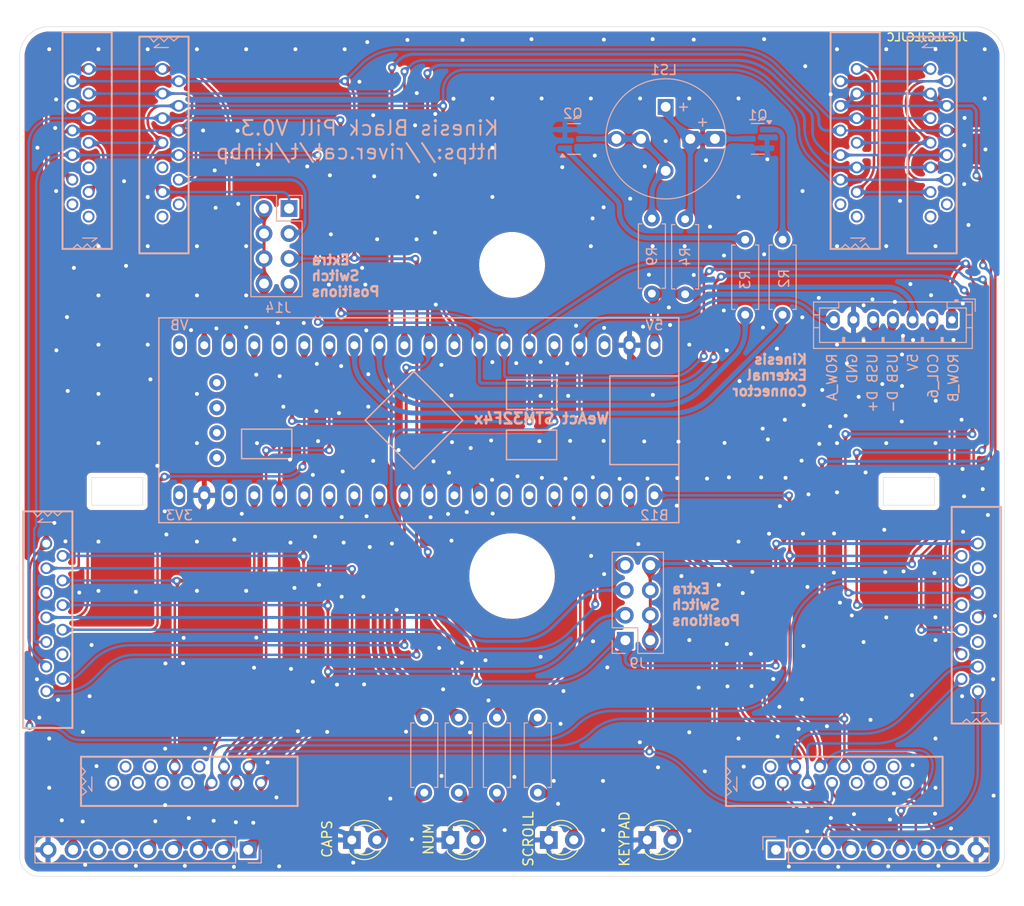
<source format=kicad_pcb>
(kicad_pcb (version 20240108) (generator "pcbnew") (generator_version "8.0")
  (title_block (title "River's Blackpill Kinesis Controller") (date "2024-07-08") (rev "V0.3"))
  (layers (0 "F.Cu" signal) (31 "B.Cu" signal) (34 "B.Paste" user) (35 "F.Paste" user) (36 "B.SilkS" user "B.Silkscreen") (37 "F.SilkS" user "F.Silkscreen") (38 "B.Mask" user) (39 "F.Mask" user) (44 "Edge.Cuts" user))
  (net 0 "")
  (net 1 "+3V3")
  (net 2 "GND")
  (net 30 "COL_5")
  (net 31 "ROW_9")
  (net 32 "ROW_7")
  (net 33 "COL_6")
  (net 34 "ROW_8")
  (net 35 "ROW_6")
  (net 36 "COL_0")
  (net 37 "ROW_4")
  (net 38 "ROW_1")
  (net 39 "COL_1")
  (net 40 "COL_2")
  (net 41 "COL_4")
  (net 42 "ROW_5")
  (net 43 "ROW_3")
  (net 44 "ROW_2")
  (net 45 "ROW_0")
  (net 46 "COL_3")
  (net 47 "ROW_D")
  (net 48 "ROW_E")
  (net 49 "ROW_C")
  (net 50 "ROW_B")
  (net 51 "ROW_A")
  (net 52 "LED_CAPS")
  (net 53 "LED_NUM")
  (net 54 "LED_SCRL")
  (net 55 "LED_KPD")
  (net 63 "Net-(Q1-B)")
  (net 66 "Net-(Q1-C)")
  (net 69 "Net-(Q2-B)")
  (net 70 "Net-(Q2-C)")
  (net 71 "PIEZO_A")
  (net 72 "PIEZO_B")
  (net 73 "+5V")
  (net 78 "Net-(LED1-A)")
  (net 79 "Net-(LED2-A)")
  (net 80 "Net-(LED3-A)")
  (net 81 "Net-(LED4-A)")
  (net 82 "USB_D-")
  (net 83 "USB_D+")
  (footprint "MountingHole:MountingHole_6mm" (layer "F.Cu") (at 132 79.4)
    (property "Reference" "H2" (hide yes))
    (property "Value" "hole" (hide yes))
  )
  (footprint "river:MountingHole_4.3mm_M4_No_Copper" (layer "F.Cu") (at 132 111.2)
    (property "Reference" "H1" (hide yes))
    (property "Value" "hole")
  )
  (footprint "keyboards:LED_D3.0mm_centered" (layer "F.Cu") (at 127 137.8)
    (property "Reference" "LED3" (hide yes))
    (property "Value" "3mm")
  )
  (footprint "keyboards:LED_D3.0mm_centered" (layer "F.Cu") (at 137 137.8)
    (property "Reference" "LED2" (hide yes))
    (property "Value" "3mm")
  )
  (footprint "keyboards:LED_D3.0mm_centered" (layer "F.Cu") (at 147 137.8)
    (property "Reference" "LED1" (hide yes))
    (property "Value" "3mm")
  )
  (footprint "keyboards:LED_D3.0mm_centered" (layer "F.Cu") (at 117 137.8)
    (property "Reference" "LED4" (hide yes))
    (property "Value" "3mm")
  )
  (footprint "Connector_PinHeader_2.54mm:PinHeader_1x09_P2.54mm_Vertical" (layer "B.Cu") (at 158.8 138.8 -90)
    (property "Reference" "J8" (hide yes))
    (property "Value" "RIGHT_THUMB" (hide yes))
  )
  (footprint "footprints:39-53-2135" (layer "B.Cu") (at 164.5 132)
    (property "Reference" "J11" (hide yes))
    (property "Value" "RIGHT_THUMB")
  )
  (footprint "footprints:39-53-2135" (layer "B.Cu") (at 84.7 115.2 -90)
    (property "Reference" "J6" (hide yes))
    (property "Value" "LEFT_KEYWELL" (hide yes))
  )
  (footprint "footprints:39-53-2135" (layer "B.Cu") (at 89 67 90)
    (property "Reference" "J2" (hide yes))
    (property "Value" "LEFT_TOP")
  )
  (footprint "footprints:39-53-2135" (layer "B.Cu") (at 179.3 115.2 90)
    (property "Reference" "J5" (hide yes))
    (property "Value" "RIGHT_KEYWELL")
  )
  (footprint "footprints:39-53-2135" (layer "B.Cu") (at 99 132)
    (property "Reference" "J10" (hide yes))
    (property "Value" "LEFT_THUMB")
  )
  (footprint "footprints:39-53-2135" (layer "B.Cu") (at 174.5 67 -90)
    (property "Reference" "J3" (hide yes))
    (property "Value" "RIGHT_TOP" (hide yes))
  )
  (footprint "Connector_PinHeader_2.54mm:PinHeader_1x09_P2.54mm_Vertical" (layer "B.Cu") (at 105.2 138.8 90)
    (property "Reference" "J7" (hide yes))
    (property "Value" "LEFT_THUMB" (hide yes))
  )
  (footprint "footprints:STM32F4x1_MiniF4" (layer "B.Cu") (at 122.334 95.178 180)
    (property "Reference" "U1" (hide yes))
    (property "Value" "weact_STM32F4x1")
  )
  (footprint "Connector_PinHeader_2.54mm:PinHeader_2x04_P2.54mm_Vertical" (layer "B.Cu") (at 143.5 117.52)
    (property "Reference" "J9")
    (property "Value" "Conn_02x04_Odd_Even")
  )
  (footprint "footprints:39-53-2135" (layer "B.Cu") (at 96.5 67 -90)
    (property "Reference" "J1" (hide yes))
    (property "Value" "LEFT_TOP" (hide yes))
  )
  (footprint "Resistor_THT:R_Axial_DIN0207_L6.3mm_D2.5mm_P7.62mm_Horizontal" (layer "B.Cu") (at 134.6105 132.995 90)
    (property "Reference" "R5" (hide yes))
    (property "Value" "1k")
  )
  (footprint "footprints:39-53-2135" (layer "B.Cu") (at 167 67 90)
    (property "Reference" "J4" (hide yes))
    (property "Value" "RIGHT_TOP")
  )
  (footprint "Resistor_THT:R_Axial_DIN0207_L6.3mm_D2.5mm_P7.62mm_Horizontal" (layer "B.Cu") (at 123.0855 132.995 90)
    (property "Reference" "R8" (hide yes))
    (property "Value" "1k")
  )
  (footprint "Resistor_THT:R_Axial_DIN0207_L6.3mm_D2.5mm_P7.62mm_Horizontal" (layer "B.Cu") (at 146.2 74.695 -90)
    (property "Reference" "R9")
    (property "Value" "470")
  )
  (footprint "Package_TO_SOT_SMD:SOT-23" (layer "B.Cu") (at 156.95 66.6 180)
    (property "Reference" "Q1")
    (property "Value" "MMBT3904")
  )
  (footprint "Resistor_THT:R_Axial_DIN0207_L6.3mm_D2.5mm_P7.62mm_Horizontal" (layer "B.Cu") (at 159.475 84.46 90)
    (property "Reference" "R2")
    (property "Value" "R")
  )
  (footprint "Package_TO_SOT_SMD:SOT-23" (layer "B.Cu") (at 138.3 66.6125)
    (property "Reference" "Q2")
    (property "Value" "MMBT3904")
  )
  (footprint "Connector_PinHeader_2.54mm:PinHeader_2x04_P2.54mm_Vertical" (layer "B.Cu") (at 109.35 73.675 180)
    (property "Reference" "J14")
    (property "Value" "Conn_02x04_Odd_Even")
  )
  (footprint "Connector_JST:JST_PH_B7B-PH-K_1x07_P2.00mm_Vertical" (layer "B.Cu") (at 176.675 84.975 180)
    (property "Reference" "J15" (hide yes))
    (property "Value" "USB Cable Socket")
  )
  (footprint "Resistor_THT:R_Axial_DIN0207_L6.3mm_D2.5mm_P7.62mm_Horizontal" (layer "B.Cu") (at 126.5855 133 90)
    (property "Reference" "R7" (hide yes))
    (property "Value" "1k")
  )
  (footprint "Resistor_THT:R_Axial_DIN0207_L6.3mm_D2.5mm_P7.62mm_Horizontal" (layer "B.Cu") (at 149.575 74.765 -90)
    (property "Reference" "R4")
    (property "Value" "470")
  )
  (footprint "river:Piezos_12mm" (layer "B.Cu") (at 147.6 66.6 180)
    (property "Reference" "LS1")
    (property "Value" "LD-BZEN-1205LOUDITY")
  )
  (footprint "Resistor_THT:R_Axial_DIN0207_L6.3mm_D2.5mm_P7.62mm_Horizontal" (layer "B.Cu") (at 155.675 84.46 90)
    (property "Reference" "R3")
    (property "Value" "R")
  )
  (footprint "Resistor_THT:R_Axial_DIN0207_L6.3mm_D2.5mm_P7.62mm_Horizontal" (layer "B.Cu") (at 130.4605 133 90)
    (property "Reference" "R6" (hide yes))
    (property "Value" "1k")
  )
  (gr_line (start 82 139.5) (end 82 58.2) (stroke (width 0.05)) (layer "Edge.Cuts"))
  (gr_line (start 180 141.5) (end 84 141.5) (stroke (width 0.05)) (layer "Edge.Cuts"))
  (gr_line (start 169.7 101) (end 174.9 101) (stroke (width 0.05)) (layer "Edge.Cuts"))
  (gr_line (start 94.5 103.8) (end 94.5 101) (stroke (width 0.05)) (layer "Edge.Cuts"))
  (gr_line (start 89.3 103.8) (end 94.5 103.8) (stroke (width 0.05)) (layer "Edge.Cuts"))
  (gr_line (start 174.9 103.8) (end 169.7 103.8) (stroke (width 0.05)) (layer "Edge.Cuts"))
  (gr_line (start 174.9 101) (end 174.9 103.8) (stroke (width 0.05)) (layer "Edge.Cuts"))
  (gr_arc (start 182 139.5) (mid 181.414214 140.914214) (end 180 141.5) (stroke (width 0.05)) (layer "Edge.Cuts"))
  (gr_arc (start 82 58.2) (mid 82.87868 56.07868) (end 85 55.2) (stroke (width 0.05)) (layer "Edge.Cuts"))
  (gr_line (start 169.7 101) (end 169.7 103.8) (stroke (width 0.05)) (layer "Edge.Cuts"))
  (gr_arc (start 179 55.2) (mid 181.12132 56.07868) (end 182 58.2) (stroke (width 0.05)) (layer "Edge.Cuts"))
  (gr_line (start 182 58.2) (end 182 139.5) (stroke (width 0.05)) (layer "Edge.Cuts"))
  (gr_line (start 89.3 101) (end 89.3 103.8) (stroke (width 0.05)) (layer "Edge.Cuts"))
  (gr_arc (start 84 141.5) (mid 82.585786 140.914214) (end 82 139.5) (stroke (width 0.05)) (layer "Edge.Cuts"))
  (gr_line (start 85 55.2) (end 179 55.2) (stroke (width 0.05)) (layer "Edge.Cuts"))
  (gr_line (start 94.5 101) (end 89.3 101) (stroke (width 0.05)) (layer "Edge.Cuts"))
  (gr_text "Kinesis\nExternal\nConnector" (at 162.1 92.8 0) (layer "B.SilkS") (effects (font (size 1 1) (thickness 0.25) (bold yes)) (justify left bottom mirror)))
  (gr_text "USB D+" (at 169.183332 88.3 90) (layer "B.SilkS") (effects (font (size 1 1)) (justify left bottom mirror)))
  (gr_text "COL_6" (at 175.34583 88.3 90) (layer "B.SilkS") (effects (font (size 1 1)) (justify left bottom mirror)))
  (gr_text "ROW_B" (at 177.4 88.3 90) (layer "B.SilkS") (effects (font (size 1 1)) (justify left bottom mirror)))
  (gr_text "WeAct STM32F4x" (at 135 95 0) (layer "B.SilkS") (effects (font (size 1.1 1.1) (thickness 0.25) (bold yes)) (justify mirror)))
  (gr_text "USB D-" (at 171.237498 88.3 90) (layer "B.SilkS") (effects (font (size 1 1)) (justify left bottom mirror)))
  (gr_text "Kinesis Black Pill V0.3\nhttps://river.cat/t/kinbp" (at 130.775 68.8 0) (layer "B.SilkS") (effects (font (size 1.5 1.5) (thickness 0.2)) (justify left bottom mirror)))
  (gr_text "Extra\nSwitch\nPositions" (at 148.1 116.1 0) (layer "B.SilkS") (effects (font (size 1 1) (thickness 0.25) (bold yes)) (justify right bottom mirror)))
  (gr_text "GND" (at 167.129166 88.3 90) (layer "B.SilkS") (effects (font (size 1 1)) (justify left bottom mirror)))
  (gr_text "Extra\nSwitch\nPositions" (at 111.5 82.7 0) (layer "B.SilkS") (effects (font (size 1 1) (thickness 0.25) (bold yes)) (justify right bottom mirror)))
  (gr_text "ROW_A" (at 165.075 88.3 90) (layer "B.SilkS") (effects (font (size 1 1)) (justify left bottom mirror)))
  (gr_text "5V" (at 173.291664 88.3 90) (layer "B.SilkS") (effects (font (size 1 1)) (justify left bottom mirror)))
  (gr_text "CAPS" (at 113.8 139.7 90) (layer "F.SilkS") (effects (font (size 1 1)) (justify left bottom)))
  (gr_text "NUM" (at 124.1 139.414286 90) (layer "F.SilkS") (effects (font (size 1 1)) (justify left bottom)))
  (gr_text "SCROLL" (at 134.2355 140.604762 90) (layer "F.SilkS") (effects (font (size 1 1)) (justify left bottom)))
  (gr_text "KEYPAD" (at 144 140.604762 90) (layer "F.SilkS") (effects (font (size 1 1)) (justify left bottom)))
  (gr_text "JLCJLCJLCJLC" (at 178.375 56.75 0) (layer "F.SilkS") (effects (font (size 0.8 0.8) (thickness 0.15) (bold yes)) (justify left bottom mirror)))
  (segment (start 144.537 89.087) (end 144.247854 88.797854) (width 0.5) (layer "F.Cu") (net 2))
  (segment (start 148.707036 78.414) (end 145.923998 78.414) (width 0.5) (layer "F.Cu") (net 2))
  (segment (start 140.18 74.675) (end 140.175 74.675) (width 0.5) (layer "F.Cu") (net 2))
  (segment (start 140.175 74.675) (end 140.175 74.665) (width 0.5) (layer "F.Cu") (net 2))
  (segment (start 157.925 68.675) (end 157.925 70.0625) (width 0.5) (layer "F.Cu") (net 2))
  (segment (start 143.924 85.726) (end 143.924 86.642) (width 0.5) (layer "F.Cu") (net 2))
  (segment (start 143.924 80.667963) (end 143.924 85.726) (width 0.5) (layer "F.Cu") (net 2))
  (segment (start 98.593792 106.406207) (end 100.228519 104.77148) (width 0.5) (layer "F.Cu") (net 2))
  (segment (start 87.793792 125.906207) (end 95.406207 118.293792) (width 0.5) (layer "F.Cu") (net 2))
  (segment (start 97 110.253963) (end 97 114.446036) (width 0.5) (layer "F.Cu") (net 2))
  (segment (start 143.924 86.642) (end 143.924 87.1) (width 0.5) (layer "F.Cu") (net 2))
  (segment (start 84.88 136.15338) (end 84.88 138.8) (width 0.5) (layer "F.Cu") (net 2))
  (segment (start 140.188535 74.678535) (end 142.330207 76.820207) (width 0.5) (layer "F.Cu") (net 2))
  (segment (start 166.675 86.456497) (end 166.675 84.975) (width 0.5) (layer "F.Cu") (net 2))
  (segment (start 156.943889 72.43111) (end 152.554792 76.820207) (width 0.5) (layer "F.Cu") (net 2))
  (segment (start 86.2 132.966619) (end 86.2 129.753963) (width 0.5) (layer "F.Cu") (net 2))
  (segment (start 163.431497 89.7) (end 146.016912 89.7) (width 0.5) (layer "F.Cu") (net 2))
  (via (at 126.975 56.55) (size 0.8) (drill 0.4) (layers "F.Cu" "B.Cu") (net 2))
  (via (at 89.1 123.2) (size 0.8) (drill 0.4) (layers "F.Cu" "B.Cu") (net 2))
  (via (at 89.3 118) (size 0.8) (drill 0.4) (layers "F.Cu" "B.Cu") (net 2))
  (via (at 140.175 74.675) (size 0.8) (drill 0.4) (layers "F.Cu" "B.Cu") (net 2))
  (via (at 100.625 65.75) (size 0.8) (drill 0.4) (layers "F.Cu" "B.Cu") (net 2))
  (via (at 96.8 119.875) (size 0.8) (drill 0.4) (layers "F.Cu" "B.Cu") (net 2))
  (via (at 108.075 133.475) (size 0.8) (drill 0.4) (layers "F.Cu" "B.Cu") (net 2))
  (via (at 161.5 71.9) (size 0.8) (drill 0.4) (layers "F.Cu" "B.Cu") (net 2))
  (via (at 175 115.2) (size 0.8) (drill 0.4) (layers "F.Cu" "B.Cu") (net 2))
  (via (at 167.7 117.7) (size 0.8) (drill 0.4) (layers "F.Cu" "B.Cu") (net 2))
  (via (at 112.175 89.45) (size 0.8) (drill 0.4) (layers "F.Cu" "B.Cu") (net 2))
  (via (at 95.275 91.025) (size 0.8) (drill 0.4) (layers "F.Cu" "B.Cu") (net 2))
  (via (at 153.8 117.9) (size 0.8) (drill 0.4) (layers "F.Cu" "B.Cu") (net 2))
  (via (at 170.2 140.475) (size 0.8) (drill 0.4) (layers "F.Cu" "B.Cu") (net 2))
  (via (at 176.825 87.025) (size 0.8) (drill 0.4) (layers "F.Cu" "B.Cu") (net 2))
  (via (at 117.3 56.775) (size 0.8) (drill 0.4) (layers "F.Cu" "B.Cu") (net 2))
  (via (at 153.5 84.025) (size 0.8) (drill 0.4) (layers "F.Cu" "B.Cu") (net 2))
  (via (at 161.6 118.1) (size 0.8) (drill 0.4) (layers "F.Cu" "B.Cu") (net 2))
  (via (at 167.9 100.475) (size 0.8) (drill 0.4) (layers "F.Cu" "B.Cu") (net 2))
  (via (at 116.9 113.1) (size 0.8) (drill 0.4) (layers "F.Cu" "B.Cu") (net 2))
  (via (at 90 97.5) (size 0.8) (drill 0.4) (layers "F.Cu" "B.Cu") (net 2))
  (via (at 100 107.5) (size 0.8) (drill 0.4) (layers "F.Cu" "B.Cu") (net 2))
  (via (at 165.875 94.725) (size 0.8) (drill 0.4) (layers "F.Cu" "B.Cu") (net 2))
  (via (at 170 57.5) (size 0.8) (drill 0.4) (layers "F.Cu" "B.Cu") (net 2))
  (via (at 163.975 126.25) (size 0.8) (drill 0.4) (layers "F.Cu" "B.Cu") (net 2))
  (via (at 180.075 67.675) (size 0.8) (drill 0.4) (layers "F.Cu" "B.Cu") (net 2))
  (via (at 169.9 110.6) (size 0.8) (drill 0.4) (layers "F.Cu" "B.Cu") (net 2))
  (via (at 85.525 105.6) (size 0.8) (drill 0.4) (layers "F.Cu" "B.Cu") (net 2))
  (via (at 150.95 122.325) (size 0.8) (drill 0.4) (layers "F.Cu" "B.Cu") (net 2))
  (via (at 124.6 118.3) (size 0.8) (drill 0.4) (layers "F.Cu" "B.Cu") (net 2))
  (via (at 141.675 120.275) (size 0.8) (drill 0.4) (layers "F.Cu" "B.Cu") (net 2))
  (via (at 155 72.5) (size 0.8) (drill 0.4) (layers "F.Cu" "B.Cu") (net 2))
  (via (at 140.225 117.625) (size 0.8) (drill 0.4) (layers "F.Cu" "B.Cu") (net 2))
  (via (at 122.3 76.8) (size 0.8) (drill 0.4) (layers "F.Cu" "B.Cu") (net 2))
  (via (at 157.975 97.125) (size 0.8) (drill 0.4) (layers "F.Cu" "B.Cu") (net 2))
  (via (at 101.975 85.85) (size 0.8) (drill 0.4) (layers "F.Cu" "B.Cu") (net 2))
  (via (at 171.6 91.7) (size 0.8) (drill 0.4) (layers "F.Cu" "B.Cu") (net 2))
  (via (at 96.725 104.425) (size 0.8) (drill 0.4) (layers "F.Cu" "B.Cu") (net 2))
  (via (at 118 70.4) (size 0.8) (drill 0.4) (layers "F.Cu" "B.Cu") (net 2))
  (via (at 129.975 101.225) (size 0.8) (drill 0.4) (layers "F.Cu" "B.Cu") (net 2))
  (via (at 130.025 104.65) (size 0.8) (drill 0.4) (layers "F.Cu" "B.Cu") (net 2))
  (via (at 145.425 97.325) (size 0.8) (drill 0.4) (layers "F.Cu" "B.Cu") (net 2))
  (via (at 138.25 105.1) (size 0.8) (drill 0.4) (layers "F.Cu" "B.Cu") (net 2))
  (via (at 122.4 72.5) (size 0.8) (drill 0.4) (layers "F.Cu" "B.Cu") (net 2))
  (via (at 132.2355 131.4) (size 0.8) (drill 0.4) (layers "F.Cu" "B.Cu") (net 2))
  (via (at 175 132.5) (size 0.8) (drill 0.4) (layers "F.Cu" "B.Cu") (net 2))
  (via (at 151.7 68.775) (size 0.8) (drill 0.4) (layers "F.Cu" "B.Cu") (net 2))
  (via (at 89.8 130.3) (size 0.8) (drill 0.4) (layers "F.Cu" "B.Cu") (net 2))
  (via (at 116.775 79.7) (size 0.8) (drill 0.4) (layers "F.Cu" "B.Cu") (net 2))
  (via (at 180.9 133.3) (size 0.8) (drill 0.4) (layers "F.Cu" "B.Cu") (net 2))
  (via (at 155.425 112.725) (size 0.8) (drill 0.4) (layers "F.Cu" "B.Cu") (net 2))
  (via (at 121.375 56.55) (size 0.8) (drill 0.4) (layers "F.Cu" "B.Cu") (net 2))
  (via (at 123.725 105.025) (size 0.8) (drill 0.4) (layers "F.Cu" "B.Cu") (net 2))
  (via (at 117.9 64.2) (size 0.8) (drill 0.4) (layers "F.Cu" "B.Cu") (net 2))
  (via (at 150.45 80.425) (size 0.8) (drill 0.4) (layers "F.Cu" "B.Cu") (net 2))
  (via (at 111.775 121.725) (size 0.8) (drill 0.4) (layers "F.Cu" "B.Cu") (net 2))
  (via (at 95 77.5) (size 0.8) (drill 0.4) (layers "F.Cu" "B.Cu") (net 2))
  (via (at 113.5 70.3) (size 0.8) (drill 0.4) (layers "F.Cu" "B.Cu") (net 2))
  (via (at 86.8 84.7) (size 0.8) (drill 0.4) (layers "F.Cu" "B.Cu") (net 2))
  (via (at 99.175 135.575) (size 0.8) (drill 0.4) (layers "F.Cu" "B.Cu") (net 2))
  (via (at 98.65 117.275) (size 0.8) (drill 0.4) (layers "F.Cu" "B.Cu") (net 2))
  (via (at 95 57.5) (size 0.8) (drill 0.4) (layers "F.Cu" "B.Cu") (net 2))
  (via (at 148.775 101.05) (size 0.8) (drill 0.4) (layers "F.Cu" "B.Cu") (net 2))
  (via (at 177.925 67.25) (size 0.8) (drill 0.4) (layers "F.Cu" "B.Cu") (net 2))
  (via (at 175 77.5) (size 0.8) (drill 0.4) (layers "F.Cu" "B.Cu") (net 2))
  (via (at 85.6 65.5) (size 0.8) (drill 0.4) (layers "F.Cu" "B.Cu") (net 2))
  (via (at 103.8 107.3) (size 0.8) (drill 0.4) (layers "F.Cu" "B.Cu") (net 2))
  (via (at 159.7 95.125) (size 0.8) (drill 0.4) (layers "F.Cu" "B.Cu") (net 2))
  (via (at 115 57.5) (size 0.8) (drill 0.4) (layers "F.Cu" "B.Cu") (net 2))
  (via (at 137.6 89.4) (size 0.8) (drill 0.4) (layers "F.Cu" "B.Cu") (net 2))
  (via (at 95.975 99.8) (size 0.8) (drill 0.4) (layers "F.Cu" "B.Cu") (net 2))
  (via (at 180.325 104.8) (size 0.8) (drill 0.4) (layers "F.Cu" "B.Cu") (net 2))
  (via (at 110.85 85.3) (size 0.8) (drill 0.4) (layers "F.Cu" "B.Cu") (net 2))
  (via (at 161.625 93.625) (size 0.8) (drill 0.4) (layers "F.Cu" "B.Cu") (net 2))
  (via (at 161.775 59.225) (size 0.8) (drill 0.4) (layers "F.Cu" "B.Cu") (net 2))
  (via (at 117.1 81.4) (size 0.8) (drill 0.4) (layers "F.Cu" "B.Cu") (net 2))
  (via (at 136.925 126) (size 0.8) (drill 0.4) (layers "F.Cu" "B.Cu") (net 2))
  (via (at 163.15 82.75) (size 0.8) (drill 0.4) (layers "F.Cu" "B.Cu") (net 2))
  (via (at 164.7 106.675) (size 0.8) (drill 0.4) (layers "F.Cu" "B.Cu") (net 2))
  (via (at 100 57.5) (size 0.8) (drill 0.4) (layers "F.Cu" "B.Cu") (net 2))
  (via (at 168.6 82.9) (size 0.8) (drill 0.4) (layers "F.Cu" "B.Cu") (net 2))
  (via (at 175 97.5) (size 0.8) (drill 0.4) (layers "F.Cu" "B.Cu") (net 2))
  (via (at 140.025 108.95) (size 0.8) (drill 0.4) (layers "F.Cu" "B.Cu") (net 2))
  (via (at 115.875 140.1) (size 0.8) (drill 0.4) (layers "F.Cu" "B.Cu") (net 2))
  (via (at 172.725 87.025) (size 0.8) (drill 0.4) (layers "F.Cu" "B.Cu") (net 2))
  (via (at 96.9 106.775) (size 0.8) (drill 0.4) (layers "F.Cu" "B.Cu") (net 2))
  (via (at 170 97.5) (size 0.8) (drill 0.4) (layers "F.Cu" "B.Cu") (net 2))
  (via (at 88.4 135.925) (size 0.8) (drill 0.4) (layers "F.Cu" "B.Cu") (net 2))
  (via (at 162.1 102.7) (size 0.8) (drill 0.4) (layers "F.Cu" "B.Cu") (net 2))
  (via (at 134.9 89.25) (size 0.8) (drill 0.4) (layers "F.Cu" "B.Cu") (net 2))
  (via (at 179.8 102.175) (size 0.8) (drill 0.4) (layers "F.Cu" "B.Cu") (net 2))
  (via (at 177.9 102.9) (size 0.8) (drill 0.4) (layers "F.Cu" "B.Cu") (net 2))
  (via (at 100 112.5) (size 0.8) (drill 0.4) (layers "F.Cu" "B.Cu") (net 2))
  (via (at 122.15 65.225) (size 0.8) (drill 0.4) (layers "F.Cu" "B.Cu") (net 2))
  (via (at 137.7 92.7) (size 0.8) (drill 0.4) (layers "F.Cu" "B.Cu") (net 2))
  (via (at 156.325 122.175) (size 0.8) (drill 0.4) (layers "F.Cu" "B.Cu") (net 2))
  (via (at 85.7 71.9) (size 0.8) (drill 0.4) (layers "F.Cu" "B.Cu") (net 2))
  (via (at 118.3 76.8) (size 0.8) (drill 0.4) (layers "F.Cu" "B.Cu") (net 2))
  (via (at 119.6355 133.6) (size 0.8) (drill 0.4) (layers "F.Cu" "B.Cu") (net 2))
  (via (at 96.775 128.525) (size 0.8) (drill 0.4) (layers "F.Cu" "B.Cu") (net 2))
  (via (at 170.375 135.725) (size 0.8) (drill 0.4) (layers "F.Cu" "B.Cu") (net 2))
  (via (at 158.525 121.45) (size 0.8) (drill 0.4) (layers "F.Cu" "B.Cu") (net 2))
  (via (at 86.65 107.475) (size 0.8) (drill 0.4) (layers "F.Cu" "B.Cu") (net 2))
  (via (at 113.4 81.4) (size 0.8) (drill 0.4) (layers "F.Cu" "B.Cu") (net 2))
  (via (at 101.8 69.8) (size 0.8) (drill 0.4) (layers "F.Cu" "B.Cu") (net 2))
  (via (at 153.525 78.45) (size 0.8) (drill 0.4) (layers "F.Cu" "B.Cu") (net 2))
  (via (at 95 82.5) (size 0.8) (drill 0.4) (layers "F.Cu" "B.Cu") (net 2))
  (via (at 149.525 77.5) (size 0.8) (drill 0.4) (layers "F.Cu" "B.Cu") (net 2))
  (via (at 136.675 134.125) (size 0.8) (drill 0.4) (layers "F.Cu" "B.Cu") (net 2))
  (via (at 108.225 85.3) (size 0.8) (drill 0.4) (layers "F.Cu" "B.Cu") (net 2))
  (via (at 104.2 73.2) (size 0.8) (drill 0.4) (layers "F.Cu" "B.Cu") (net 2))
  (via (at 103.75 140.525) (size 0.8) (drill 0.4) (layers "F.Cu" "B.Cu") (net 2))
  (via (at 90 82.5) (size 0.8) (drill 0.4) (layers "F.Cu" "B.Cu") (net 2))
  (via (at 142.925 101.125) (size 0.8) (drill 0.4) (layers "F.Cu" "B.Cu") (net 2))
  (via (at 137.425 101.1) (size 0.8) (drill 0.4) (layers "F.Cu" "B.Cu") (net 2))
  (via (at 85.9 123.575) (size 0.8) (drill 0.4) (layers "F.Cu" "B.Cu") (net 2))
  (via (at 100 82.5) (size 0.8) (drill 0.4) (layers "F.Cu" "B.Cu") (net 2))
  (via (at 114.9 107.6) (size 0.8) (drill 0.4) (layers "F.Cu" "B.Cu") (net 2))
  (via (at 130 67.5) (size 0.8) (drill 0.4) (layers "F.Cu" "B.Cu") (net 2))
  (via (at 105.8 120.3) (size 0.8) (drill 0.4) (layers "F.Cu" "B.Cu") (net 2))
  (via (at 177.925 71.2) (size 0.8) (drill 0.4) (layers "F.Cu" "B.Cu") (net 2))
  (via (at 170.775 133.075) (size 0.8) (drill 0.4) (layers "F.Cu" "B.Cu") (net 2))
  (via (at 167.7 87.075) (size 0.8) (drill 0.4) (layers "F.Cu" "B.Cu") (net 2))
  (via (at 132.55 100.875) (size 0.8) (drill 0.4) (layers "F.Cu" "B.Cu") (net 2))
  (via (at 180.85 121.475) (size 0.8) (drill 0.4) (layers "F.Cu" "B.Cu") (net 2))
  (via (at 122.325 61.95) (size 0.8) (drill 0.4) (layers "F.Cu" "B.Cu") (net 2))
  (via (at 84 125.375) (size 0.8) (drill 0.4) (layers "F.Cu" "B.Cu") (net 2))
  (via (at 107.175 129.925) (size 0.8) (drill 0.4) (layers "F.Cu" "B.Cu") (net 2))
  (via (at 90 77.5) (size 0.8) (drill 0.4) (layers "F.Cu" "B.Cu") (net 2))
  (via (at 161.4 99.275) (size 0.8) (drill 0.4) (layers "F.Cu" "B.Cu") (net 2))
  (via (at 126.05 62.525) (size 0.8) (drill 0.4) (layers "F.Cu" "B.Cu") (net 2))
  (via (at 134.9 119.2) (size 0.8) (drill 0.4) (layers "F.Cu" "B.Cu") (net 2))
  (via (at 110.25 126.75) (size 0.8) (drill 0.4) (layers "F.Cu" "B.Cu") (net 2))
  (via (at 163.2 97.575) (size 0.8) (drill 0.4) (layers "F.Cu" "B.Cu") (net 2))
  (via (at 161.475 84.725) (size 0.8) (drill 0.4) (layers "F.Cu" "B.Cu") (net 2))
  (via (at 131.25 136.8) (size 0.8) (drill 0.4) (layers "F.Cu" "B.Cu") (net 2))
  (via (at 93.8 140.425) (size 0.8) (drill 0.4) (layers "F.Cu" "B.Cu") (net 2))
  (via (at 175.025 93.2) (size 0.8) (drill 0.4) (layers "F.Cu" "B.Cu") (net 2))
  (via (at 148.9 97.35) (size 0.8) (drill 0.4) (layers "F.Cu" "B.Cu") (net 2))
  (via (at 101.7 135.85) (size 0.8) (drill 0.4) (layers "F.Cu" "B.Cu") (net 2))
  (via (at 145.475 69.4) (size 0.8) (drill 0.4) (layers "F.Cu" "B.Cu") (net 2))
  (via (at 130 89.275) (size 0.8) (drill 0.4) (layers "F.Cu" "B.Cu") (net 2))
  (via (at 180 57.5) (size 0.8) (drill 0.4) (layers "F.Cu" "B.Cu") (net 2))
  (via (at 166 89.4) (size 0.8) (drill 0.4) (layers "F.Cu" "B.Cu") (net 2))
  (via (at 164.675 110.65) (size 0.8) (drill 0.4) (layers "F.Cu" "B.Cu") (net 2))
  (via (at 93.8 112.6) (size 0.8) (drill 0.4) (layers "F.Cu" "B.Cu") (net 2))
  (via (at 177.95 64.475) (size 0.8) (drill 0.4) (layers "F.Cu" "B.Cu") (net 2))
  (via (at 181.05 115.05) (size 0.8) (drill 0.4) (layers "F.Cu" "B.Cu") (net 2))
  (via (at 126.9 119.8) (size 0.8) (drill 0.4) (layers "F.Cu" "B.Cu") (net 2))
  (via (at 158.9 87.9) (size 0.8) (drill 0.4) (layers "F.Cu" "B.Cu") (net 2))
  (via (at 177.775 83.325) (size 0.8) (drill 0.4) (layers "F.Cu" "B.Cu") (net 2))
  (via (at 129.3 119.55) (size 0.8) (drill 0.4) (layers "F.Cu" "B.Cu") (net 2))
  (via (at 133.975 56.475) (size 0.8) (drill 0.4) (layers "F.Cu" "B.Cu") (net 2))
  (via (at 99.4 86.025) (size 0.8) (drill 0.4) (layers "F.Cu" "B.Cu") (net 2))
  (via (at 109.45 99.175) (size 0.8) (drill 0.4) (layers "F.Cu" "B.Cu") (net 2))
  (via (at 176.575 136.625) (size 0.8) (drill 0.4) (layers "F.Cu" "B.Cu") (net 2))
  (via (at 169.8 106.3) (size 0.8) (drill 0.4) (layers "F.Cu" "B.Cu") (net 2))
  (via (at 172.675 130.2) (size 0.8) (drill 0.4) (layers "F.Cu" "B.Cu") (net 2))
  (via (at 124.2 64.075) (size 0.8) (drill 0.4) (layers "F.Cu" "B.Cu") (net 2))
  (via (at 96.775 134.25) (size 0.8) (drill 0.4) (layers "F.Cu" "B.Cu") (net 2))
  (via (at 145.9 80.4) (size 0.8) (drill 0.4) (layers "F.Cu" "B.Cu") (net 2))
  (via (at 170.875 83.15) (size 0.8) (drill 0.4) (layers "F.Cu" "B.Cu") (net 2))
  (via (at 148.05 85.5) (size 0.8) (drill 0.4) (layers "F.Cu" "B.Cu") (net 2))
  (via (at 109.55 120.425) (size 0.8) (drill 0.4) (layers "F.Cu" "B.Cu") (net 2))
  (via (at 114.225 122.025) (size 0.8) (drill 0.4) (layers "F.Cu" "B.Cu") (net 2))
  (via (at 171.7 86.6) (size 0.8) (drill 0.4) (layers "F.Cu" "B.Cu") (net 2))
  (via (at 85 127.5) (size 0.8) (drill 0.4) (layers "F.Cu" "B.Cu") (net 2))
  (via (at 134.9 92.7) (size 0.8) (drill 0.4) (layers "F.Cu" "B.Cu") (net 2))
  (via (at 100 77.5) (size 0.8) (drill 0.4) (layers "F.Cu" "B.Cu") (net 2))
  (via (at 161.425 123.525) (size 0.8) (drill 0.4) (layers "F.Cu" "B.Cu") (net 2))
  (via (at 158.1 106.7) (size 0.8) (drill 0.4) (layers "F.Cu" "B.Cu") (net 2))
  (via (at 124.8355 131.3) (size 0.8) (drill 0.4) (layers "F.Cu" "B.Cu") (net 2))
  (via (at 165 77.5) (size 0.8) (drill 0.4) (layers "F.Cu" "B.Cu") (net 2))
  (via (at 88.425 126.825) (size 0.8) (drill 0.4) (layers "F.Cu" "B.Cu") (net 2))
  (via (at 146.275 56.475) (size 0.8) (drill 0.4) (layers "F.Cu" "B.Cu") (net 2))
  (via (at 114.8 100.375) (size 0.8) (drill 0.4) (layers "F.Cu" "B.Cu") (net 2))
  (via (at 137.225 122.675) (size 0.8) (drill 0.4) (layers "F.Cu" "B.Cu") (net 2))
  (via (at 157.925 68.675) (size 0.8) (drill 0.4) (layers "F.Cu" "B.Cu") (net 2))
  (via (at 85 132.5) (size 0.8) (drill 0.4) (layers "F.Cu" "B.Cu") (net 2))
  (via (at 88.65 140.325) (size 0.8) (drill 0.4) (layers "F.Cu" "B.Cu") (net 2))
  (via (at 111.2 69.4) (size 0.8) (drill 0.4) (layers "F.Cu" "B.Cu") (net 2))
  (via (at 127.725 126.875) (size 0.8) (drill 0.4) (layers "F.Cu" "B.Cu") (net 2))
  (via (at 105.725 136.05) (size 0.8) (drill 0.4) (layers "F.Cu" "B.Cu") (net 2))
  (via (at 155 62.5) (size 0.8) (drill 0.4) (layers "F.Cu" "B.Cu") (net 2))
  (via (at 150 117.5) (size 0.8) (drill 0.4) (layers "F.Cu" "B.Cu") (net 2))
  (via (at 92.8 79.5) (size 0.8) (drill 0.4) (layers "F.Cu" "B.Cu") (net 2))
  (via (at 95 87.5) (size 0.8) (drill 0.4) (layers "F.Cu" "B.Cu") (net 2))
  (via (at 146.3 92.6) (size 0.8) (drill 0.4) (layers "F.Cu" "B.Cu") (net 2))
  (via (at 100.825 128.5) (size 0.8) (drill 0.4) (layers "F.Cu" "B.Cu") (net 2))
  (via (at 151.8 101.1) (size 0.8) (drill 0.4) (layers "F.Cu" "B.Cu") (net 2))
  (via (at 146.825 130.425) (size 0.8) (drill 0.4) (layers "F.Cu" "B.Cu") (net 2))
  (via (at 130 62.5) (size 0.8) (drill 0.4) (layers "F.Cu" "B.Cu") (net 2))
  (via (at 155 107.5) (size 0.8) (drill 0.4) (layers "F.Cu" "B.Cu") (net 2))
  (via (at 157.475 85.775) (size 0.8) (drill 0.4) (layers "F.Cu" "B.Cu") (net 2))
  (via (at 117.2 86.05) (size 0.8) (drill 0.4) (layers "F.Cu" "B.Cu") (net 2))
  (via (at 105 77.5) (size 0.8) (drill 0.4) (layers "F.Cu" "B.Cu") (net 2))
  (via (at 166.5 115) (size 0.8) (drill 0.4) (layers "F.Cu" "B.Cu") (net 2))
  (via (at 101.9 73.6) (size 0.8) (drill 0.4) (layers "F.Cu" "B.Cu") (net 2))
  (via (at 175 127.5) (size 0.8) (drill 0.4) (layers "F.Cu" "B.Cu") (net 2))
  (via (at 177.7 123.2) (size 0.8) (drill 0.4) (layers "F.Cu" "B.Cu") (net 2))
  (via (at 113.225 126.825) (size 0.8) (drill 0.4) (layers "F.Cu" "B.Cu") (net 2))
  (via (at 147.925 83.725) (size 0.8) (drill 0.4) (layers "F.Cu" "B.Cu") (net 2))
  (via (at 157.6 56.475) (size 0.8) (drill 0.4) (layers "F.Cu" "B.Cu") (net 2))
  (via (at 116.5 60.8) (size 0.8) (drill 0.4) (layers "F.Cu" "B.Cu") (net 2))
  (via (at 120.475 98.2) (size 0.8) (drill 0.4) (layers "F.Cu" "B.Cu") (net 2))
  (via (at 165 57.5) (size 0.8) (drill 0.4) (layers "F.Cu" "B.Cu") (net 2))
  (via (at 86.275 135.8) (size 0.8) (drill 0.4) (layers "F.Cu" "B.Cu") (net 2))
  (via (at 150 87.5) (size 0.8) (drill 0.4) (layers "F.Cu" "B.Cu") (net 2))
  (via (at 140.2 100.975) (size 0.8) (drill 0.4) (layers "F.Cu" "B.Cu") (net 2))
  (via (at 105 85.725) (size 0.8) (drill 0.4) (layers "F.Cu" "B.Cu") (net 2))
  (via (at 127.4 104.5) (size 0.8) (drill 0.4) (layers "F.Cu" "B.Cu") (net 2))
  (via (at 85 57.5) (size 0.8) (drill 0.4) (layers "F.Cu" "B.Cu") (net 2))
  (via (at 177.75 100.125) (size 0.8) (drill 0.4) (layers "F.Cu" "B.Cu") (net 2))
  (via (at 141.3 73.55) (size 0.8) (drill 0.4) (layers "F.Cu" "B.Cu") (net 2))
  (via (at 117.4 90.5) (size 0.8) (drill 0.4) (layers "F.Cu" "B.Cu") (net 2))
  (via (at 106.1 97.5) (size 0.8) (drill 0.4) (layers "F.Cu" "B.Cu") (net 2))
  (via (at 124.825 89.55) (size 0.8) (drill 0.4) (layers "F.Cu" "B.Cu") (net 2))
  (via (at 174.95 135.125) (size 0.8) (drill 0.4) (layers "F.Cu" "B.Cu") (net 2))
  (via (at 114.7 113.1) (size 0.8) (drill 0.4) (layers "F.Cu" "B.Cu") (net 2))
  (via (at 165 102.5) (size 0.8) (drill 0.4) (layers "F.Cu" "B.Cu") (net 2))
  (via (at 117.225 104.925) (size 0.8) (drill 0.4) (layers "F.Cu" "B.Cu") (net 2))
  (via (at 171.575 95.3) (size 0.8) (drill 0.4) (layers "F.Cu" "B.Cu") (net 2))
  (via (at 130 72.5) (size 0.8) (drill 0.4) (layers "F.Cu" "B.Cu") (net 2))
  (via (at 108.35 140.475) (size 0.8) (drill 0.4) (layers "F.Cu" "B.Cu") (net 2))
  (via (at 90 92.5) (size 0.8) (drill 0.4) (layers "F.Cu" "B.Cu") (net 2))
  (via (at 178.35 75.35) (size 0.8) (drill 0.4) (layers "F.Cu" "B.Cu") (net 2))
  (via (at 141.25 136.8) (size 0.8) (drill 0.4) (layers "F.Cu" "B.Cu") (net 2))
  (via (at 177.8 106.5) (size 0.8) (drill 0.4) (layers "F.Cu" "B.Cu") (net 2))
  (via (at 113.6 76.3) (size 0.8) (drill 0.4) (layers "F.Cu" "B.Cu") (net 2))
  (via (at 140 62.5) (size 0.8) (drill 0.4) (layers "F.Cu" "B.Cu") (net 2))
  (via (at 125 122.5) (size 0.8) (drill 0.4) (layers "F.Cu" "B.Cu") (net 2))
  (via (at 164.375 135.575) (size 0.8) (drill 0.4) (layers "F.Cu" "B.Cu") (net 2))
  (via (at 145 62.5) (size 0.8) (drill 0.4) (layers "F.Cu" "B.Cu") (net 2))
  (via (at 144.975 127.875) (size 0.8) (drill 0.4) (layers "F.Cu" "B.Cu") (net 2))
  (via (at 135 62.5) (size 0.8) (drill 0.4) (layers "F.Cu" "B.Cu") (net 2))
  (via (at 179.775 100.075) (size 0.8) (drill 0.4) (layers "F.Cu" "B.Cu") (net 2))
  (via (at 124.025 99.35) (size 0.8) (drill 0.4) (layers "F.Cu" "B.Cu") (net 2))
  (via (at 164.35 62.075) (size 0.8) (drill 0.4) (layers "F.Cu" "B.Cu") (net 2))
  (via (at 141.3 97.275) (size 0.8) (drill 0.4) (layers "F.Cu" "B.Cu") (net 2))
  (via (at 165 87.5) (size 0.8) (drill 0.4) (layers "F.Cu" "B.Cu") (net 2))
  (via (at 110 57.5) (size 0.8) (drill 0.4) (layers "F.Cu" "B.Cu") (net 2))
  (via (at 158.975 127.3) (size 0.8) (drill 0.4) (layers "F.Cu" "B.Cu") (net 2))
  (via (at 145.75 101.1) (size 0.8) (drill 0.4) (layers "F.Cu" "B.Cu") (net 2))
  (via (at 150 126.86) (size 0.8) (drill 0.4) (layers "F.Cu" "B.Cu") (net 2))
  (via (at 112.125 94.25) (size 0.8) (drill 0.4) (layers "F.Cu" "B.Cu") (net 2))
  (via (at 171.75 110.525) (size 0.8) (drill 0.4) (layers "F.Cu" "B.Cu") (net 2))
  (via (at 159.15 124.275) (size 0.8) (drill 0.4) (layers "F.Cu" "B.Cu") (net 2))
  (via (at 125.85 107.4) (size 0.8) (drill 0.4) (layers "F.Cu" "B.Cu") (net 2))
  (via (at 120.275 114.425) (size 0.8) (drill 0.4) (layers "F.Cu" "B.Cu") (net 2))
  (via (at 98.6 119.85) (size 0.8) (drill 0.4) (layers "F.Cu" "B.Cu") (net 2))
  (via (at 125.9 97.4) (size 0.8) (drill 0.4) (layers "F.Cu" "B.Cu") (net 2))
  (via (at 105 57.5) (size 0.8) (drill 0.4) (layers "F.Cu" "B.Cu") (net 2))
  (via (at 157.3 100.975) (size 0.8) (drill 0.4) (layers "F.Cu" "B.Cu") (net 2))
  (via (at 174.9 110.7) (size 0.8) (drill 0.4) (layers "F.Cu" "B.Cu") (net 2))
  (via (at 124.25 83.425) (size 0.8) (drill 0.4) (layers "F.Cu" "B.Cu") (net 2))
  (via (at 180 62.5) (size 0.8) (drill 0.4) (layers "F.Cu" "B.Cu") (net 2))
  (via (at 129.875 97.225) (size 0.8) (drill 0.4) (layers "F.Cu" "B.Cu") (net 2))
  (via (at 108.775 93.8) (size 0.8) (drill 0.4) (layers "F.Cu" "B.Cu") (net 2))
  (via (at 134.775 97.3) (size 0.8) (drill 0.4) (layers "F.Cu" "B.Cu") (net 2))
  (via (at 125.85 92.65) (size 0.8) (drill 0.4) (layers "F.Cu" "B.Cu") (net 2))
  (via (at 175.3 140.425) (size 0.8) (drill 0.4) (layers "F.Cu" "B.Cu") (net 2))
  (via (at 168.4 125.6) (size 0.8) (drill 0.4) (layers "F.Cu" "B.Cu") (net 2))
  (via (at 90 107.5) (size 0.8) (drill 0.4) (layers "F.Cu" "B.Cu") (net 2))
  (via (at 117.4 93.8) (size 0.8) (drill 0.4) (layers "F.Cu" "B.Cu") (net 2))
  (via (at 100 97.5) (size 0.8) (drill 0.4) (layers "F.Cu" "B.Cu") (net 2))
  (via (at 85.7 62.6) (size 0.8) (drill 0.4) (layers "F.Cu" "B.Cu") (net 2))
  (via (at 92.6 70.9) (size 0.8) (drill 0.4) (layers "F.Cu" "B.Cu") (net 2))
  (via (at 146.275 77.5) (size 0.8) (drill 0.4) (layers "F.Cu" "B.Cu") (net 2))
  (via (at 150.45 56.525) (size 0.8) (drill 0.4) (layers "F.Cu" "B.Cu") (net 2))
  (via (at 109.9 112.2) (size 0.8) (drill 0.4) (layers "F.Cu" "B.Cu") (net 2))
  (via (at 157.6 78.325) (size 0.8) (drill 0.4) (layers "F.Cu" "B.Cu") (net 2))
  (via (at 135.025 101.025) (size 0.8) (drill 0.4) (layers "F.Cu" "B.Cu") (net 2))
  (via (at 153 111.9) (size 0.8) (drill 0.4) (layers "F.Cu" "B.Cu") (net 2))
  (via (at 150.0145 136.86) (size 0.8) (drill 0.4) (layers "F.Cu" "B.Cu") (net 2))
  (via (at 159.2 103.9) (size 0.8) (drill 0.4) (layers "F.Cu" "B.Cu") (net 2))
  (via (at 112.3 97.3) (size 0.8) (drill 0.4) (layers "F.Cu" "B.Cu") (net 2))
  (via (at 141.35 110.8) (size 0.8) (drill 0.4) (layers "F.Cu" "B.Cu") (net 2))
  (via (at 129.6 123.625) (size 0.8) (drill 0.4) (layers "F.Cu" "B.Cu") (net 2))
  (via (at 175 57.5) (size 0.8) (drill 0.4) (layers "F.Cu" "B.Cu") (net 2))
  (via (at 114.65 89.675) (size 0.8) (drill 0.4) (layers "F.Cu" "B.Cu") (net 2))
  (via (at 153.875 122.2) (size 0.8) (drill 0.4) (layers "F.Cu" "B.Cu") (net 2))
  (via (at 114.7 105) (size 0.8) (drill 0.4) (layers "F.Cu" "B.Cu") (net 2))
  (via (at 171.4 72.9) (size 0.8) (drill 0.4) (layers "F.Cu" "B.Cu") (net 2))
  (via (at 136.2355 131.8) (size 0.8) (drill 0.4) (layers "F.Cu" "B.Cu") (net 2))
  (via (at 165.3 113.7) (size 0.8) (drill 0.4) (layers "F.Cu" "B.Cu") (net 2))
  (via (at 137.9 97.275) (size 0.8) (drill 0.4) (layers "F.Cu" "B.Cu") (net 2))
  (via (at 156.4 110.575) (size 0.8) (drill 0.4) (layers "F.Cu" "B.Cu") (net 2))
  (via (at 104.125 65.775) (size 0.8) (drill 0.4) (layers "F.Cu" "B.Cu") (net 2))
  (via (at 132.425 89.375) (size 0.8) (drill 0.4) (layers "F.Cu" "B.Cu") (net 2))
  (via (at 125.6 100.5) (size 0.8) (drill 0.4) (layers "F.Cu" "B.Cu") (net 2))
  (via (at 144.825 107.75) (size 0.8) (drill 0.4) (layers "F.Cu" "B.Cu") (net 2))
  (via (at 154.025 100.975) (size 0.8) (drill 0.4) (layers "F.Cu" "B.Cu") (net 2))
  (via (at 149.2 111) (size 0.8) (drill 0.4) (layers "F.Cu" "B.Cu") (net 2))
  (via (at 157.45 96.025) (size 0.8) (drill 0.4) (layers "F.Cu" "B.Cu") (net 2))
  (via (at 116.975 122) (size 0.8) (drill 0.4) (layers "F.Cu" "B.Cu") (net 2))
  (via (at 105 112.5) (size 0.8) (drill 0.4) (layers "F.Cu" "B.Cu") (net 2))
  (via (at 153.8 88.075) (size 0.8) (drill 0.4) (layers "F.Cu" "B.Cu") (net 2))
  (via (at 152.1 75.525) (size 0.8) (drill 0.4) (layers "F.Cu" "B.Cu") (net 2))
  (via (at 112.4 111.9) (size 0.8) (drill 0.4) (layers "F.Cu" "B.Cu") (net 2))
  (via (at 153.575 97.475) (size 0.8) (drill 0.4) (layers "F.Cu" "B.Cu") (net 2))
  (via (at 177.65 95.125) (size 0.8) (drill 0.4) (layers "F.Cu" "B.Cu") (net 2))
  (via (at 140 77.5) (size 0.8) (drill 0.4) (layers "F.Cu" "B.Cu") (net 2))
  (via (at 90 57.5) (size 0.8) (drill 0.4) (layers "F.Cu" "B.Cu") (net 2))
  (via (at 169.6 91.5) (size 0.8) (drill 0.4) (layers "F.Cu" "B.Cu") (net 2))
  (via (at 90 112.5) (size 0.8) (drill 0.4) (layers "F.Cu" "B.Cu") (net 2))
  (via (at 161.975 136.925) (size 0.8) (drill 0.4) (layers "F.Cu" "B.Cu") (net 2))
  (via (at 156.25 118.9) (size 0.8) (drill 0.4) (layers "F.Cu" "B.Cu") (net 2))
  (via (at 83.75 121.475) (size 0.8) (drill 0.4) (layers "F.Cu" "B.Cu") (net 2))
  (via (at 127.8 98) (size 0.8) (drill 0.4) (layers "F.Cu" "B.Cu") (net 2))
  (via (at 147.6 66.825) (size 0.8) (drill 0.4) (layers "F.Cu" "B.Cu") (net 2))
  (via (at 162 112.1) (size 0.8) (drill 0.4) (layers "F.Cu" "B.Cu") (net 2))
  (via (at 114.425 94.45) (size 0.8) (drill 0.4) (layers "F.Cu" "B.Cu") (net 2))
  (via (at 145.3 85.675) (size 0.8) (drill 0.4) (layers "F.Cu" "B.Cu") (net 2))
  (via (at 117.55 108.05) (size 0.8) (drill 0.4) (layers "F.Cu" "B.Cu") (net 2))
  (via (at 90 87.5) (size 0.8) (drill 0.4) (layers "F.Cu" "B.Cu") (net 2))
  (via (at 165 97.5) (size 0.8) (drill 0.4) (layers "F.Cu" "B.Cu") (net 2))
  (via (at 88.05 112.675) (size 0.8) (drill 0.4) (layers "F.Cu" "B.Cu") (net 2))
  (via (at 95.775 135.9) (size 0.8) (drill 0.4) (layers "F.Cu" "B.Cu") (net 2))
  (via (at 121.825 137.725) (size 0.8) (drill 0.4) (layers "F.Cu" "B.Cu") (net 2))
  (via (at 87.5 79.7) (size 0.8) (drill 0.4) (layers "F.Cu" "B.Cu") (net 2))
  (via (at 155.1 91.2) (size 0.8) (drill 0.4) (layers "F.Cu" "B.Cu") (net 2))
  (via (at 172.45 81.35) (size 0.8) (drill 0.4) (layers "F.Cu" "B.Cu") (net 2))
  (via (at 109.5 107.6) (size 0.8) (drill 0.4) (layers "F.Cu" "B.Cu") (net 2))
  (via (at 175 117.5) (size 0.8) (drill 0.4) (layers "F.Cu" "B.Cu") (net 2))
  (via (at 151.575 130.825) (size 0.8) (drill 0.4) (layers "F.Cu" "B.Cu") (net 2))
  (via (at 161.1 126.525) (size 0.8) (drill 0.4) (layers "F.Cu" "B.Cu") (net 2))
  (via (at 98.775 140.425) (size 0.8) (drill 0.4) (layers "F.Cu" "B.Cu") (net 2))
  (via (at 155 127.5) (size 0.8) (drill 0.4) (layers "F.Cu" "B.Cu") (net 2))
  (via (at 170 115.2) (size 0.8) (drill 0.4) (layers "F.Cu" "B.Cu") (net 2))
  (via (at 167.2 92.8) (size 0.8) (drill 0.4) (layers "F.Cu" "B.Cu") (net 2))
  (via (at 125.5 104.7) (size 0.8) (drill 0.4) (layers "F.Cu" "B.Cu") (net 2))
  (via (at 140.4 68.3) (size 0.8) (drill 0.4) (layers "F.Cu" "B.Cu") (net 2))
  (via (at 172.6 123.1) (size 0.8) (drill 0.4) (layers "F.Cu" "B.Cu") (net 2))
  (via (at 150 62.5) (size 0.8) (drill 0.4) (layers "F.Cu" "B.Cu") (net 2))
  (via (at 171.6 88.5) (size 0.8) (drill 0.4) (layers "F.Cu" "B.Cu") (net 2))
  (via (at 86.875 92.2) (size 0.8) (drill 0.4) (layers "F.Cu" "B.Cu") (net 2))
  (via (at 111.775 100.725) (size 0.8) (drill 0.4) (layers "F.Cu" "B.Cu") (net 2))
  (via (at 141.35 85.8) (size 0.8) (drill 0.4) (layers "F.Cu" "B.Cu") (net 2))
  (via (at 159.775 101.025) (size 0.8) (drill 0.4) (layers "F.Cu" "B.Cu") (net 2))
  (via (at 117.9 99.3) (size 0.8) (drill 0.4) (layers "F.Cu" "B.Cu") (net 2))
  (via (at 174.55 82.475) (size 0.8) (drill 0.4) (layers "F.Cu" "B.Cu") (net 2))
  (via (at 141.2355 131.8) (size 0.8) (drill 0.4) (layers "F.Cu" "B.Cu") (net 2))
  (via (at 165.125 140.525) (size 0.8) (drill 0.4) (layers "F.Cu" "B.Cu") (net 2))
  (via (at 100 92.5) (size 0.8) (drill 0.4) (layers "F.Cu" "B.Cu") (net 2))
  (via (at 106.2 69.2) (size 0.8) (drill 0.4) (layers "F.Cu" "B.Cu") (net 2))
  (via (at 148.725 103.85) (size 0.8) (drill 0.4) (layers "F.Cu" "B.Cu") (net 2))
  (via (at 83.8 67.5) (size 0.8) (drill 0.4) (layers "F.Cu" "B.Cu") (net 2))
  (via (at 137.1 69.475) (size 0.8) (drill 0.4) (layers "F.Cu" "B.Cu") (net 2))
  (via (at 95 72.5) (size 0.8) (drill 0.4) (layers "F.Cu" "B.Cu") (net 2))
  (via (at 105 82.5) (size 0.8) (drill 0.4) (layers "F.Cu" "B.Cu") (net 2))
  (via (at 141.325 56.525) (size 0.8) (drill 0.4) (layers "F.Cu" "B.Cu") (net 2))
  (via (at 124.175 70.25) (size 0.8) (drill 0.4) (layers "F.Cu" "B.Cu") (net 2))
  (via (at 106.025 90.55) (size 0.8) (drill 0.4) (layers "F.Cu" "B.Cu") (net 2))
  (via (at 144 72.675) (size 0.8) (drill 0.4) (layers "F.Cu" "B.Cu") (net 2))
  (via (at 170 77.5) (size 0.8) (drill 0.4) (layers "F.Cu" "B.Cu") (net 2))
  (via (at 138.5 85.575) (size 0.8) (drill 0.4) (layers "F.Cu" "B.Cu") (net 2))
  (via (at 155.525 130.35) (size 0.8) (drill 0.4) (layers "F.Cu" "B.Cu") (net 2))
  (via (at 108.4 90.7) (size 0.8) (drill 0.4) (layers "F.Cu" "B.Cu") (net 2))
  (via (at 161.55 106.7) (size 0.8) (drill 0.4) (layers "F.Cu" "B.Cu") (net 2))
  (via (at 164.3 95.8) (size 0.8) (drill 0.4) (layers "F.Cu" "B.Cu") (net 2))
  (via (at 121.2355 126.8) (size 0.8) (drill 0.4) (layers "F.Cu" "B.Cu") (net 2))
  (via (at 124.175 76.125) (size 0.8) (drill 0.4) (layers "F.Cu" "B.Cu") (net 2))
  (via (at 163.5 92.1) (size 0.8) (drill 0.4) (layers "F.Cu" "B.Cu") (net 2))
  (via (at 103.95 136) (size 0.8) (drill 0.4) (layers "F.Cu" "B.Cu") (net 2))
  (via (at 166.725 135.175) (size 0.8) (drill 0.4) (layers "F.Cu" "B.Cu") (net 2))
  (via (at 160.1 140.5) (size 0.8) (drill 0.4) (layers "F.Cu" "B.Cu") (net 2))
  (via (at 106.025 117.25) (size 0.8) (drill 0.4) (layers "F.Cu" "B.Cu") (net 2))
  (via (at 112 107) (size 0.8) (drill 0.4) (layers "F.Cu" "B.Cu") (net 2))
  (via (at 119.8 107.7) (size 0.8) (drill 0.4) (layers "F.Cu" "B.Cu") (net 2))
  (via (at 167.7 83.5) (size 0.8) (drill 0.4) (layers "F.Cu" "B.Cu") (net 2))
  (via (at 104.55 104.675) (size 0.8) (drill 0.4) (layers "F.Cu" "B.Cu") (net 2))
  (via (at 85.725 88.075) (size 0.8) (drill 0.4) (layers "F.Cu" "B.Cu") (net 2))
  (arc (start 97 114.446036) (mid 96.585786 116.528426) (end 95.406207 118.293792) (width 0.5) (layer "F.Cu") (net 2))
  (arc (start 85.54 134.56) (mid 86.028471 133.82895) (end 86.2 132.966619) (width 0.5) (layer "F.Cu") (net 2))
  (arc (start 97 110.253963) (mid 97.414213 108.171572) (end 98.593792 106.406207) (width 0.5) (layer "F.Cu") (net 2))
  (arc (start 87.793792 125.906207) (mid 86.614213 127.671572) (end 86.2 129.753963) (width 0.5) (layer "F.Cu") (net 2))
  (arc (start 165.725 88.75) (mid 166.428103 87.697731) (end 166.675 86.456497) (width 0.5) (layer "F.Cu") (net 2))
  (arc (start 145.923998 78.414) (mid 144.029569 77.999786) (end 142.330207 76.820207) (width 0.5) (layer "F.Cu") (net 2))
  (arc (start 100.228519 104.77148) (mid 100.61003 104.200507) (end 100.744 103.527) (width 0.5) (layer "F.Cu") (net 2))
  (arc (start 143.924 80.667963) (mid 144.509785 79.07417) (end 145.923998 78.414) (width 0.5) (layer "F.Cu") (net 2))
  (arc (start 165.725 88.75) (mid 164.672731 89.453103) (end 163.431497 89.7) (width 0.5) (layer "F.Cu") (net 2))
  (arc (start 140.188535 74.678535) (mid 140.184619 74.675918) (end 140.18 74.675) (width 0.5) (layer "F.Cu") (net 2))
  (arc (start 148.707036 78.414) (mid 150.789426 77.999786) (end 152.554792 76.820207) (width 0.5) (layer "F.Cu") (net 2))
  (arc (start 144.537 89.087) (mid 145.215989 89.540686) (end 146.016912 89.7) (width 0.5) (layer "F.Cu") (net 2))
  (arc (start 144.247854 88.797854) (mid 144.008166 88.439136) (end 143.924 88.016) (width 0.5) (layer "F.Cu") (net 2))
  (arc (start 143.924 80.667963) (mid 143.509786 78.585572) (end 142.330207 76.820207) (width 0.5) (layer "F.Cu") (net 2))
  (arc (start 156.943889 72.43111) (mid 157.670017 71.344382) (end 157.925 70.0625) (width 0.5) (layer "F.Cu") (net 2))
  (arc (start 84.88 136.15338) (mid 85.051528 135.291049) (end 85.54 134.56) (width 0.5) (layer "F.Cu") (net 2))
  (segment (start 144.73 138.8) (end 145.73 137.8) (width 0.5) (layer "B.Cu") (net 2))
  (segment (start 140.175 74.675) (end 136.780819 71.280819) (width 0.5) (layer "B.Cu") (net 2))
  (segment (start 135.96668 65.6625) (end 137.3625 65.6625) (width 0.5) (layer "B.Cu") (net 2))
  (segment (start 85.468951 136.875) (end 114.150926 136.875) (width 0.5) (layer "B.Cu") (net 2))
  (segment (start 135.4 67.947227) (end 135.4 66.22918) (width 0.5) (layer "B.Cu") (net 2))
  (segment (start 116.566482 139.79) (end 124.063671 139.79) (width 0.5) (layer "B.Cu") (net 2))
  (segment (start 125.73 138.558578) (end 125.73 138.436396) (width 0.5) (layer "B.Cu") (net 2))
  (segment (start 136.617695 139.8) (end 142.315786 139.8) (width 0.5) (layer "B.Cu") (net 2))
  (segment (start 135.73 137.8) (end 135.73 138.980588) (width 0.5) (layer "B.Cu") (net 2))
  (segment (start 134.910588 139.8) (end 126.971421 139.8) (width 0.5) (layer "B.Cu") (net 2))
  (segment (start 84.88 137.463951) (end 84.88 138.8) (width 0.5) (layer "B.Cu") (net 2))
  (segment (start 115.73 138.953517) (end 115.73 138.127036) (width 0.5) (layer "B.Cu") (net 2))
  (segment (start 157.90625 68.65625) (end 157.925 68.675) (width 0.5) (layer "B.Cu") (net 2))
  (segment (start 125.258707 139.295) (end 125.753707 138.8) (width 0.5) (layer "B.Cu") (net 2))
  (segment (start 157.925 68.675) (end 157.925 67.5875) (width 0.5) (layer "B.Cu") (net 2))
  (segment (start 135.73 137.8) (end 135.73 138.912304) (width 0.5) (layer "B.Cu") (net 2))
  (arc (start 142.315786 139.8) (mid 143.622349 139.540108) (end 144.73 138.8) (width 0.5) (layer "B.Cu") (net 2))
  (arc (start 157.90625 68.65625) (mid 157.892372 68.635481) (end 157.8875 68.610983) (width 0.5) (layer "B.Cu") (net 2))
  (arc (start 126.093604 139.436396) (mid 125.824497 139.033649) (end 125.73 138.558578) (width 0.5) (layer "B.Cu") (net 2))
  (arc (start 126.093604 139.436396) (mid 126.49635 139.705502) (end 126.971421 139.8) (width 0.5) (layer "B.Cu") (net 2))
  (arc (start 84.88 137.463951) (mid 84.924831 137.238569) (end 85.0525 137.0475) (width 0.5) (layer "B.Cu") (net 2))
  (arc (start 134.910588 139.8) (mid 135.224163 139.737626) (end 135.49 139.56) (width 0.5) (layer "B.Cu") (net 2))
  (arc (start 114.150926 136.875) (mid 114.755211 136.995199) (end 115.2675 137.3375) (width 0.5) (layer "B.Cu") (net 2))
  (arc (start 135.565977 65.828477) (mid 135.749821 65.705636) (end 135.96668 65.6625) (width 0.5) (layer "B.Cu") (net 2))
  (arc (start 135.49 139.56) (mid 135.667626 139.294163) (end 135.73 138.980588) (width 0.5) (layer "B.Cu") (net 2))
  (arc (start 85.468951 136.875) (mid 85.243569 136.919831) (end 85.0525 137.0475) (width 0.5) (layer "B.Cu") (net 2))
  (arc (start 115.975 139.545) (mid 115.793673 139.273625) (end 115.73 138.953517) (width 0.5) (layer "B.Cu") (net 2))
  (arc (start 135.99 139.54) (mid 135.797571 139.25201) (end 135.73 138.912304) (width 0.5) (layer "B.Cu") (net 2))
  (arc (start 135.565977 65.828477) (mid 135.443136 66.012321) (end 135.4 66.22918) (width 0.5) (layer "B.Cu") (net 2))
  (arc (start 115.975 139.545) (mid 116.246374 139.726326) (end 116.566482 139.79) (width 0.5) (layer "B.Cu") (net 2))
  (arc (start 136.617695 139.8) (mid 136.277989 139.732428) (end 135.99 139.54) (width 0.5) (layer "B.Cu") (net 2))
  (arc (start 125.258707 139.295) (mid 124.710419 139.661353) (end 124.063671 139.79) (width 0.5) (layer "B.Cu") (net 2))
  (arc (start 135.4 67.947227) (mid 135.758863 69.751353) (end 136.780819 71.280819) (width 0.5) (layer "B.Cu") (net 2))
  (segment (start 113.425 98.225) (end 113.4345 98.2155) (width 0.25) (layer "F.Cu") (net 30))
  (segment (start 179.825 79.45) (end 179.825 71.477297) (width 0.3) (layer "F.Cu") (net 30))
  (segment (start 165.75 129.087867) (end 165.75 125.021482) (width 0.25) (layer "F.Cu") (net 30))
  (segment (start 166.262132 129) (end 171.900001 129) (width 0.25) (layer "F.Cu") (net 30))
  (segment (start 107.025 120.108481) (end 107.025 98.225) (width 0.25) (layer "F.Cu") (net 30))
  (segment (start 165.26 121.38) (end 165.26 123.531386) (width 0.3) (layer "F.Cu") (net 30))
  (segment (start 164.390258 119.280258) (end 164.3675 119.2575) (width 0.3) (layer "F.Cu") (net 30))
  (segment (start 107 120.168836) (end 107 121.375579) (width 0.25) (layer "F.Cu") (net 30))
  (segment (start 165.26 123.531386) (end 165.26 123.684951) (width 0.3) (layer "F.Cu") (net 30))
  (segment (start 101.5 132) (end 101.5 130.05) (width 0.25) (layer "F.Cu") (net 30))
  (segment (start 173.9 130.999998) (end 173.9 134.224953) (width 0.25) (layer "F.Cu") (net 30))
  (segment (start 165.75 129.087867) (end 165.75 129.512132) (width 0.25) (layer "F.Cu") (net 30))
  (segment (start 165.26 123.723342) (end 165.26 123.684951) (width 0.3) (layer "F.Cu") (net 30))
  (segment (start 113.444 98.192564) (end 113.444 87.558) (width 0.25) (layer "F.Cu") (net 30))
  (segment (start 175.24 137.46) (end 176.58 138.8) (width 0.25) (layer "F.Cu") (net 30))
  (segment (start 106.134203 123.465795) (end 102.878858 126.721141) (width 0.25) (layer "F.Cu") (net 30))
  (segment (start 101.5 132) (end 95.04 138.46) (width 0.25) (layer "F.Cu") (net 30))
  (segment (start 165.75 129.512132) (end 165.75 130.35) (width 0.25) (layer "F.Cu") (net 30))
  (segment (start 165.26 123.723342) (end 165.26 123.800125) (width 0.3) (layer "F.Cu") (net 30))
  (segment (start 165.26 123.800125) (end 165.26 123.838517) (width 0.25) (layer "F.Cu") (net 30))
  (segment (start 163.45 99.35) (end 163.4625 99.3625) (width 0.3) (layer "F.Cu") (net 30))
  (segment (start 179.15 70.325) (end 179.4875 70.6625) (width 0.3) (layer "F.Cu") (net 30))
  (segment (start 163.475 117.102814) (end 163.475 99.392677) (width 0.3) (layer "F.Cu") (net 30))
  (via (at 179.15 70.325) (size 0.8) (drill 0.4) (layers "F.Cu" "B.Cu") (net 30))
  (via (at 113.425 98.225) (size 0.8) (drill 0.4) (layers "F.Cu" "B.Cu") (net 30))
  (via (at 179.825 79.45) (size 0.8) (drill 0.4) (layers "F.Cu" "B.Cu") (net 30))
  (via (at 163.45 99.35) (size 0.8) (drill 0.4) (layers "F.Cu" "B.Cu") (net 30))
  (via (at 107.025 98.225) (size 0.8) (drill 0.4) (layers "F.Cu" "B.Cu") (net 30))
  (via (at 165.75 125.5) (size 0.8) (drill 0.4) (layers "F.Cu" "B.Cu") (net 30))
  (arc (start 102.878858 126.721141) (mid 101.858353 128.248434) (end 101.5 130.05) (width 0.25) (layer "F.Cu") (net 30))
  (arc (start 107.025 120.108481) (mid 107.021751 120.124813) (end 107.0125 120.138659) (width 0.25) (layer "F.Cu") (net 30))
  (arc (start 166.262132 129) (mid 166.066147 129.038983) (end 165.9 129.15) (width 0.25) (layer "F.Cu") (net 30))
  (arc (start 164.390258 119.280258) (mid 165.033961 120.243628) (end 165.26 121.38) (width 0.3) (layer "F.Cu") (net 30))
  (arc (start 106.134203 123.465795) (mid 106.774986 122.506796) (end 107 121.375579) (width 0.25) (layer "F.Cu") (net 30))
  (arc (start 163.475 117.102814) (mid 163.706953 118.268921) (end 164.3675 119.2575) (width 0.3) (layer "F.Cu") (net 30))
  (arc (start 165.75 125.021482) (mid 165.686326 124.701374) (end 165.505 124.43) (width 0.25) (layer "F.Cu") (net 30))
  (arc (start 165.26 123.838517) (mid 165.323673 124.158625) (end 165.505 124.43) (width 0.25) (layer "F.Cu") (net 30))
  (arc (start 163.475 99.392677) (mid 163.471751 99.376345) (end 163.4625 99.3625) (width 0.3) (layer "F.Cu") (net 30))
  (arc (start 165.9 129.15) (mid 165.788983 129.316147) (end 165.75 129.512132) (width 0.25) (layer "F.Cu") (net 30))
  (arc (start 171.900001 129) (mid 173.314213 129.585785) (end 173.9 130.999998) (width 0.25) (layer "F.Cu") (net 30))
  (arc (start 107 120.168836) (mid 107.003248 120.152504) (end 107.0125 120.138659) (width 0.25) (layer "F.Cu") (net 30))
  (arc (start 113.444 98.192564) (mid 113.441531 98.204977) (end 113.4345 98.2155) (width 0.25) (layer "F.Cu") (net 30))
  (arc (start 175.24 137.46) (mid 174.248254 135.975747) (end 173.9 134.224953) (width 0.25) (layer "F.Cu") (net 30))
  (arc (start 179.4875 70.6625) (mid 179.737286 71.036332) (end 179.825 71.477297) (width 0.3) (layer "F.Cu") (net 30))
  (arc (start 165.9 129.15) (mid 165.804242 129.169047) (end 165.75 129.087867) (width 0.25) (layer "F.Cu") (net 30))
  (segment (start 176.15 63.25) (end 178.657322 63.25) (width 0.3) (layer "B.Cu") (net 30))
  (segment (start 177.442677 99.325) (end 179.1125 99.325) (width 0.3) (layer "B.Cu") (net 30))
  (segment (start 176.15 63.25) (end 165.35 63.25) (width 0.25) (layer "B.Cu") (net 30))
  (segment (start 174.5 62) (end 175.75 63.25) (width 0.25) (layer "B.Cu") (net 30))
  (segment (start 180.3125 79.9375) (end 179.825 79.45) (width 0.3) (layer "B.Cu") (net 30))
  (segment (start 174.5 62) (end 167 62) (width 0.25) (layer "B.Cu") (net 30))
  (segment (start 167 62) (end 165.75 63.25) (width 0.25) (layer "B.Cu") (net 30))
  (segment (start 180.8 81.114429) (end 180.8 97.6375) (width 0.3) (layer "B.Cu") (net 30))
  (segment (start 136.759584 128.2) (end 103.036396 128.2) (width 0.25) (layer "B.Cu") (net 30))
  (segment (start 178.925 63.45) (end 178.7125 63.2375) (width 0.3) (layer "B.Cu") (net 30))
  (segment (start 113.425 98.225) (end 107.025 98.225) (width 0.25) (layer "B.Cu") (net 30))
  (segment (start 143.277961 125.5) (end 165.75 125.5) (width 0.25) (layer "B.Cu") (net 30))
  (segment (start 179.15 70.325) (end 179.15 63.993198) (width 0.3) (layer "B.Cu") (net 30))
  (segment (start 101.5 129.736396) (end 101.5 132) (width 0.25) (layer "B.Cu") (net 30))
  (segment (start 163.45 99.35) (end 177.382322 99.35) (width 0.3) (layer "B.Cu") (net 30))
  (arc (start 101.5 129.736396) (mid 101.616951 129.148442) (end 101.95 128.65) (width 0.25) (layer "B.Cu") (net 30))
  (arc (start 140.018773 126.85) (mid 141.514101 125.850853) (end 143.277961 125.5) (width 0.25) (layer "B.Cu") (net 30))
  (arc (start 177.382322 99.35) (mid 177.398654 99.346751) (end 177.4125 99.3375) (width 0.3) (layer "B.Cu") (net 30))
  (arc (start 178.6875 63.2375) (mid 178.673654 63.246751) (end 178.657322 63.25) (width 0.3) (layer "B.Cu") (net 30))
  (arc (start 180.8 97.6375) (mid 180.305742 98.830742) (end 179.1125 99.325) (width 0.3) (layer "B.Cu") (net 30))
  (arc (start 180.8 81.114429) (mid 180.673302 80.477479) (end 180.3125 79.9375) (width 0.3) (layer "B.Cu") (net 30))
  (arc (start 101.95 128.65) (mid 102.448442 128.316951) (end 103.036396 128.2) (width 0.25) (layer "B.Cu") (net 30))
  (arc (start 177.442677 99.325) (mid 177.426345 99.328248) (end 177.4125 99.3375) (width 0.3) (layer "B.Cu") (net 30))
  (arc (start 178.925 63.45) (mid 179.091524 63.699221) (end 179.15 63.993198) (width 0.3) (layer "B.Cu") (net 30))
  (arc (start 178.7125 63.2375) (mid 178.7 63.232322) (end 178.6875 63.2375) (width 0.3) (layer "B.Cu") (net 30))
  (arc (start 140.018773 126.85) (mid 138.523444 127.849146) (end 136.759584 128.2) (width 0.25) (layer "B.Cu") (net 30))
  (segment (start 171.5 134.833273) (end 171.5 138.8) (width 0.25) (layer "F.Cu") (net 31))
  (segment (start 163.25 128.8) (end 163.25 130.35) (width 0.25) (layer "F.Cu") (net 31))
  (segment (start 160.125 102.798) (end 160.1525 102.8255) (width 0.25) (layer "F.Cu") (net 31))
  (segment (start 160.18 123.395) (end 160.18 108.925) (width 0.25) (layer "F.Cu") (net 31))
  (segment (start 160.735078 124.735078) (end 162.153984 126.153984) (width 0.25) (layer "F.Cu") (net 31))
  (segment (start 160.18 102.89189) (end 160.18 108.925) (width 0.25) (layer "F.Cu") (net 31))
  (via (at 160.125 102.798) (size 0.8) (drill 0.4) (layers "F.Cu" "B.Cu") (net 31))
  (via (at 171.5 134.833273) (size 0.8) (drill 0.4) (layers "F.Cu" "B.Cu") (net 31))
  (via (at 160.18 108.925) (size 0.8) (drill 0.4) (layers "F.Cu" "B.Cu") (net 31))
  (arc (start 160.1525 102.8255) (mid 160.172852 102.85596) (end 160.18 102.89189) (width 0.25) (layer "F.Cu") (net 31))
  (arc (start 160.18 123.395) (mid 160.32426 124.120245) (end 160.735078 124.735078) (width 0.25) (layer "F.Cu") (net 31))
  (arc (start 163.25 128.8) (mid 162.965154 127.367986) (end 162.153984 126.153984) (width 0.25) (layer "F.Cu") (net 31))
  (segment (start 171.5 134.833273) (end 173.662931 132.670341) (width 0.25) (layer "B.Cu") (net 31))
  (segment (start 160.222677 108.95) (end 177.65 108.95) (width 0.25) (layer "B.Cu") (net 31))
  (segment (start 160.125 102.798) (end 146.464 102.798) (width 0.25) (layer "B.Cu") (net 31))
  (segment (start 164.075 129.525) (end 163.25 130.35) (width 0.25) (layer "B.Cu") (net 31))
  (segment (start 160.1925 108.9375) (end 160.18 108.925) (width 0.25) (layer "B.Cu") (net 31))
  (segment (start 173.233363 128.7) (end 166.066726 128.7) (width 0.25) (layer "B.Cu") (net 31))
  (arc (start 160.222677 108.95) (mid 160.206345 108.946751) (end 160.1925 108.9375) (width 0.25) (layer "B.Cu") (net 31))
  (arc (start 173.233363 128.7) (mid 174.270431 129.129567) (end 174.7 130.166636) (width 0.25) (layer "B.Cu") (net 31))
  (arc (start 174.7 130.166636) (mid 174.430474 131.521631) (end 173.662931 132.670341) (width 0.25) (layer "B.Cu") (net 31))
  (arc (start 164.075 129.525) (mid 164.988811 128.91441) (end 166.066726 128.7) (width 0.25) (layer "B.Cu") (net 31))
  (segment (start 155.1 123.655) (end 155.1 115.053963) (width 0.25) (layer "F.Cu") (net 32))
  (segment (start 161.732878 134.112878) (end 166.42 138.8) (width 0.25) (layer "F.Cu") (net 32))
  (segment (start 141.856347 104.606347) (end 142.142 104.892) (width 0.25) (layer "F.Cu") (net 32))
  (segment (start 143.971973 105.65) (end 145.696036 105.65) (width 0.25) (layer "F.Cu") (net 32))
  (segment (start 160.75 130.35) (end 155.838926 125.438926) (width 0.25) (layer "F.Cu") (net 32))
  (segment (start 160.75 130.35) (end 160.75 131.74) (width 0.25) (layer "F.Cu") (net 32))
  (segment (start 153.506207 111.206207) (end 149.543792 107.243792) (width 0.25) (layer "F.Cu") (net 32))
  (arc (start 141.856347 104.606347) (mid 141.506758 104.083151) (end 141.384 103.466) (width 0.25) (layer "F.Cu") (net 32))
  (arc (start 155.1 123.655) (mid 155.29204 124.620453) (end 155.838926 125.438926) (width 0.25) (layer "F.Cu") (net 32))
  (arc (start 145.696036 105.65) (mid 147.778426 106.064213) (end 149.543792 107.243792) (width 0.25) (layer "F.Cu") (net 32))
  (arc (start 143.971973 105.65) (mid 142.981598 105.453002) (end 142.142 104.892) (width 0.25) (layer "F.Cu") (net 32))
  (arc (start 161.732878 134.112878) (mid 161.005441 133.024192) (end 160.75 131.74) (width 0.25) (layer "F.Cu") (net 32))
  (arc (start 155.1 115.053963) (mid 154.685786 112.971572) (end 153.506207 111.206207) (width 0.25) (layer "F.Cu") (net 32))
  (segment (start 178.05 120.2) (end 179.3 120.2) (width 0.25) (layer "B.Cu") (net 32))
  (segment (start 171.593792 125.406207) (end 175.916116 121.083883) (width 0.25) (layer "B.Cu") (net 32))
  (segment (start 167.746036 127) (end 162.883883 127) (width 0.25) (layer "B.Cu") (net 32))
  (segment (start 160.75 129.133883) (end 160.75 130.35) (width 0.25) (layer "B.Cu") (net 32))
  (arc (start 171.593792 125.406207) (mid 169.828426 126.585786) (end 167.746036 127) (width 0.25) (layer "B.Cu") (net 32))
  (arc (start 161.375 127.625) (mid 162.067281 127.162432) (end 162.883883 127) (width 0.25) (layer "B.Cu") (net 32))
  (arc (start 178.05 120.2) (mid 176.89515 120.429713) (end 175.916116 121.083883) (width 0.25) (layer "B.Cu") (net 32))
  (arc (start 160.75 129.133883) (mid 160.912432 128.317281) (end 161.375 127.625) (width 0.25) (layer "B.Cu") (net 32))
  (segment (start 107.05 92.350155) (end 107.05 92.413959) (width 0.3) (layer "F.Cu") (net 33))
  (segment (start 107.05 92.350155) (end 107.05 92.318253) (width 0.3) (layer "F.Cu") (net 33))
  (segment (start 108.364 102.798) (end 108.364 95.618138) (width 0.25) (layer "F.Cu") (net 33))
  (segment (start 102.75 131.99) (end 102.75 130.35) (width 0.25) (layer "F.Cu") (net 33))
  (segment (start 172.625 109.3125) (end 172.625 109.8) (width 0.3) (layer "F.Cu") (net 33))
  (segment (start 146.04 117.52) (end 146.04 128.669745) (width 0.3) (layer "F.Cu") (net 33))
  (segment (start 175.675 88.55) (end 175.585399 88.460399) (width 0.3) (layer "F.Cu") (net 33))
  (segment (start 101.590344 134.789655) (end 97.58 138.8) (width 0.25) (layer "F.Cu") (net 33))
  (segment (start 173.52 138.28) (end 174.04 138.8) (width 0.25) (layer "F.Cu") (net 33))
  (segment (start 173 134.582842) (end 173 137.024608) (width 0.25) (layer "F.Cu") (net 33))
  (segment (start 107.05 92.063037) (end 107.05 92.190645) (width 0.3) (layer "F.Cu") (net 33))
  (segment (start 107.05 92.190645) (end 107.05 92.318253) (width 0.3) (layer "F.Cu") (net 33))
  (segment (start 106.81 85.540294) (end 106.81 81.295) (width 0.3) (layer "F.Cu") (net 33))
  (segment (start 164.888908 133.488908) (end 164.9 133.5) (width 0.25) (layer "F.Cu") (net 33))
  (segment (start 107.05 86.119705) (end 107.05 91.807821) (width 0.3) (layer "F.Cu") (net 33))
  (segment (start 106.81 81.295) (end 106.81 73.675) (width 0.3) (layer "F.Cu") (net 33))
  (segment (start 145.995137 128.778054) (end 145.950274 128.822917) (width 0.3) (layer "F.Cu") (net 33))
  (segment (start 176.675 90.964213) (end 176.675 102.521036) (width 0.3) (layer "F.Cu") (net 33))
  (segment (start 174.675 86.2625) (end 174.675 84.975) (width 0.3) (layer "F.Cu") (net 33))
  (segment (start 103.244974 128.455025) (end 106.770207 124.929792) (width 0.25) (layer "F.Cu") (net 33))
  (segment (start 146.04 117.52) (end 146.04 109.9) (width 0.3) (layer "F.Cu") (net 33))
  (segment (start 107.05 91.935429) (end 107.05 92.063037) (width 0.3) (layer "F.Cu") (net 33))
  (segment (start 107.05 91.807821) (end 107.05 91.935429) (width 0.3) (layer "F.Cu") (net 33))
  (segment (start 102.75 130.35) (end 102.75 129.65) (width 0.25) (layer "F.Cu") (net 33))
  (segment (start 107.05 92.445861) (end 107.05 92.413959) (width 0.25) (layer "F.Cu") (net 33))
  (segment (start 175.081207 106.368792) (end 172.969714 108.480285) (width 0.3) (layer "F.Cu") (net 33))
  (segment (start 108.364 102.798) (end 108.364 121.082036) (width 0.25) (layer "F.Cu") (net 33))
  (segment (start 172.317157 133.9) (end 165.865685 133.9) (width 0.25) (layer "F.Cu") (net 33))
  (segment (start 164.5 132.55) (end 164.5 132) (width 0.25) (layer "F.Cu") (net 33))
  (via (at 172.625 109.8) (size 0.8) (drill 0.4) (layers "F.Cu" "B.Cu") (net 33))
  (via (at 145.950274 128.822917) (size 0.8) (drill 0.4) (layers "F.Cu" "B.Cu") (net 33))
  (arc (start 172.317157 133.9) (mid 172.578469 133.951978) (end 172.8 134.1) (width 0.25) (layer "F.Cu") (net 33))
  (arc (start 102.75 131.99) (mid 102.448615 133.505162) (end 101.590344 134.789655) (width 0.25) (layer "F.Cu") (net 33))
  (arc (start 176.675 102.521036) (mid 176.260786 104.603426) (end 175.081207 106.368792) (width 0.3) (layer "F.Cu") (net 33))
  (arc (start 106.81 85.540294) (mid 106.841186 85.697081) (end 106.93 85.83) (width 0.3) (layer "F.Cu") (net 33))
  (arc (start 107.05 92.445861) (mid 107.220748 93.304273) (end 107.707 94.032) (width 0.25) (layer "F.Cu") (net 33))
  (arc (start 107.707 94.032) (mid 108.193251 94.759726) (end 108.364 95.618138) (width 0.25) (layer "F.Cu") (net 33))
  (arc (start 174.675 86.2625) (mid 174.911604 87.451994) (end 175.585399 88.460399) (width 0.3) (layer "F.Cu") (net 33))
  (arc (start 165.865685 133.9) (mid 165.34306 133.796043) (end 164.9 133.5) (width 0.25) (layer "F.Cu") (net 33))
  (arc (start 108.364 121.082036) (mid 107.949786 123.164426) (end 106.770207 124.929792) (width 0.25) (layer "F.Cu") (net 33))
  (arc (start 103.244974 128.455025) (mid 102.878639 129.003284) (end 102.75 129.65) (width 0.25) (layer "F.Cu") (net 33))
  (arc (start 173.52 138.28) (mid 173.135143 137.704021) (end 173 137.024608) (width 0.25) (layer "F.Cu") (net 33))
  (arc (start 172.8 134.1) (mid 172.948021 134.321529) (end 173 134.582842) (width 0.25) (layer "F.Cu") (net 33))
  (arc (start 164.888908 133.488908) (mid 164.601073 133.058133) (end 164.5 132.55) (width 0.25) (layer "F.Cu") (net 33))
  (arc (start 145.995137 128.778054) (mid 146.02834 128.728361) (end 146.04 128.669745) (width 0.3) (layer "F.Cu") (net 33))
  (arc (start 107.05 86.119705) (mid 107.018813 85.962917) (end 106.93 85.83) (width 0.3) (layer "F.Cu") (net 33))
  (arc (start 176.675 90.964213) (mid 176.415108 89.65765) (end 175.675 88.55) (width 0.3) (layer "F.Cu") (net 33))
  (arc (start 172.969714 108.480285) (mid 172.714588 108.862108) (end 172.625 109.3125) (width 0.3) (layer "F.Cu") (net 33))
  (segment (start 155.453963 134.2) (end 163.817157 134.2) (width 0.25) (layer "B.Cu") (net 33))
  (segment (start 164.5 133.517157) (end 164.5 132) (width 0.25) (layer "B.Cu") (net 33))
  (segment (start 149.393792 130.393792) (end 151.606207 132.606207) (width 0.25) (layer "B.Cu") (net 33))
  (segment (start 102.75 129.226776) (end 102.75 130.35) (width 0.25) (layer "B.Cu") (net 33))
  (segment (start 145.546036 128.8) (end 103.176776 128.8) (width 0.25) (layer "B.Cu") (net 33))
  (segment (start 172.5875 109.7625) (end 172.625 109.8) (width 0.3) (layer "B.Cu") (net 33))
  (segment (start 172.496966 109.725) (end 146.215 109.725) (width 0.3) (layer "B.Cu") (net 33))
  (arc (start 102.875 128.925) (mid 102.782486 129.063456) (end 102.75 129.226776) (width 0.25) (layer "B.Cu") (net 33))
  (arc (start 172.496966 109.725) (mid 172.545962 109.734745) (end 172.5875 109.7625) (width 0.3) (layer "B.Cu") (net 33))
  (arc (start 149.393792 130.393792) (mid 147.628426 129.214213) (end 145.546036 128.8) (width 0.25) (layer "B.Cu") (net 33))
  (arc (start 102.875 128.925) (mid 103.013456 128.832486) (end 103.176776 128.8) (width 0.25) (layer "B.Cu") (net 33))
  (arc (start 155.453963 134.2) (mid 153.371572 133.785786) (end 151.606207 132.606207) (width 0.25) (layer "B.Cu") (net 33))
  (arc (start 164.3 134) (mid 164.448021 133.778469) (end 164.5 133.517157) (width 0.25) (layer "B.Cu") (net 33))
  (arc (start 164.3 134) (mid 164.078469 134.148021) (end 163.817157 134.2) (width 0.25) (layer "B.Cu") (net 33))
  (segment (start 158.357713 125.357713) (end 160.939339 127.939339) (width 0.25) (layer "F.Cu") (net 34))
  (segment (start 143.924 103.9495) (end 143.924 102.798) (width 0.25) (layer "F.Cu") (net 34))
  (segment (start 157.64 115.993963) (end 157.64 123.625) (width 0.25) (layer "F.Cu") (net 34))
  (segment (start 145.162652 104.675) (end 146.6125 104.675) (width 0.25) (layer "F.Cu") (net 34))
  (segment (start 162 130.5) (end 162 132) (width 0.25) (layer "F.Cu") (net 34))
  (segment (start 168.96 138.8) (end 162.16 132) (width 0.25) (layer "F.Cu") (net 34))
  (segment (start 156.046207 112.146207) (end 149.962697 106.062697) (width 0.25) (layer "F.Cu") (net 34))
  (segment (start 144.2875 104.3125) (end 143.925353 103.950353) (width 0.25) (layer "F.Cu") (net 34))
  (arc (start 149.962697 106.062697) (mid 148.425613 105.03565) (end 146.6125 104.675) (width 0.25) (layer "F.Cu") (net 34))
  (arc (start 162 130.5) (mid 161.724343 129.11418) (end 160.939339 127.939339) (width 0.25) (layer "F.Cu") (net 34))
  (arc (start 157.64 123.625) (mid 157.826527 124.562737) (end 158.357713 125.357713) (width 0.25) (layer "F.Cu") (net 34))
  (arc (start 156.046207 112.146207) (mid 157.225786 113.911572) (end 157.64 115.993963) (width 0.25) (layer "F.Cu") (net 34))
  (arc (start 144.2875 104.3125) (mid 144.689023 104.580789) (end 145.162652 104.675) (width 0.25) (layer "F.Cu") (net 34))
  (arc (start 143.9245 103.95) (mid 143.924961 103.950091) (end 143.925353 103.950353) (width 0.25) (layer "F.Cu") (net 34))
  (arc (start 143.9245 103.95) (mid 143.924146 103.949853) (end 143.924 103.9495) (width 0.25) (layer "F.Cu") (net 34))
  (segment (start 162.469454 128) (end 168.846036 128) (width 0.25) (layer "B.Cu") (net 34))
  (segment (start 172.693792 126.406207) (end 177.65 121.45) (width 0.25) (layer "B.Cu") (net 34))
  (segment (start 162 128.469454) (end 162 132) (width 0.25) (layer "B.Cu") (net 34))
  (arc (start 162.1375 128.1375) (mid 162.035735 128.289801) (end 162 128.469454) (width 0.25) (layer "B.Cu") (net 34))
  (arc (start 162.1375 128.1375) (mid 162.289801 128.035735) (end 162.469454 128) (width 0.25) (layer "B.Cu") (net 34))
  (arc (start 172.693792 126.406207) (mid 170.928426 127.585786) (end 168.846036 128) (width 0.25) (layer "B.Cu") (net 34))
  (segment (start 152.56 114.238963) (end 152.56 131.306931) (width 0.25) (layer "F.Cu") (net 35))
  (segment (start 144.871036 106.55) (end 142.520279 106.55) (width 0.25) (layer "F.Cu") (net 35))
  (segment (start 150.966207 110.391207) (end 148.718792 108.143792) (width 0.25) (layer "F.Cu") (net 35))
  (segment (start 159.5 133.082322) (end 159.5 132) (width 0.25) (layer "F.Cu") (net 35))
  (segment (start 159.457322 133.125) (end 154.378068 133.125) (width 0.25) (layer "F.Cu") (net 35))
  (segment (start 138.844 104.397) (end 138.844 102.798) (width 0.25) (layer "F.Cu") (net 35))
  (segment (start 159.5125 133.1125) (end 163.413309 137.013309) (width 0.25) (layer "F.Cu") (net 35))
  (segment (start 138.852121 104.402121) (end 139.925 105.475) (width 0.25) (layer "F.Cu") (net 35))
  (arc (start 138.844 104.397) (mid 138.844878 104.399121) (end 138.847 104.4) (width 0.25) (layer "F.Cu") (net 35))
  (arc (start 144.871036 106.55) (mid 146.953426 106.964213) (end 148.718792 108.143792) (width 0.25) (layer "F.Cu") (net 35))
  (arc (start 152.56 131.306931) (mid 152.698392 132.002675) (end 153.0925 132.5925) (width 0.25) (layer "F.Cu") (net 35))
  (arc (start 154.378068 133.125) (mid 153.682323 132.986607) (end 153.0925 132.5925) (width 0.25) (layer "F.Cu") (net 35))
  (arc (start 150.966207 110.391207) (mid 152.145786 112.156572) (end 152.56 114.238963) (width 0.25) (layer "F.Cu") (net 35))
  (arc (start 159.5 133.082322) (mid 159.496751 133.098654) (end 159.4875 133.1125) (width 0.25) (layer "F.Cu") (net 35))
  (arc (start 138.847 104.4) (mid 138.849771 104.400551) (end 138.852121 104.402121) (width 0.25) (layer "F.Cu") (net 35))
  (arc (start 142.520279 106.55) (mid 141.115724 106.270616) (end 139.925 105.475) (width 0.25) (layer "F.Cu") (net 35))
  (arc (start 159.5125 133.1125) (mid 159.503248 133.098654) (end 159.5 133.082322) (width 0.25) (layer "F.Cu") (net 35))
  (arc (start 159.457322 133.125) (mid 159.473654 133.121751) (end 159.4875 133.1125) (width 0.25) (layer "F.Cu") (net 35))
  (arc (start 163.413309 137.013309) (mid 163.75871 137.530239) (end 163.88 138.14) (width 0.25) (layer "F.Cu") (net 35))
  (arc (start 159.5125 133.1125) (mid 159.5 133.107322) (end 159.4875 133.1125) (width 0.25) (layer "F.Cu") (net 35))
  (segment (start 177.393792 134.906206) (end 177.706207 134.593792) (width 0.25) (layer "B.Cu") (net 35))
  (segment (start 173.546036 136.5) (end 164.596984 136.5) (width 0.25) (layer "B.Cu") (net 35))
  (segment (start 179.3 130.746036) (end 179.3 122.7) (width 0.25) (layer "B.Cu") (net 35))
  (segment (start 163.88 137.216984) (end 163.88 138.8) (width 0.25) (layer "B.Cu") (net 35))
  (arc (start 173.546036 136.5) (mid 175.628426 136.085786) (end 177.393792 134.906206) (width 0.25) (layer "B.Cu") (net 35))
  (arc (start 177.706207 134.593792) (mid 178.885786 132.828426) (end 179.3 130.746036) (width 0.25) (layer "B.Cu") (net 35))
  (arc (start 164.596984 136.5) (mid 164.322606 136.554577) (end 164.09 136.71) (width 0.25) (layer "B.Cu") (net 35))
  (arc (start 163.88 137.216984) (mid 163.934577 136.942606) (end 164.09 136.71) (width 0.25) (layer "B.Cu") (net 35))
  (segment (start 100.56066 60.56066) (end 101.690207 61.690207) (width 0.25) (layer "F.Cu") (net 36))
  (segment (start 83.85 108.55) (end 84.7 107.7) (width 0.25) (layer "F.Cu") (net 36))
  (segment (start 98 59.5) (end 96.5 59.5) (width 0.25) (layer "F.Cu") (net 36))
  (segment (start 86.065685 59.5) (end 89 59.5) (width 0.25) (layer "F.Cu") (net 36))
  (segment (start 84.7 60.865685) (end 84.7 107.7) (width 0.25) (layer "F.Cu") (net 36))
  (segment (start 103.284 65.537963) (end 103.284 87.558) (width 0.25) (layer "F.Cu") (net 36))
  (segment (start 83 110.602081) (end 83 126.2) (width 0.25) (layer "F.Cu") (net 36))
  (via (at 83 126.2) (size 0.8) (drill 0.4) (layers "F.Cu" "B.Cu") (net 36))
  (arc (start 100.56066 60.56066) (mid 99.385819 59.775656) (end 98 59.5) (width 0.25) (layer "F.Cu") (net 36))
  (arc (start 85.1 59.9) (mid 84.803956 60.34306) (end 84.7 60.865685) (width 0.25) (layer "F.Cu") (net 36))
  (arc (start 101.690207 61.690207) (mid 102.869786 63.455572) (end 103.284 65.537963) (width 0.25) (layer "F.Cu") (net 36))
  (arc (start 85.1 59.9) (mid 85.54306 59.603956) (end 86.065685 59.5) (width 0.25) (layer "F.Cu") (net 36))
  (arc (start 83 110.602081) (mid 83.220907 109.491502) (end 83.85 108.55) (width 0.25) (layer "F.Cu") (net 36))
  (segment (start 142.135965 124.7) (end 154.546036 124.7) (width 0.25) (layer "B.Cu") (net 36))
  (segment (start 85.116116 126.4) (end 83.341421 126.4) (width 0.25) (layer "B.Cu") (net 36))
  (segment (start 166.128963 111.525) (end 177.575 111.525) (width 0.25) (layer "B.Cu") (net 36))
  (segment (start 160.3 117.353963) (end 160.3 118.946036) (width 0.25) (layer "B.Cu") (net 36))
  (segment (start 83 126.2) (end 83.1 126.3) (width 0.25) (layer "B.Cu") (net 36))
  (segment (start 96.5 59.5) (end 89 59.5) (width 0.25) (layer "B.Cu") (net 36))
  (segment (start 135.014034 127.65) (end 88.133883 127.65) (width 0.25) (layer "B.Cu") (net 36))
  (segment (start 162.281206 113.118792) (end 161.893792 113.506207) (width 0.25) (layer "B.Cu") (net 36))
  (segment (start 158.393792 123.106206) (end 158.706207 122.793792) (width 0.25) (layer "B.Cu") (net 36))
  (arc (start 135.014034 127.65) (mid 136.941215 127.266659) (end 138.575 126.175) (width 0.25) (layer "B.Cu") (net 36))
  (arc (start 158.706207 122.793792) (mid 159.885786 121.028426) (end 160.3 118.946036) (width 0.25) (layer "B.Cu") (net 36))
  (arc (start 158.393792 123.106206) (mid 156.628426 124.285786) (end 154.546036 124.7) (width 0.25) (layer "B.Cu") (net 36))
  (arc (start 142.135965 124.7) (mid 140.208784 125.08334) (end 138.575 126.175) (width 0.25) (layer "B.Cu") (net 36))
  (arc (start 88.133883 127.65) (mid 87.317281 127.487567) (end 86.625 127.025) (width 0.25) (layer "B.Cu") (net 36))
  (arc (start 162.281206 113.118792) (mid 164.046572 111.939213) (end 166.128963 111.525) (width 0.25) (layer "B.Cu") (net 36))
  (arc (start 85.116116 126.4) (mid 85.932718 126.562432) (end 86.625 127.025) (width 0.25) (layer "B.Cu") (net 36))
  (arc (start 83.341421 126.4) (mid 83.210764 126.37401) (end 83.1 126.3) (width 0.25) (layer "B.Cu") (net 36))
  (arc (start 161.893792 113.506207) (mid 160.714213 115.271572) (end 160.3 117.353963) (width 0.25) (layer "B.Cu") (net 36))
  (segment (start 114.156207 124.343792) (end 106.5 132) (width 0.25) (layer "F.Cu") (net 37))
  (segment (start 87.658578 110.2) (end 84.7 110.2) (width 0.25) (layer "F.Cu") (net 37))
  (segment (start 88 109.858578) (end 88 108.429289) (width 0.25) (layer "F.Cu") (net 37))
  (segment (start 115.75 110.275) (end 115.75 120.496036) (width 0.25) (layer "F.Cu") (net 37))
  (segment (start 86.975 105.975) (end 86.98934 105.98934) (width 0.25) (layer "F.Cu") (net 37))
  (segment (start 85.95 91.853963) (end 85.95 103.500431) (width 0.25) (layer "F.Cu") (net 37))
  (segment (start 99.815333 85.3) (end 92.503963 85.3) (width 0.25) (layer "F.Cu") (net 37))
  (segment (start 106.5 132) (end 106.5 136.580761) (width 0.25) (layer "F.Cu") (net 37))
  (segment (start 100.744 86.228666) (end 100.744 87.558) (width 0.25) (layer "F.Cu") (net 37))
  (segment (start 87.543792 88.006206) (end 88.656207 86.893792) (width 0.25) (layer "F.Cu") (net 37))
  (via (at 115.75 110.275) (size 0.8) (drill 0.4) (layers "F.Cu" "B.Cu") (net 37))
  (arc (start 100.472 85.572) (mid 100.673309 85.87328) (end 100.744 86.228666) (width 0.25) (layer "F.Cu") (net 37))
  (arc (start 85.95 91.853963) (mid 86.364213 89.771572) (end 87.543792 88.006206) (width 0.25) (layer "F.Cu") (net 37))
  (arc (start 100.472 85.572) (mid 100.170718 85.37069) (end 99.815333 85.3) (width 0.25) (layer "F.Cu") (net 37))
  (arc (start 88.656207 86.893792) (mid 90.421572 85.714213) (end 92.503963 85.3) (width 0.25) (layer "F.Cu") (net 37))
  (arc (start 86.975 105.975) (mid 86.216388 104.839658) (end 85.95 103.500431) (width 0.25) (layer "F.Cu") (net 37))
  (arc (start 88 109.858578) (mid 87.97401 109.989234) (end 87.9 110.1) (width 0.25) (layer "F.Cu") (net 37))
  (arc (start 106.5 136.580761) (mid 106.33107 137.430027) (end 105.85 138.15) (width 0.25) (layer "F.Cu") (net 37))
  (arc (start 87.9 110.1) (mid 87.789234 110.17401) (end 87.658578 110.2) (width 0.25) (layer "F.Cu") (net 37))
  (arc (start 88 108.429289) (mid 87.737338 107.108798) (end 86.98934 105.98934) (width 0.25) (layer "F.Cu") (net 37))
  (arc (start 115.75 120.496036) (mid 115.335786 122.578426) (end 114.156207 124.343792) (width 0.25) (layer "F.Cu") (net 37))
  (segment (start 115.75 110.275) (end 115.7125 110.2375) (width 0.25) (layer "B.Cu") (net 37))
  (segment (start 115.621966 110.2) (end 84.7 110.2) (width 0.25) (layer "B.Cu") (net 37))
  (arc (start 115.621966 110.2) (mid 115.670962 110.209745) (end 115.7125 110.2375) (width 0.25) (layer "B.Cu") (net 37))
  (segment (start 105.824 89.117608) (end 105.824 87.558) (width 0.25) (layer "F.Cu") (net 38))
  (segment (start 87.363603 115.2) (end 84.7 115.2) (width 0.25) (layer "F.Cu") (net 38))
  (segment (start 105.441608 89.5) (end 93.153963 89.5) (width 0.25) (layer "F.Cu") (net 38))
  (segment (start 88.393792 92.006206) (end 89.306207 91.093792) (width 0.25) (layer "F.Cu") (net 38))
  (segment (start 86.8 95.853963) (end 86.8 102.715075) (width 0.25) (layer "F.Cu") (net 38))
  (segment (start 88.9 107.784924) (end 88.9 113.663603) (width 0.25) (layer "F.Cu") (net 38))
  (arc (start 93.153963 89.5) (mid 91.071572 89.914213) (end 89.306207 91.093792) (width 0.25) (layer "F.Cu") (net 38))
  (arc (start 88.45 114.75) (mid 88.783048 114.251556) (end 88.9 113.663603) (width 0.25) (layer "F.Cu") (net 38))
  (arc (start 87.363603 115.2) (mid 87.951556 115.083048) (end 88.45 114.75) (width 0.25) (layer "F.Cu") (net 38))
  (arc (start 86.8 95.853963) (mid 87.214213 93.771572) (end 88.393792 92.006206) (width 0.25) (layer "F.Cu") (net 38))
  (arc (start 105.441608 89.5) (mid 105.587943 89.470892) (end 105.712 89.388) (width 0.25) (layer "F.Cu") (net 38))
  (arc (start 88.9 107.784924) (mid 88.627113 106.413033) (end 87.85 105.25) (width 0.25) (layer "F.Cu") (net 38))
  (arc (start 86.8 102.715075) (mid 87.072886 104.086966) (end 87.85 105.25) (width 0.25) (layer "F.Cu") (net 38))
  (arc (start 105.712 89.388) (mid 105.794892 89.263943) (end 105.824 89.117608) (width 0.25) (layer "F.Cu") (net 38))
  (segment (start 123.635266 115.2) (end 84.7 115.2) (width 0.3) (layer "B.Cu") (net 38))
  (segment (start 129.489733 117.625) (end 132.421036 117.625) (width 0.3) (layer "B.Cu") (net 38))
  (segment (start 136.268792 116.031207) (end 138.573065 113.726934) (width 0.3) (layer "B.Cu") (net 38))
  (segment (start 141.68 112.44) (end 143.5 112.44) (width 0.3) (layer "B.Cu") (net 38))
  (arc (start 136.268792 116.031207) (mid 134.503426 117.210786) (end 132.421036 117.625) (width 0.3) (layer "B.Cu") (net 38))
  (arc (start 141.68 112.44) (mid 139.998539 112.774463) (end 138.573065 113.726934) (width 0.3) (layer "B.Cu") (net 38))
  (arc (start 123.635266 115.2) (mid 125.219473 115.515118) (end 126.5625 116.4125) (width 0.3) (layer "B.Cu") (net 38))
  (arc (start 129.489733 117.625) (mid 127.905526 117.309881) (end 126.5625 116.4125) (width 0.3) (layer "B.Cu") (net 38))
  (segment (start 166.16 112.7) (end 166.005 112.545) (width 0.25) (layer "F.Cu") (net 39))
  (segment (start 165.85 96.575) (end 165.85 112.170796) (width 0.25) (layer "F.Cu") (net 39))
  (segment (start 112.25 68.25) (end 112.2625 68.2625) (width 0.25) (layer "F.Cu") (net 39))
  (segment (start 152.469471 88.777057) (end 152.469471 81.889768) (width 0.3) (layer "F.Cu") (net 39))
  (segment (start 153.225 80.6) (end 152.847235 80.977764) (width 0.3) (layer "F.Cu") (net 39))
  (segment (start 178.325 82.4) (end 177.9 81.975) (width 0.3) (layer "F.Cu") (net 39))
  (segment (start 112.275 85.2) (end 112.275 68.292677) (width 0.25) (layer "F.Cu") (net 39))
  (segment (start 178.75 83.42604) (end 178.75 96.6) (width 0.3) (layer "F.Cu") (net 39))
  (via (at 152.469471 88.777057) (size 0.8) (drill 0.4) (layers "F.Cu" "B.Cu") (net 39))
  (via (at 112.275 85.2) (size 0.8) (drill 0.4) (layers "F.Cu" "B.Cu") (net 39))
  (via (at 178.75 96.6) (size 0.8) (drill 0.4) (layers "F.Cu" "B.Cu") (net 39))
  (via (at 153.225 80.6) (size 0.8) (drill 0.4) (layers "F.Cu" "B.Cu") (net 39))
  (via (at 166.16 112.7) (size 0.8) (drill 0.4) (layers "F.Cu" "B.Cu") (net 39))
  (via (at 112.25 68.25) (size 0.8) (drill 0.4) (layers "F.Cu" "B.Cu") (net 39))
  (via (at 165.85 96.575) (size 0.8) (drill 0.4) (layers "F.Cu" "B.Cu") (net 39))
  (via (at 177.9 81.975) (size 0.8) (drill 0.4) (layers "F.Cu" "B.Cu") (net 39))
  (arc (start 112.2625 68.2625) (mid 112.271751 68.276345) (end 112.275 68.292677) (width 0.25) (layer "F.Cu") (net 39))
  (arc (start 152.847235 80.977764) (mid 152.567648 81.396195) (end 152.469471 81.889768) (width 0.3) (layer "F.Cu") (net 39))
  (arc (start 166.005 112.545) (mid 165.890283 112.373313) (end 165.85 112.170796) (width 0.25) (layer "F.Cu") (net 39))
  (arc (start 178.75 83.42604) (mid 178.639546 82.870751) (end 178.325 82.4) (width 0.3) (layer "F.Cu") (net 39))
  (segment (start 84.744409 68.93059) (end 84.549999 69.124999) (width 0.25) (layer "B.Cu") (net 39))
  (segment (start 83.773743 117.7) (end 84.7 117.7) (width 0.3) (layer "B.Cu") (net 39))
  (segment (start 153.217677 80.5) (end 175.382017 80.5) (width 0.3) (layer "B.Cu") (net 39))
  (segment (start 178.7375 96.5875) (end 178.75 96.6) (width 0.3) (layer "B.Cu") (net 39))
  (segment (start 153.225 80.6) (end 153.225 80.492677) (width 0.3) (layer "B.Cu") (net 39))
  (segment (start 86.3875 68.25) (end 87.35 68.25) (width 0.25) (layer "B.Cu") (net 39))
  (segment (start 112.3125 85.2375) (end 112.275 85.2) (width 0.25) (layer "B.Cu") (net 39))
  (segment (start 177.9 81.975) (end 177.1625 81.2375) (width 0.3) (layer "B.Cu") (net 39))
  (segment (start 83.675 71.237436) (end 83.675 105.808578) (width 0.25) (layer "B.Cu") (net 39))
  (segment (start 151.126493 90.098507) (end 152.45 88.775) (width 0.3) (layer "B.Cu") (net 39))
  (segment (start 128.684 91.143731) (end 128.684 87.558) (width 0.3) (layer "B.Cu") (net 39))
  (segment (start 126.278686 85.275) (end 112.403033 85.275) (width 0.25) (layer "B.Cu") (net 39))
  (segment (start 178.707322 96.575) (end 165.85 96.575) (width 0.3) (layer "B.Cu") (net 39))
  (segment (start 166.16 112.7) (end 179.3 112.7) (width 0.25) (layer "B.Cu") (net 39))
  (segment (start 127.9795 85.9795) (end 128.374994 86.374994) (width 0.25) (layer "B.Cu") (net 39))
  (segment (start 83.475 117.401256) (end 83.475 106.291421) (width 0.25) (layer "B.Cu") (net 39))
  (segment (start 147.931264 91.422014) (end 128.962282 91.422014) (width 0.3) (layer "B.Cu") (net 39))
  (segment (start 87.35 68.25) (end 98.15 68.25) (width 0.25) (layer "B.Cu") (net 39))
  (segment (start 112.25 68.25) (end 98.15 68.25) (width 0.25) (layer "B.Cu") (net 39))
  (arc (start 126.278686 85.275) (mid 127.19916 85.458093) (end 127.9795 85.9795) (width 0.25) (layer "B.Cu") (net 39))
  (arc (start 153.217677 80.5) (mid 153.210912 80.495479) (end 153.2125 80.4875) (width 0.3) (layer "B.Cu") (net 39))
  (arc (start 178.7375 96.5875) (mid 178.723654 96.578248) (end 178.707322 96.575) (width 0.3) (layer "B.Cu") (net 39))
  (arc (start 177.1625 81.2375) (mid 176.345607 80.69167) (end 175.382017 80.5) (width 0.3) (layer "B.Cu") (net 39))
  (arc (start 128.765507 91.340507) (mid 128.705182 91.250225) (end 128.684 91.143731) (width 0.3) (layer "B.Cu") (net 39))
  (arc (start 151.126493 90.098507) (mid 149.660509 91.078045) (end 147.931264 91.422014) (width 0.3) (layer "B.Cu") (net 39))
  (arc (start 112.3125 85.2375) (mid 112.354036 85.265254) (end 112.403033 85.275) (width 0.25) (layer "B.Cu") (net 39))
  (arc (start 84.744409 68.93059) (mid 85.498265 68.426879) (end 86.3875 68.25) (width 0.25) (layer "B.Cu") (net 39))
  (arc (start 83.773743 117.7) (mid 83.659419 117.677259) (end 83.5625 117.6125) (width 0.3) (layer "B.Cu") (net 39))
  (arc (start 83.5625 117.6125) (mid 83.49774 117.51558) (end 83.475 117.401256) (width 0.25) (layer "B.Cu") (net 39))
  (arc (start 83.575 106.05) (mid 83.500989 106.160764) (end 83.475 106.291421) (width 0.25) (layer "B.Cu") (net 39))
  (arc (start 83.675 71.237436) (mid 83.902404 70.094193) (end 84.549999 69.124999) (width 0.25) (layer "B.Cu") (net 39))
  (arc (start 128.374994 86.374994) (mid 128.603691 86.717264) (end 128.684 87.121) (width 0.25) (layer "B.Cu") (net 39))
  (arc (start 153.225 80.492677) (mid 153.220479 80.485912) (end 153.2125 80.4875) (width 0.3) (layer "B.Cu") (net 39))
  (arc (start 83.675 105.808578) (mid 83.64901 105.939234) (end 83.575 106.05) (width 0.25) (layer "B.Cu") (net 39))
  (arc (start 128.962282 91.422014) (mid 128.855788 91.400831) (end 128.765507 91.340507) (width 0.3) (layer "B.Cu") (net 39))
  (segment (start 180.1 81.387132) (end 180.1 97.584834) (width 0.25) (layer "F.Cu") (net 40))
  (segment (start 167 113.907322) (end 167 98.45) (width 0.25) (layer "F.Cu") (net 40))
  (segment (start 114.65 84.325) (end 114.6125 84.2875) (width 0.25) (layer "F.Cu") (net 40))
  (segment (start 114.575 84.196966) (end 114.575 64.7) (width 0.25) (layer "F.Cu") (net 40))
  (segment (start 179.8 80.875) (end 179.95 81.025) (width 0.25) (layer "F.Cu") (net 40))
  (segment (start 179.725 98.225) (end 179.9125 98.0375) (width 0.25) (layer "F.Cu") (net 40))
  (segment (start 167.0125 113.9375) (end 167.025 113.95) (width 0.25) (layer "F.Cu") (net 40))
  (segment (start 151.75 80.3) (end 152.025 80.025) (width 0.25) (layer "F.Cu") (net 40))
  (segment (start 151.475 80.963908) (end 151.475 88.672014) (width 0.25) (layer "F.Cu") (net 40))
  (via (at 114.65 84.325) (size 0.8) (drill 0.4) (layers "F.Cu" "B.Cu") (net 40))
  (via (at 151.475 88.672014) (size 0.8) (drill 0.4) (layers "F.Cu" "B.Cu") (net 40))
  (via (at 167.025 113.95) (size 0.8) (drill 0.4) (layers "F.Cu" "B.Cu") (net 40))
  (via (at 167 98.45) (size 0.8) (drill 0.4) (layers "F.Cu" "B.Cu") (net 40))
  (via (at 114.575 64.7) (size 0.8) (drill 0.4) (layers "F.Cu" "B.Cu") (net 40))
  (via (at 179.8 80.875) (size 0.8) (drill 0.4) (layers "F.Cu" "B.Cu") (net 40))
  (via (at 152.025 80.025) (size 0.8) (drill 0.4) (layers "F.Cu" "B.Cu") (net 40))
  (via (at 179.725 98.225) (size 0.8) (drill 0.4) (layers "F.Cu" "B.Cu") (net 40))
  (arc (start 114.575 84.196966) (mid 114.584745 84.245962) (end 114.6125 84.2875) (width 0.25) (layer "F.Cu") (net 40))
  (arc (start 179.9125 98.0375) (mid 180.05127 97.829815) (end 180.1 97.584834) (width 0.25) (layer "F.Cu") (net 40))
  (arc (start 151.75 80.3) (mid 151.54647 80.604603) (end 151.475 80.963908) (width 0.25) (layer "F.Cu") (net 40))
  (arc (start 167 113.907322) (mid 167.003248 113.923654) (end 167.0125 113.9375) (width 0.25) (layer "F.Cu") (net 40))
  (arc (start 180.1 81.387132) (mid 180.061016 81.191147) (end 179.95 81.025) (width 0.25) (layer "F.Cu") (net 40))
  (segment (start 114.575 64.7) (end 114.5375 64.6625) (width 0.25) (layer "B.Cu") (net 40))
  (segment (start 176.407537 79.825) (end 152.441421 79.825) (width 0.25) (layer "B.Cu") (net 40))
  (segment (start 150.3875 89.759514) (end 151.475 88.672014) (width 0.25) (layer "B.Cu") (net 40))
  (segment (start 152.199999 79.924999) (end 152.126516 79.998483) (width 0.25) (layer "B.Cu") (net 40))
  (segment (start 129.825302 85.855478) (end 128.300996 85.162499) (width 0.25) (layer "B.Cu") (net 40))
  (segment (start 131.224 90.55166) (end 131.224 87.558) (width 0.25) (layer "B.Cu") (net 40))
  (segment (start 85.63137 64.5) (end 89 64.5) (width 0.25) (layer "B.Cu") (net 40))
  (segment (start 167.025 113.95) (end 177.65 113.95) (width 0.25) (layer "B.Cu") (net 40))
  (segment (start 167 98.45) (end 179.3409 98.45) (width 0.25) (layer "B.Cu") (net 40))
  (segment (start 96.5 64.5) (end 89 64.5) (width 0.25) (layer "B.Cu") (net 40))
  (segment (start 96.5 64.5) (end 114.4375 64.5) (width 0.25) (layer "B.Cu") (net 40))
  (segment (start 114.5 64.5625) (end 114.5 64.571966) (width 0.25) (layer "B.Cu") (net 40))
  (segment (start 179.6125 98.3375) (end 179.725 98.225) (width 0.25) (layer "B.Cu") (net 40))
  (segment (start 114.65 84.325) (end 124.435155 84.325) (width 0.25) (layer "B.Cu") (net 40))
  (segment (start 131.519353 90.847014) (end 147.762042 90.847014) (width 0.25) (layer "B.Cu") (net 40))
  (segment (start 83.8 119.3) (end 84.7 120.2) (width 0.25) (layer "B.Cu") (net 40))
  (segment (start 130.841608 86) (end 130.492403 86) (width 0.25) (layer "B.Cu") (net 40))
  (segment (start 82.9 117.127207) (end 82.9 67.23137) (width 0.25) (layer "B.Cu") (net 40))
  (segment (start 152.025 80.025) (end 152.0625 80.025) (width 0.25) (layer "B.Cu") (net 40))
  (segment (start 178.942462 80.875) (end 179.8 80.875) (width 0.25) (layer "B.Cu") (net 40))
  (segment (start 131.224 86.382391) (end 131.224 87.558) (width 0.25) (layer "B.Cu") (net 40))
  (arc (start 129.825302 85.855478) (mid 130.151114 85.963455) (end 130.492403 86) (width 0.25) (layer "B.Cu") (net 40))
  (arc (start 131.112 86.112) (mid 131.194892 86.236056) (end 131.224 86.382391) (width 0.25) (layer "B.Cu") (net 40))
  (arc (start 152.441421 79.825) (mid 152.310764 79.850988) (end 152.199999 79.924999) (width 0.25) (layer "B.Cu") (net 40))
  (arc (start 179.6125 98.3375) (mid 179.487889 98.420762) (end 179.3409 98.45) (width 0.25) (layer "B.Cu") (net 40))
  (arc (start 131.224 90.55166) (mid 131.246482 90.664687) (end 131.310507 90.760507) (width 0.25) (layer "B.Cu") (net 40))
  (arc (start 131.310507 90.760507) (mid 131.406326 90.824531) (end 131.519353 90.847014) (width 0.25) (layer "B.Cu") (net 40))
  (arc (start 114.5 64.5625) (mid 114.481694 64.518305) (end 114.4375 64.5) (width 0.25) (layer "B.Cu") (net 40))
  (arc (start 152.0625 80.025) (mid 152.097145 80.018108) (end 152.126516 79.998483) (width 0.25) (layer "B.Cu") (net 40))
  (arc (start 131.112 86.112) (mid 130.987943 86.029107) (end 130.841608 86) (width 0.25) (layer "B.Cu") (net 40))
  (arc (start 83.7 65.3) (mid 83.107913 66.18612) (end 82.9 67.23137) (width 0.25) (layer "B.Cu") (net 40))
  (arc (start 128.300996 85.162499) (mid 126.412914 84.536775) (end 124.435155 84.325) (width 0.25) (layer "B.Cu") (net 40))
  (arc (start 178.942462 80.875) (mid 178.256516 80.738556) (end 177.675 80.35) (width 0.25) (layer "B.Cu") (net 40))
  (arc (start 83.8 119.3) (mid 83.133902 118.303114) (end 82.9 117.127207) (width 0.25) (layer "B.Cu") (net 40))
  (arc (start 150.3875 89.759514) (mid 149.182929 90.564381) (end 147.762042 90.847014) (width 0.25) (layer "B.Cu") (net 40))
  (arc (start 83.7 65.3) (mid 84.58612 64.707913) (end 85.63137 64.5) (width 0.25) (layer "B.Cu") (net 40))
  (arc (start 176.407537 79.825) (mid 177.093483 79.961443) (end 177.675 80.35) (width 0.25) (layer "B.Cu") (net 40))
  (arc (start 114.5 64.571966) (mid 114.509745 64.620962) (end 114.5375 64.6625) (width 0.25) (layer "B.Cu") (net 40))
  (segment (start 121.25 98.557537) (end 121.25 89.825) (width 0.3) (layer "F.Cu") (net 41))
  (segment (start 176 108.352817) (end 176 116.133273) (width 0.25) (layer "F.Cu") (net 41))
  (segment (start 176.825 118.125) (end 177.65 118.95) (width 0.25) (layer "F.Cu") (net 41))
  (segment (start 123.4 59.925) (end 123.4125 59.9375) (width 0.3) (layer "F.Cu") (net 41))
  (segment (start 180.625 73.217677) (end 180.625 102.032014) (width 0.25) (layer "F.Cu") (net 41))
  (segment (start 178.100368 105.599631) (end 179.887499 103.812498) (width 0.25) (layer "F.Cu") (net 41))
  (segment (start 122.3 119) (end 122.3 101.092462) (width 0.3) (layer "F.Cu") (net 41))
  (segment (start 123.425 59.967677) (end 123.425 87.379) (width 0.3) (layer "F.Cu") (net 41))
  (segment (start 177.374326 105.900368) (end 176.762347 106.512347) (width 0.25) (layer "F.Cu") (net 41))
  (segment (start 180.6 73.157322) (end 180.6 71.144974) (width 0.25) (layer "F.Cu") (net 41))
  (segment (start 178.955025 69.5) (end 174.5 69.5) (width 0.25) (layer "F.Cu") (net 41))
  (via (at 123.4 59.925) (size 0.8) (drill 0.4) (layers "F.Cu" "B.Cu") (net 41))
  (via (at 122.3 119) (size 0.8) (drill 0.4) (layers "F.Cu" "B.Cu") (net 41))
  (via (at 121.25 89.825) (size 0.8) (drill 0.4) (layers "F.Cu" "B.Cu") (net 41))
  (arc (start 180.625 102.032014) (mid 180.433329 102.995605) (end 179.887499 103.812498) (width 0.25) (layer "F.Cu") (net 41))
  (arc (start 178.100368 105.599631) (mid 177.933812 105.71092) (end 177.737347 105.75) (width 0.25) (layer "F.Cu") (net 41))
  (arc (start 176 108.352817) (mid 176.198127 107.356761) (end 176.762347 106.512347) (width 0.25) (layer "F.Cu") (net 41))
  (arc (start 121.775 99.825) (mid 122.163556 100.406516) (end 122.3 101.092462) (width 0.3) (layer "F.Cu") (net 41))
  (arc (start 176.825 118.125) (mid 176.21441 117.211188) (end 176 116.133273) (width 0.25) (layer "F.Cu") (net 41))
  (arc (start 121.25 98.557537) (mid 121.386443 99.243483) (end 121.775 99.825) (width 0.3) (layer "F.Cu") (net 41))
  (arc (start 178.955025 69.5) (mid 179.584529 69.625216) (end 180.118198 69.981802) (width 0.25) (layer "F.Cu") (net 41))
  (arc (start 180.625 73.217677) (mid 180.621751 73.201345) (end 180.6125 73.1875) (width 0.25) (layer "F.Cu") (net 41))
  (arc (start 180.6 71.144974) (mid 180.474783 70.51547) (end 180.118198 69.981802) (width 0.25) (layer "F.Cu") (net 41))
  (arc (start 177.374326 105.900368) (mid 177.540881 105.789079) (end 177.737347 105.75) (width 0.25) (layer "F.Cu") (net 41))
  (arc (start 180.6 73.157322) (mid 180.603248 73.173654) (end 180.6125 73.1875) (width 0.25) (layer "F.Cu") (net 41))
  (arc (start 123.425 59.967677) (mid 123.421751 59.951345) (end 123.4125 59.9375) (width 0.3) (layer "F.Cu") (net 41))
  (segment (start 121.25 89.825) (end 122.231486 89.825) (width 0.3) (layer "B.Cu") (net 41))
  (segment (start 123.801128 59.523872) (end 123.4 59.925) (width 0.3) (layer "B.Cu") (net 41))
  (segment (start 123.604 88.452486) (end 123.604 87.558) (width 0.3) (layer "B.Cu") (net 41))
  (segment (start 124.769536 59.122744) (end 154.390532 59.122744) (width 0.3) (layer "B.Cu") (net 41))
  (segment (start 167 69.5) (end 164.90585 69.5) (width 0.25) (layer "B.Cu") (net 41))
  (segment (start 167 69.5) (end 174.5 69.5) (width 0.25) (layer "B.Cu") (net 41))
  (segment (start 162.9 68.325) (end 163.4875 68.9125) (width 0.25) (layer "B.Cu") (net 41))
  (segment (start 161.7 64.803095) (end 161.7 65.427943) (width 0.3) (layer "B.Cu") (net 41))
  (segment (start 93.660042 119) (end 122.3 119) (width 0.25) (layer "B.Cu") (net 41))
  (segment (start 161.258166 63.736414) (end 158.238288 60.716536) (width 0.3) (layer "B.Cu") (net 41))
  (segment (start 90.698136 120.226862) (end 89.471275 121.453724) (width 0.25) (layer "B.Cu") (net 41))
  (segment (start 86.4625 122.7) (end 84.7 122.7) (width 0.25) (layer "B.Cu") (net 41))
  (arc (start 86.4625 122.7) (mid 88.090837 122.376103) (end 89.471275 121.453724) (width 0.25) (layer "B.Cu") (net 41))
  (arc (start 123.202 89.423) (mid 122.756724 89.720523) (end 122.231486 89.825) (width 0.3) (layer "B.Cu") (net 41))
  (arc (start 163.4875 68.9125) (mid 164.138244 69.347313) (end 164.90585 69.5) (width 0.25) (layer "B.Cu") (net 41))
  (arc (start 154.390532 59.122744) (mid 156.472922 59.536957) (end 158.238288 60.716536) (width 0.3) (layer "B.Cu") (net 41))
  (arc (start 93.660042 119) (mid 92.05707 119.318851) (end 90.698136 120.226862) (width 0.25) (layer "B.Cu") (net 41))
  (arc (start 123.202 89.423) (mid 123.499523 88.977724) (end 123.604 88.452486) (width 0.3) (layer "B.Cu") (net 41))
  (arc (start 161.7 64.803095) (mid 161.585171 64.225811) (end 161.258166 63.736414) (width 0.3) (layer "B.Cu") (net 41))
  (arc (start 162.9 68.325) (mid 162.011869 66.995819) (end 161.7 65.427943) (width 0.25) (layer "B.Cu") (net 41))
  (arc (start 123.801128 59.523872) (mid 124.245437 59.226993) (end 124.769536 59.122744) (width 0.3) (layer "B.Cu") (net 41))
  (segment (start 109.230694 124.369305) (end 104.848528 128.751471) (width 0.25) (layer "F.Cu") (net 42))
  (segment (start 110.824487 109) (end 110.824487 120.521549) (width 0.25) (layer "F.Cu") (net 42))
  (segment (start 104 130.8) (end 104 132) (width 0.25) (layer "F.Cu") (net 42))
  (segment (start 110.824487 109) (end 110.904 102.798) (width 0.25) (layer "F.Cu") (net 42))
  (segment (start 102.967624 135.952375) (end 100.12 138.8) (width 0.25) (layer "F.Cu") (net 42))
  (segment (start 104 133.46) (end 104 132) (width 0.25) (layer "F.Cu") (net 42))
  (via (at 110.824487 109) (size 0.8) (drill 0.4) (layers "F.Cu" "B.Cu") (net 42))
  (arc (start 110.824487 120.521549) (mid 110.410273 122.603939) (end 109.230694 124.369305) (width 0.25) (layer "F.Cu") (net 42))
  (arc (start 102.967624 135.952375) (mid 103.731694 134.808863) (end 104 133.46) (width 0.25) (layer "F.Cu") (net 42))
  (arc (start 104 130.8) (mid 104.220525 129.691344) (end 104.848528 128.751471) (width 0.25) (layer "F.Cu") (net 42))
  (segment (start 110.824487 109) (end 110.799487 108.975) (width 0.25) (layer "B.Cu") (net 42))
  (segment (start 110.739131 108.95) (end 86.35 108.95) (width 0.25) (layer "B.Cu") (net 42))
  (arc (start 110.739131 108.95) (mid 110.771795 108.956497) (end 110.799487 108.975) (width 0.25) (layer "B.Cu") (net 42))
  (segment (start 97.75 112.541421) (end 97.75 130.35) (width 0.25) (layer "F.Cu") (net 43))
  (segment (start 96.981801 135.1) (end 87.897989 135.1) (width 0.25) (layer "F.Cu") (net 43))
  (segment (start 87.42 135.577989) (end 87.42 138.8) (width 0.25) (layer "F.Cu") (net 43))
  (segment (start 97.95 111.475) (end 97.95 112.058578) (width 0.25) (layer "F.Cu") (net 43))
  (segment (start 97.95 111.475) (end 104.629025 111.475) (width 0.25) (layer "F.Cu") (net 43))
  (segment (start 105.824 110.280025) (end 105.824 102.798) (width 0.25) (layer "F.Cu") (net 43))
  (segment (start 97.75 134.331801) (end 97.75 130.35) (width 0.25) (layer "F.Cu") (net 43))
  (via (at 97.95 111.475) (size 0.8) (drill 0.4) (layers "F.Cu" "B.Cu") (net 43))
  (arc (start 96.981801 135.1) (mid 97.275778 135.041524) (end 97.525 134.875) (width 0.25) (layer "F.Cu") (net 43))
  (arc (start 97.95 112.058578) (mid 97.92401 112.189234) (end 97.85 112.3) (width 0.25) (layer "F.Cu") (net 43))
  (arc (start 97.75 112.541421) (mid 97.775989 112.410764) (end 97.85 112.3) (width 0.25) (layer "F.Cu") (net 43))
  (arc (start 105.824 110.280025) (mid 105.733037 110.737322) (end 105.474 111.125) (width 0.25) (layer "F.Cu") (net 43))
  (arc (start 87.56 135.24) (mid 87.71507 135.136384) (end 87.897989 135.1) (width 0.25) (layer "F.Cu") (net 43))
  (arc (start 104.629025 111.475) (mid 105.086322 111.384037) (end 105.474 111.125) (width 0.25) (layer "F.Cu") (net 43))
  (arc (start 87.56 135.24) (mid 87.456384 135.39507) (end 87.42 135.577989) (width 0.25) (layer "F.Cu") (net 43))
  (arc (start 97.75 134.331801) (mid 97.691524 134.625778) (end 97.525 134.875) (width 0.25) (layer "F.Cu") (net 43))
  (segment (start 97.907322 111.45) (end 86.35 111.45) (width 0.25) (layer "B.Cu") (net 43))
  (segment (start 97.9375 111.4625) (end 97.95 111.475) (width 0.25) (layer "B.Cu") (net 43))
  (arc (start 97.9375 111.4625) (mid 97.923654 111.453248) (end 97.907322 111.45) (width 0.25) (layer "B.Cu") (net 43))
  (segment (start 113.300385 114) (end 113.444 102.798) (width 0.25) (layer "F.Cu") (net 44))
  (segment (start 113.300385 114) (end 113.300385 120.7) (width 0.25) (layer "F.Cu") (net 44))
  (segment (start 105.25 134.378593) (end 105.25 130.35) (width 0.25) (layer "F.Cu") (net 44))
  (segment (start 113.300385 121.499807) (end 113.300385 120.7) (width 0.25) (layer "F.Cu") (net 44))
  (segment (start 103.955 137.505) (end 102.66 138.8) (width 0.25) (layer "F.Cu") (net 44))
  (segment (start 112.734835 122.865164) (end 105.25 130.35) (width 0.25) (layer "F.Cu") (net 44))
  (via (at 113.300385 114) (size 0.8) (drill 0.4) (layers "F.Cu" "B.Cu") (net 44))
  (via (at 113.300385 120.7) (size 0.8) (drill 0.4) (layers "F.Cu" "B.Cu") (net 44))
  (arc (start 113.300385 121.499807) (mid 113.153403 122.238733) (end 112.734835 122.865164) (width 0.25) (layer "F.Cu") (net 44))
  (arc (start 103.955 137.505) (mid 104.91344 136.070592) (end 105.25 134.378593) (width 0.25) (layer "F.Cu") (net 44))
  (segment (start 137.098792 119.081207) (end 140.386827 115.793172) (width 0.3) (layer "B.Cu") (net 44))
  (segment (start 113.343062 120.675) (end 133.251036 120.675) (width 0.3) (layer "B.Cu") (net 44))
  (segment (start 142.35 114.98) (end 143.5 114.98) (width 0.3) (layer "B.Cu") (net 44))
  (segment (start 113.215029 113.95) (end 86.35 113.95) (width 0.25) (layer "B.Cu") (net 44))
  (segment (start 113.300385 114) (end 113.275385 113.975) (width 0.25) (layer "B.Cu") (net 44))
  (segment (start 113.312885 120.6875) (end 113.300385 120.7) (width 0.3) (layer "B.Cu") (net 44))
  (arc (start 113.343062 120.675) (mid 113.32673 120.678248) (end 113.312885 120.6875) (width 0.3) (layer "B.Cu") (net 44))
  (arc (start 140.386827 115.793172) (mid 141.287538 115.191336) (end 142.35 114.98) (width 0.3) (layer "B.Cu") (net 44))
  (arc (start 113.215029 113.95) (mid 113.247693 113.956497) (end 113.275385 113.975) (width 0.25) (layer "B.Cu") (net 44))
  (arc (start 137.098792 119.081207) (mid 135.333426 120.260786) (end 133.251036 120.675) (width 0.3) (layer "B.Cu") (net 44))
  (segment (start 95.231801 116.45) (end 86.35 116.45) (width 0.25) (layer "F.Cu") (net 45))
  (segment (start 96.7 100.9) (end 96.35 101.25) (width 0.25) (layer "F.Cu") (net 45))
  (segment (start 140.45 110.241421) (end 140.45 113.85) (width 0.25) (layer "F.Cu") (net 45))
  (segment (start 110.904 99.594427) (end 110.904 87.558) (width 0.25) (layer "F.Cu") (net 45))
  (segment (start 140.791421 109.9) (end 143.5 109.9) (width 0.25) (layer "F.Cu") (net 45))
  (segment (start 110.725 99.9) (end 110.8145 99.8105) (width 0.25) (layer "F.Cu") (net 45))
  (segment (start 96 115.681801) (end 96 102.094974) (width 0.25) (layer "F.Cu") (net 45))
  (via (at 140.45 113.85) (size 0.8) (drill 0.4) (layers "F.Cu" "B.Cu") (net 45))
  (via (at 110.725 99.9) (size 0.8) (drill 0.4) (layers "F.Cu" "B.Cu") (net 45))
  (via (at 96.7 100.9) (size 0.8) (drill 0.4) (layers "F.Cu" "B.Cu") (net 45))
  (arc (start 140.55 110) (mid 140.660764 109.925989) (end 140.791421 109.9) (width 0.25) (layer "F.Cu") (net 45))
  (arc (start 140.55 110) (mid 140.475989 110.110764) (end 140.45 110.241421) (width 0.25) (layer "F.Cu") (net 45))
  (arc (start 96.35 101.25) (mid 96.090962 101.637677) (end 96 102.094974) (width 0.25) (layer "F.Cu") (net 45))
  (arc (start 110.904 99.594427) (mid 110.880739 99.711365) (end 110.8145 99.8105) (width 0.25) (layer "F.Cu") (net 45))
  (arc (start 95.775 116.225) (mid 95.941524 115.975778) (end 96 115.681801) (width 0.25) (layer "F.Cu") (net 45))
  (arc (start 95.775 116.225) (mid 95.525778 116.391524) (end 95.231801 116.45) (width 0.25) (layer "F.Cu") (net 45))
  (segment (start 96.7 100.9) (end 96.7125 100.8875) (width 0.25) (layer "B.Cu") (net 45))
  (segment (start 109.06057 100.875) (end 96.742677 100.875) (width 0.25) (layer "B.Cu") (net 45))
  (segment (start 140.45 113.9625) (end 140.45 113.85) (width 0.25) (layer "B.Cu") (net 45))
  (segment (start 110.725 99.9) (end 110.2375 100.3875) (width 0.25) (layer "B.Cu") (net 45))
  (segment (start 140.37045 114.154549) (end 137.743792 116.781207) (width 0.25) (layer "B.Cu") (net 45))
  (segment (start 128.41118 118.375) (end 133.896036 118.375) (width 0.25) (layer "B.Cu") (net 45))
  (segment (start 123.763819 116.45) (end 86.35 116.45) (width 0.25) (layer "B.Cu") (net 45))
  (arc (start 133.896036 118.375) (mid 135.978426 117.960786) (end 137.743792 116.781207) (width 0.25) (layer "B.Cu") (net 45))
  (arc (start 109.06057 100.875) (mid 109.69752 100.748302) (end 110.2375 100.3875) (width 0.25) (layer "B.Cu") (net 45))
  (arc (start 140.45 113.9625) (mid 140.429325 114.066436) (end 140.37045 114.154549) (width 0.25) (layer "B.Cu") (net 45))
  (arc (start 96.7125 100.8875) (mid 96.726345 100.878248) (end 96.742677 100.875) (width 0.25) (layer "B.Cu") (net 45))
  (arc (start 123.763819 116.45) (mid 125.021386 116.700145) (end 126.0875 117.4125) (width 0.25) (layer "B.Cu") (net 45))
  (arc (start 128.41118 118.375) (mid 127.153613 118.124854) (end 126.0875 117.4125) (width 0.25) (layer "B.Cu") (net 45))
  (segment (start 119.90026 99.60026) (end 120.932 100.632) (width 0.3) (layer "F.Cu") (net 46))
  (segment (start 181.075 106.212867) (end 181.075 70.692677) (width 0.25) (layer "F.Cu") (net 46))
  (segment (start 181.05 70.632322) (end 181.05 66.091421) (width 0.25) (layer "F.Cu") (net 46))
  (segment (start 121.064 102.798) (end 121.064 118.006221) (width 0.3) (layer "F.Cu") (net 46))
  (segment (start 121.064 102.798) (end 121.064 100.950676) (width 0.3) (layer "F.Cu") (net 46))
  (segment (start 121.0695 118.0195) (end 121.075 118.025) (width 0.3) (layer "F.Cu") (net 46))
  (segment (start 180.708578 65.75) (end 176.15 65.75) (width 0.25) (layer "F.Cu") (net 46))
  (segment (start 180.775 112.682017) (end 180.775 106.937132) (width 0.25) (layer "F.Cu") (net 46))
  (segment (start 119.725 88.953033) (end 119.725 99.194822) (width 0.3) (layer "F.Cu") (net 46))
  (segment (start 119.75 99.2375) (end 119.7375 99.225) (width 0.3) (layer "F.Cu") (net 46))
  (segment (start 119.8 88.771966) (end 119.8 59.435355) (width 0.3) (layer "F.Cu") (net 46))
  (segment (start 180.0375 114.4625) (end 179.3 115.2) (width 0.25) (layer "F.Cu") (net 46))
  (via (at 121.075 118.025) (size 0.8) (drill 0.4) (layers "F.Cu" "B.Cu") (net 46))
  (via (at 119.8 59.35) (size 0.8) (drill 0.4) (layers "F.Cu" "B.Cu") (net 46))
  (arc (start 120.932 100.632) (mid 121.029694 100.778209) (end 121.064 100.950676) (width 0.3) (layer "F.Cu") (net 46))
  (arc (start 180.95 65.85) (mid 181.02401 65.960764) (end 181.05 66.091421) (width 0.25) (layer "F.Cu") (net 46))
  (arc (start 119.725 88.953033) (mid 119.734745 88.904036) (end 119.7625 88.8625) (width 0.3) (layer "F.Cu") (net 46))
  (arc (start 119.8 59.435355) (mid 119.793502 59.402691) (end 119.775 59.375) (width 0.3) (layer "F.Cu") (net 46))
  (arc (start 180.925 106.575) (mid 181.036016 106.408852) (end 181.075 106.212867) (width 0.25) (layer "F.Cu") (net 46))
  (arc (start 180.775 112.682017) (mid 180.583329 113.645607) (end 180.0375 114.4625) (width 0.25) (layer "F.Cu") (net 46))
  (arc (start 181.05 70.632322) (mid 181.053248 70.648654) (end 181.0625 70.6625) (width 0.25) (layer "F.Cu") (net 46))
  (arc (start 180.925 106.575) (mid 180.813983 106.741147) (end 180.775 106.937132) (width 0.25) (layer "F.Cu") (net 46))
  (arc (start 119.8 88.771966) (mid 119.790254 88.820962) (end 119.7625 88.8625) (width 0.3) (layer "F.Cu") (net 46))
  (arc (start 181.075 70.692677) (mid 181.071751 70.676345) (end 181.0625 70.6625) (width 0.25) (layer "F.Cu") (net 46))
  (arc (start 121.0695 118.0195) (mid 121.065429 118.013407) (end 121.064 118.006221) (width 0.3) (layer "F.Cu") (net 46))
  (arc (start 119.90026 99.60026) (mid 119.789051 99.433824) (end 119.75 99.2375) (width 0.3) (layer "F.Cu") (net 46))
  (arc (start 180.95 65.85) (mid 180.839234 65.775989) (end 180.708578 65.75) (width 0.25) (layer "F.Cu") (net 46))
  (arc (start 119.725 99.194822) (mid 119.728248 99.211154) (end 119.7375 99.225) (width 0.3) (layer "F.Cu") (net 46))
  (arc (start 120.932 100.632) (mid 121.029694 100.778209) (end 121.064 100.950676) (width 0.3) (layer "F.Cu") (net 46))
  (segment (start 87.974263 121.025735) (end 89.381207 119.618792) (width 0.25) (layer "B.Cu") (net 46))
  (segment (start 86.95 121.45) (end 86.35 121.45) (width 0.25) (layer "B.Cu") (net 46))
  (segment (start 164.75 65.75) (end 176.15 65.75) (width 0.25) (layer "B.Cu") (net 46))
  (segment (start 120.425 58.675) (end 119.75 59.35) (width 0.3) (layer "B.Cu") (net 46))
  (segment (start 163.160603 64.6625) (end 163.160603 64.957224) (width 0.3) (layer "B.Cu") (net 46))
  (segment (start 158.714998 59.593792) (end 162.720002 63.598796) (width 0.3) (layer "B.Cu") (net 46))
  (segment (start 163.953378 65.75) (end 165.35 65.75) (width 0.3) (layer "B.Cu") (net 46))
  (segment (start 93.228963 118.025) (end 121.075 118.025) (width 0.25) (layer "B.Cu") (net 46))
  (segment (start 154.867242 58) (end 122.054594 58) (width 0.3) (layer "B.Cu") (net 46))
  (arc (start 87.974263 121.025735) (mid 87.504327 121.339737) (end 86.95 121.45) (width 0.25) (layer "B.Cu") (net 46))
  (arc (start 158.714998 59.593792) (mid 156.949632 58.414213) (end 154.867242 58) (width 0.3) (layer "B.Cu") (net 46))
  (arc (start 163.160603 64.6625) (mid 163.046094 64.086827) (end 162.720002 63.598796) (width 0.3) (layer "B.Cu") (net 46))
  (arc (start 93.228963 118.025) (mid 91.146572 118.439213) (end 89.381207 119.618792) (width 0.25) (layer "B.Cu") (net 46))
  (arc (start 163.160603 64.957224) (mid 163.220949 65.260606) (end 163.392801 65.517801) (width 0.3) (layer "B.Cu") (net 46))
  (arc (start 120.425 58.675) (mid 121.172664 58.175426) (end 122.054594 58) (width 0.3) (layer "B.Cu") (net 46))
  (arc (start 163.392801 65.517801) (mid 163.649996 65.689653) (end 163.953378 65.75) (width 0.3) (layer "B.Cu") (net 46))
  (segment (start 121.075 59.75) (end 121.075 62.34611) (width 0.25) (layer "F.Cu") (net 47))
  (segment (start 168.042893 70.957106) (end 167 72) (width 0.25) (layer "F.Cu") (net 47))
  (segment (start 168.8 60.865685) (end 168.8 68.164644) (width 0.25) (layer "F.Cu") (net 47))
  (segment (start 168.75 68.285355) (end 168.75 69.25) (width 0.25) (layer "F.Cu") (net 47))
  (segment (start 98.475735 62) (end 96.5 62) (width 0.25) (layer "F.Cu") (net 47))
  (segment (start 121.064 62.368778) (end 121.064 87.558) (width 0.25) (layer "F.Cu") (net 47))
  (segment (start 99.9 69.64038) (end 99.9 67.371751) (width 0.25) (layer "F.Cu") (net 47))
  (segment (start 168.714644 68.25) (end 165.35 68.25) (width 0.25) (layer "F.Cu") (net 47))
  (segment (start 98.79038 70.75) (end 98.15 70.75) (width 0.25) (layer "F.Cu") (net 47))
  (segment (start 86.2 66.688908) (end 86.2 68.786827) (width 0.25) (layer "F.Cu") (net 47))
  (segment (start 99.425 66.225) (end 99.232842 66.032842) (width 0.25) (layer "F.Cu") (net 47))
  (segment (start 167.5 59.5) (end 167 59.5) (width 0.25) (layer "F.Cu") (net 47))
  (segment (start 168.4 59.9) (end 168.353553 59.853553) (width 0.25) (layer "F.Cu") (net 47))
  (segment (start 86.474999 66.024999) (end 86.537867 65.962132) (width 0.25) (layer "F.Cu") (net 47))
  (segment (start 98.863603 65.036395) (end 98.432842 65.467157) (width 0.25) (layer "F.Cu") (net 47))
  (segment (start 86.775 70.175) (end 87.35 70.75) (width 0.25) (layer "F.Cu") (net 47))
  (segment (start 121.07225 62.35275) (end 121.0695 62.3555) (width 0.25) (layer "F.Cu") (net 47))
  (segment (start 99.5 63.5) (end 99.5 63.024264) (width 0.25) (layer "F.Cu") (net 47))
  (via (at 121.075 59.75) (size 0.8) (drill 0.4) (layers "F.Cu" "B.Cu") (net 47))
  (arc (start 168.775 68.225) (mid 168.756497 68.252691) (end 168.75 68.285355) (width 0.25) (layer "F.Cu") (net 47))
  (arc (start 98.475735 62) (mid 98.867704 62.077967) (end 99.2 62.3) (width 0.25) (layer "F.Cu") (net 47))
  (arc (start 99.2 62.3) (mid 99.422032 62.632295) (end 99.5 63.024264) (width 0.25) (layer "F.Cu") (net 47))
  (arc (start 86.474999 66.024999) (mid 86.271469 66.329603) (end 86.2 66.688908) (width 0.25) (layer "F.Cu") (net 47))
  (arc (start 167.5 59.5) (mid 167.961939 59.591885) (end 168.353553 59.853553) (width 0.25) (layer "F.Cu") (net 47))
  (arc (start 168.775 68.225) (mid 168.747308 68.243502) (end 168.714644 68.25) (width 0.25) (layer "F.Cu") (net 47))
  (arc (start 99.232842 66.032842) (mid 98.919551 65.823508) (end 98.55 65.75) (width 0.25) (layer "F.Cu") (net 47))
  (arc (start 99.9 69.64038) (mid 99.815535 70.065013) (end 99.575 70.425) (width 0.25) (layer "F.Cu") (net 47))
  (arc (start 168.775 68.225) (mid 168.793502 68.197308) (end 168.8 68.164644) (width 0.25) (layer "F.Cu") (net 47))
  (arc (start 168.4 59.9) (mid 168.696043 60.34306) (end 168.8 60.865685) (width 0.25) (layer "F.Cu") (net 47))
  (arc (start 99.5 63.5) (mid 99.334605 64.331491) (end 98.863603 65.036395) (width 0.25) (layer "F.Cu") (net 47))
  (arc (start 99.425 66.225) (mid 99.776551 66.751133) (end 99.9 67.371751) (width 0.25) (layer "F.Cu") (net 47))
  (arc (start 121.07225 62.35275) (mid 121.074285 62.349703) (end 121.075 62.34611) (width 0.25) (layer "F.Cu") (net 47))
  (arc (start 121.0695 62.3555) (mid 121.065429 62.361592) (end 121.064 62.368778) (width 0.25) (layer "F.Cu") (net 47))
  (arc (start 86.537867 65.962132) (mid 86.772835 65.805131) (end 87.05 65.75) (width 0.25) (layer "F.Cu") (net 47))
  (arc (start 98.79038 70.75) (mid 99.215013 70.665535) (end 99.575 70.425) (width 0.25) (layer "F.Cu") (net 47))
  (arc (start 86.775 70.175) (mid 86.349437 69.5381) (end 86.2 68.786827) (width 0.25) (layer "F.Cu") (net 47))
  (arc (start 168.75 68.285355) (mid 168.739644 68.260355) (end 168.714644 68.25) (width 0.25) (layer "F.Cu") (net 47))
  (arc (start 168.75 69.25) (mid 168.566228 70.173879) (end 168.042893 70.957106) (width 0.25) (layer "F.Cu") (net 47))
  (segment (start 162.51955 65.791025) (end 162.51955 65.853525) (width 0.3) (layer "B.Cu") (net 47))
  (segment (start 110.6175 75.8575) (end 110.581733 75.893266) (width 0.3) (layer "B.Cu") (net 47))
  (segment (start 125.196004 58.622744) (end 123.731565 58.622744) (width 0.3) (layer "B.Cu") (net 47))
  (segment (start 165.35 68.25) (end 176.15 68.25) (width 0.25) (layer "B.Cu") (net 47))
  (segment (start 162.51955 65.853525) (end 162.51955 65.884775) (width 0.25) (layer "B.Cu") (net 47))
  (segment (start 158.630636 60.216536) (end 162.159084 63.744984) (width 0.3) (layer "B.Cu") (net 47))
  (segment (start 96.5 62) (end 89 62) (width 0.25) (layer "B.Cu") (net 47))
  (segment (start 162.51955 65.759775) (end 162.51955 65.791025) (width 0.3) (layer "B.Cu") (net 47))
  (segment (start 96.5 62) (end 119.41057 62) (width 0.25) (layer "B.Cu") (net 47))
  (segment (start 87.35 65.75) (end 98.15 65.75) (width 0.25) (layer "B.Cu") (net 47))
  (segment (start 162.51955 65.634775) (end 162.51955 64.615225) (width 0.3) (layer "B.Cu") (net 47))
  (segment (start 167 72) (end 174.5 72) (width 0.25) (layer "B.Cu") (net 47))
  (segment (start 120.624219 61.47578) (end 120.587499 61.512499) (width 0.25) (layer "B.Cu") (net 47))
  (segment (start 121.075 59.75) (end 121.075 60.3875) (width 0.25) (layer "B.Cu") (net 47))
  (segment (start 110.975 72.329073) (end 110.975 74.994418) (width 0.3) (layer "B.Cu") (net 47))
  (segment (start 154.78288 58.622744) (end 125.196004 58.622744) (width 0.3) (layer "B.Cu") (net 47))
  (segment (start 174.5 59.5) (end 167 59.5) (width 0.25) (layer "B.Cu") (net 47))
  (segment (start 162.51955 65.634775) (end 162.51955 65.759775) (width 0.3) (layer "B.Cu") (net 47))
  (segment (start 109.395926 70.75) (end 98.15 70.75) (width 0.3) (layer "B.Cu") (net 47))
  (segment (start 122.999346 58.622744) (end 123.731565 58.622744) (width 0.25) (layer "B.Cu") (net 47))
  (segment (start 163.056792 67.181792) (end 163.691897 67.816897) (width 0.25) (layer "B.Cu") (net 47))
  (segment (start 164.7375 68.25) (end 165.35 68.25) (width 0.25) (layer "B.Cu") (net 47))
  (segment (start 121.075 59.75) (end 121.638628 59.186372) (width 0.25) (layer "B.Cu") (net 47))
  (arc (start 119.41057 62) (mid 120.047519 61.873302) (end 120.587499 61.512499) (width 0.25) (layer "B.Cu") (net 47))
  (arc (start 164.7375 68.25) (mid 164.171623 68.13744) (end 163.691897 67.816897) (width 0.25) (layer "B.Cu") (net 47))
  (arc (start 110.581733 75.893266) (mid 110.225365 76.131384) (end 109.805 76.215) (width 0.3) (layer "B.Cu") (net 47))
  (arc (start 162.159084 63.744984) (mid 162.425867 64.144254) (end 162.51955 64.615225) (width 0.3) (layer "B.Cu") (net 47))
  (arc (start 122.999346 58.622744) (mid 122.26293 58.769226) (end 121.638628 59.186372) (width 0.25) (layer "B.Cu") (net 47))
  (arc (start 154.78288 58.622744) (mid 156.86527 59.036957) (end 158.630636 60.216536) (width 0.3) (layer "B.Cu") (net 47))
  (arc (start 110.5125 71.2125) (mid 110.8548 71.724788) (end 110.975 72.329073) (width 0.3) (layer "B.Cu") (net 47))
  (arc (start 110.6175 75.8575) (mid 110.882088 75.461514) (end 110.975 74.994418) (width 0.3) (layer "B.Cu") (net 47))
  (arc (start 120.624219 61.47578) (mid 120.957845 60.976473) (end 121.075 60.3875) (width 0.25) (layer "B.Cu") (net 47))
  (arc (start 110.5125 71.2125) (mid 110.000211 70.870199) (end 109.395926 70.75) (width 0.3) (layer "B.Cu") (net 47))
  (arc (start 163.056792 67.181792) (mid 162.659174 66.586715) (end 162.51955 65.884775) (width 0.25) (layer "B.Cu") (net 47))
  (segment (start 89.75 71.25) (end 89 72) (width 0.25) (layer "F.Cu") (net 48))
  (segment (start 172 62.883883) (end 172 63.25) (width 0.25) (layer "F.Cu") (net 48))
  (segment (start 90.1 67.4) (end 89.947487 67.247487) (width 0.25) (layer "F.Cu") (net 48))
  (segment (start 125 83.541069) (end 125 63.25) (width 0.25) (layer "F.Cu") (net 48))
  (segment (start 95.8 71.3) (end 96.5 72) (width 0.25) (layer "F.Cu") (net 48))
  (segment (start 174.133883 60.75) (end 176.15 60.75) (width 0.25) (layer "F.Cu") (net 48))
  (segment (start 174.146446 66.646446) (end 172.883883 65.383883) (width 0.25) (layer "F.Cu") (net 48))
  (segment (start 172.6 70.35) (end 172.458363 70.208363) (width 0.25) (layer "F.Cu") (net 48))
  (segment (start 95.1 69.389949) (end 95.1 69.61005) (width 0.25) (layer "F.Cu") (net 48))
  (segment (start 96.45104 63.25) (end 98.15 63.25) (width 0.25) (layer "F.Cu") (net 48))
  (segment (start 96.5 67) (end 95.8 67.7) (width 0.25) (layer "F.Cu") (net 48))
  (segment (start 95.494974 65.994974) (end 96.5 67) (width 0.25) (layer "F.Cu") (net 48))
  (segment (start 173.146446 67.353553) (end 172.849999 67.649999) (width 0.25) (layer "F.Cu") (net 48))
  (segment (start 126.144 86.30293) (end 126.144 87.558) (width 0.3) (layer "F.Cu") (net 48))
  (segment (start 172.2 69.219238) (end 172.2 69.584619) (width 0.25) (layer "F.Cu") (net 48))
  (segment (start 173.565685 70.75) (end 176.15 70.75) (width 0.25) (layer "F.Cu") (net 48))
  (segment (start 95 64.8) (end 95 64.70104) (width 0.25) (layer "F.Cu") (net 48))
  (segment (start 90.5 68.365685) (end 90.5 69.439339) (width 0.25) (layer "F.Cu") (net 48))
  (via (at 125 63.25) (size 0.8) (drill 0.4) (layers "F.Cu" "B.Cu") (net 48))
  (arc (start 172.625 61.375) (mid 173.317281 60.912432) (end 174.133883 60.75) (width 0.25) (layer "F.Cu") (net 48))
  (arc (start 172.883883 65.383883) (mid 172.229713 64.404849) (end 172 63.25) (width 0.25) (layer "F.Cu") (net 48))
  (arc (start 95.1 69.389949) (mid 95.281924 68.475355) (end 95.8 67.7) (width 0.25) (layer "F.Cu") (net 48))
  (arc (start 173.146446 67.353553) (mid 173.53806 67.091885) (end 174 67) (width 0.25) (layer "F.Cu") (net 48))
  (arc (start 96.45104 63.25) (mid 95.895751 63.360453) (end 95.425 63.675) (width 0.25) (layer "F.Cu") (net 48))
  (arc (start 95.8 71.3) (mid 95.281924 70.524644) (end 95.1 69.61005) (width 0.25) (layer "F.Cu") (net 48))
  (arc (start 125 83.541069) (mid 125.148657 84.288423) (end 125.572 84.922) (width 0.25) (layer "F.Cu") (net 48))
  (arc (start 89.947487 67.247487) (mid 89.673357 67.064319) (end 89.35 67) (width 0.25) (layer "F.Cu") (net 48))
  (arc (start 95.425 63.675) (mid 95.110453 64.145751) (end 95 64.70104) (width 0.25) (layer "F.Cu") (net 48))
  (arc (start 172.625 61.375) (mid 172.162432 62.067281) (end 172 62.883883) (width 0.25) (layer "F.Cu") (net 48))
  (arc (start 172.849999 67.649999) (mid 172.368929 68.369972) (end 172.2 69.219238) (width 0.25) (layer "F.Cu") (net 48))
  (arc (start 172.2 69.584619) (mid 172.267146 69.922186) (end 172.458363 70.208363) (width 0.25) (layer "F.Cu") (net 48))
  (arc (start 95.494974 65.994974) (mid 95.128639 65.446715) (end 95 64.8) (width 0.25) (layer "F.Cu") (net 48))
  (arc (start 172.6 70.35) (mid 173.04306 70.646043) (end 173.565685 70.75) (width 0.25) (layer "F.Cu") (net 48))
  (arc (start 174.146446 66.646446) (mid 174.191341 66.872149) (end 174 67) (width 0.25) (layer "F.Cu") (net 48))
  (arc (start 89.75 71.25) (mid 90.305081 70.419261) (end 90.5 69.439339) (width 0.25) (layer "F.Cu") (net 48))
  (arc (start 90.5 68.365685) (mid 90.396043 67.84306) (end 90.1 67.4) (width 0.25) (layer "F.Cu") (net 48))
  (arc (start 126.144 86.30293) (mid 125.995342 85.555576) (end 125.572 84.922) (width 0.3) (layer "F.Cu") (net 48))
  (segment (start 98.15 63.25) (end 87.35 63.25) (width 0.25) (layer "B.Cu") (net 48))
  (segment (start 125 61.733883) (end 125 63.25) (width 0.25) (layer "B.Cu") (net 48))
  (segment (start 165.35 70.75) (end 176.15 70.75) (width 0.25) (layer "B.Cu") (net 48))
  (segment (start 174.5 67) (end 167 67) (width 0.25) (layer "B.Cu") (net 48))
  (segment (start 109.35 72.72552) (end 109.35 73.675) (width 0.25) (layer "B.Cu") (net 48))
  (segment (start 125 63.25) (end 98.15 63.25) (width 0.25) (layer "B.Cu") (net 48))
  (segment (start 154.196036 59.6) (end 127.133883 59.6) (width 0.25) (layer "B.Cu") (net 48))
  (segment (start 96.5 67) (end 89 67) (width 0.25) (layer "B.Cu") (net 48))
  (segment (start 108.624479 72) (end 96.5 72) (width 0.25) (layer "B.Cu") (net 48))
  (segment (start 158.043792 61.193792) (end 160.054504 63.204504) (width 0.25) (layer "B.Cu") (net 48))
  (segment (start 164.201472 70.45) (end 162.245495 68.494023) (width 0.25) (layer "B.Cu") (net 48))
  (segment (start 176.15 60.75) (end 165.35 60.75) (width 0.25) (layer "B.Cu") (net 48))
  (arc (start 161.15 65.849264) (mid 161.434709 67.280597) (end 162.245495 68.494023) (width 0.25) (layer "B.Cu") (net 48))
  (arc (start 125.625 60.225) (mid 126.317281 59.762432) (end 127.133883 59.6) (width 0.25) (layer "B.Cu") (net 48))
  (arc (start 108.624479 72) (mid 108.902124 72.055226) (end 109.1375 72.2125) (width 0.25) (layer "B.Cu") (net 48))
  (arc (start 158.043792 61.193792) (mid 156.278426 60.014213) (end 154.196036 59.6) (width 0.25) (layer "B.Cu") (net 48))
  (arc (start 109.35 72.72552) (mid 109.294773 72.447875) (end 109.1375 72.2125) (width 0.25) (layer "B.Cu") (net 48))
  (arc (start 160.054504 63.204504) (mid 160.865289 64.41793) (end 161.15 65.849264) (width 0.25) (layer "B.Cu") (net 48))
  (arc (start 125 61.733883) (mid 125.162432 60.917281) (end 125.625 60.225) (width 0.25) (layer "B.Cu") (net 48))
  (arc (start 164.201472 70.45) (mid 164.533767 70.672032) (end 164.925736 70.75) (width 0.25) (layer "B.Cu") (net 48))
  (segment (start 123.604 101.208389) (end 123.604 102.798) (width 0.3) (layer "F.Cu") (net 49))
  (segment (start 122.325 98.12061) (end 122.325 79.031066) (width 0.3) (layer "F.Cu") (net 49))
  (segment (start 122.25 78.85) (end 122.175 78.775) (width 0.3) (layer "F.Cu") (net 49))
  (segment (start 115.984 62.429793) (end 115.984 78.7) (width 0.25) (layer "F.Cu") (net 49))
  (segment (start 115.492 61.242) (end 115 60.75) (width 0.25) (layer "F.Cu") (net 49))
  (via (at 122.175 78.775) (size 0.8) (drill 0.4) (layers "F.Cu" "B.Cu") (net 49))
  (via (at 115 60.75) (size 0.8) (drill 0.4) (layers "F.Cu" "B.Cu") (net 49))
  (via (at 115.984 78.7) (size 0.8) (drill 0.4) (layers "F.Cu" "B.Cu") (net 49))
  (arc (start 115.492 61.242) (mid 115.856133 61.786964) (end 115.984 62.429793) (width 0.25) (layer "F.Cu") (net 49))
  (arc (start 122.25 78.85) (mid 122.305508 78.933073) (end 122.325 79.031066) (width 0.3) (layer "F.Cu") (net 49))
  (arc (start 122.325 98.12061) (mid 122.4912 98.956157) (end 122.9645 99.6645) (width 0.3) (layer "F.Cu") (net 49))
  (arc (start 123.604 101.208389) (mid 123.437799 100.372842) (end 122.9645 99.6645) (width 0.3) (layer "F.Cu") (net 49))
  (segment (start 98.15 60.75) (end 87.35 60.75) (width 0.25) (layer "B.Cu") (net 49))
  (segment (start 120.54664 57.525) (end 155.063994 57.525) (width 0.25) (layer "B.Cu") (net 49))
  (segment (start 116.112033 78.775) (end 122.175 78.775) (width 0.3) (layer "B.Cu") (net 49))
  (segment (start 115.984 78.7) (end 116.0215 78.7375) (width 0.3) (layer "B.Cu") (net 49))
  (segment (start 158.91175 59.118792) (end 164.279265 64.486307) (width 0.25) (layer "B.Cu") (net 49))
  (segment (start 115 60.75) (end 116.656207 59.093792) (width 0.25) (layer "B.Cu") (net 49))
  (segment (start 115.9565 78.7275) (end 115.984 78.7) (width 0.25) (layer "B.Cu") (net 49))
  (segment (start 164.2879 64.5) (end 167 64.5) (width 0.25) (layer "B.Cu") (net 49))
  (segment (start 167 64.5) (end 174.5 64.5) (width 0.25) (layer "B.Cu") (net 49))
  (segment (start 115.890109 78.755) (end 109.35 78.755) (width 0.25) (layer "B.Cu") (net 49))
  (segment (start 120.516463 57.5125) (end 120.503963 57.5) (width 0.25) (layer "B.Cu") (net 49))
  (segment (start 98.15 60.75) (end 115 60.75) (width 0.25) (layer "B.Cu") (net 49))
  (arc (start 158.91175 59.118792) (mid 157.146384 57.939213) (end 155.063994 57.525) (width 0.25) (layer "B.Cu") (net 49))
  (arc (start 116.112033 78.775) (mid 116.063036 78.765254) (end 116.0215 78.7375) (width 0.3) (layer "B.Cu") (net 49))
  (arc (start 164.282842 64.494942) (mid 164.284323 64.498518) (end 164.2879 64.5) (width 0.25) (layer "B.Cu") (net 49))
  (arc (start 120.503963 57.5) (mid 118.421572 57.914213) (end 116.656207 59.093792) (width 0.25) (layer "B.Cu") (net 49))
  (arc (start 115.9565 78.7275) (mid 115.926039 78.747852) (end 115.890109 78.755) (width 0.25) (layer "B.Cu") (net 49))
  (arc (start 120.54664 57.525) (mid 120.530308 57.521751) (end 120.516463 57.5125) (width 0.25) (layer "B.Cu") (net 49))
  (arc (start 164.282842 64.494942) (mid 164.281912 64.490268) (end 164.279265 64.486307) (width 0.25) (layer "B.Cu") (net 49))
  (segment (start 178.075 79.25) (end 178.3125 79.4875) (width 0.25) (layer "F.Cu") (net 50))
  (segment (start 109.35 85.462867) (end 109.35 81.295) (width 0.3) (layer "F.Cu") (net 50))
  (segment (start 178.374999 104.074999) (end 173.617677 108.832322) (width 0.25) (layer "F.Cu") (net 50))
  (segment (start 178.875 98.15533) (end 178.875 103.398223) (width 0.25) (layer "F.Cu") (net 50))
  (segment (start 178.624999 103.824999) (end 178.75 103.7) (width 0.25) (layer "F.Cu") (net 50))
  (segment (start 173.55 108.875) (end 173.55 116.475) (width 0.25) (layer "F.Cu") (net 50))
  (segment (start 176.675 81.639949) (end 176.675 84.975) (width 0.3) (layer "F.Cu") (net 50))
  (segment (start 178.624999 103.824999) (end 178.374999 104.074999) (width 0.25) (layer "F.Cu") (net 50))
  (segment (start 178.947747 81.247747) (end 179.0875 81.3875) (width 0.25) (layer "F.Cu") (net 50))
  (segment (start 177.375 79.95) (end 178.075 79.25) (width 0.3) (layer "F.Cu") (net 50))
  (segment (start 133.775 95.3) (end 133.775 93.427576) (width 0.3) (layer "F.Cu") (net 50))
  (segment (start 178.55 80.060875) (end 178.55 80.2875) (width 0.25) (layer "F.Cu") (net 50))
  (segment (start 179.625 96.344669) (end 179.625 82.685139) (width 0.25) (layer "F.Cu") (net 50))
  (segment (start 133.7625 93.397399) (end 133.75 93.384899) (width 0.3) (layer "F.Cu") (net 50))
  (segment (start 109.65 95.25) (end 109.65 86.187132) (width 0.3) (layer "F.Cu") (net 50))
  (segment (start 133.764 93.3511) (end 133.764 87.558) (width 0.3) (layer "F.Cu") (net 50))
  (via (at 173.55 116.475) (size 0.8) (drill 0.4) (layers "F.Cu" "B.Cu") (net 50))
  (via (at 178.075 79.25) (size 0.8) (drill 0.4) (layers "F.Cu" "B.Cu") (net 50))
  (via (at 133.775 95.3) (size 0.8) (drill 0.4) (layers "F.Cu" "B.Cu") (net 50))
  (via (at 109.65 95.25) (size 0.8) (drill 0.4) (layers "F.Cu" "B.Cu") (net 50))
  (arc (start 178.875 103.398223) (mid 178.842513 103.561543) (end 178.75 103.7) (width 0.25) (layer "F.Cu") (net 50))
  (arc (start 176.675 81.639949) (mid 176.856924 80.725355) (end 177.375 79.95) (width 0.3) (layer "F.Cu") (net 50))
  (arc (start 179.0875 81.3875) (mid 179.485308 81.982861) (end 179.625 82.685139) (width 0.25) (layer "F.Cu") (net 50))
  (arc (start 109.5 85.825) (mid 109.611016 85.991147) (end 109.65 86.187132) (width 0.3) (layer "F.Cu") (net 50))
  (arc (start 133.75 93.384899) (mid 133.751819 93.375753) (end 133.757 93.368) (width 0.3) (layer "F.Cu") (net 50))
  (arc (start 133.757 93.368) (mid 133.76218 93.360246) (end 133.764 93.3511) (width 0.3) (layer "F.Cu") (net 50))
  (arc (start 178.55 80.060875) (mid 178.488275 79.750566) (end 178.3125 79.4875) (width 0.25) (layer "F.Cu") (net 50))
  (arc (start 109.5 85.825) (mid 109.388983 85.658852) (end 109.35 85.462867) (width 0.3) (layer "F.Cu") (net 50))
  (arc (start 179.625 96.344669) (mid 179.52754 96.83463) (end 179.25 97.25) (width 0.25) (layer "F.Cu") (net 50))
  (arc (start 173.575 108.85) (mid 173.598096 108.845405) (end 173.617677 108.832322) (width 0.25) (layer "F.Cu") (net 50))
  (arc (start 133.7625 93.397399) (mid 133.771751 93.411244) (end 133.775 93.427576) (width 0.3) (layer "F.Cu") (net 50))
  (arc (start 178.947747 81.247747) (mid 178.653371 80.807182) (end 178.55 80.2875) (width 0.25) (layer "F.Cu") (net 50))
  (arc (start 178.875 98.15533) (mid 178.972459 97.665368) (end 179.25 97.25) (width 0.25) (layer "F.Cu") (net 50))
  (arc (start 173.55 108.875) (mid 173.557322 108.857322) (end 173.575 108.85) (width 0.25) (layer "F.Cu") (net 50))
  (segment (start 146.844442 79.25) (end 177.975 79.25) (width 0.3) (layer "B.Cu") (net 50))
  (segment (start 109.65 95.25) (end 109.675 95.275) (width 0.3) (layer "B.Cu") (net 50))
  (segment (start 134.060107 86.103066) (end 142.629142 80.504899) (width 0.3) (layer "B.Cu") (net 50))
  (segment (start 173.5625 116.4625) (end 173.55 116.475) (width 0.25) (layer "B.Cu") (net 50))
  (segment (start 133.775 95.3) (end 109.735355 95.3) (width 0.3) (layer "B.Cu") (net 50))
  (segment (start 173.592677 116.45) (end 177.65 116.45) (width 0.25) (layer "B.Cu") (net 50))
  (segment (start 133.764 86.492521) (end 133.764 87.558) (width 0.3) (layer "B.Cu") (net 50))
  (arc (start 146.844442 79.25) (mid 144.645378 79.570383) (end 142.629142 80.504899) (width 0.3) (layer "B.Cu") (net 50))
  (arc (start 133.857 86.268) (mid 133.788169 86.371011) (end 133.764 86.492521) (width 0.3) (layer "B.Cu") (net 50))
  (arc (start 109.735355 95.3) (mid 109.702691 95.293502) (end 109.675 95.275) (width 0.3) (layer "B.Cu") (net 50))
  (arc (start 173.5625 116.4625) (mid 173.576345 116.453248) (end 173.592677 116.45) (width 0.25) (layer "B.Cu") (net 50))
  (arc (start 134.060107 86.103066) (mid 133.954288 86.18028) (end 133.857 86.268) (width 0.3) (layer "B.Cu") (net 50))
  (segment (start 124.75 97.5784) (end 124.75 111.996036) (width 0.25) (layer "F.Cu") (net 51))
  (segment (start 138.844 95.604391) (end 138.844 87.558) (width 0.25) (layer "F.Cu") (net 51))
  (segment (start 127.056497 116.556497) (end 126.343792 115.843792) (width 0.25) (layer "F.Cu") (net 51))
  (segment (start 158.7875 107.8125) (end 158.8 107.8) (width 0.3) (layer "F.Cu") (net 51))
  (segment (start 125.966052 96.362347) (end 138.086044 96.362347) (width 0.25) (layer "F.Cu") (net 51))
  (segment (start 158.775 107.842677) (end 158.775 120.1) (width 0.3) (layer "F.Cu") (net 51))
  (segment (start 128.4 121.7) (end 128.4 119.8) (width 0.25) (layer "F.Cu") (net 51))
  (via (at 158.825 107.7) (size 0.8) (drill 0.4) (layers "F.Cu" "B.Cu") (net 51))
  (via (at 158.775 120.1) (size 0.8) (drill 0.4) (layers "F.Cu" "B.Cu") (net 51))
  (via (at 128.4 121.7) (size 0.8) (drill 0.4) (layers "F.Cu" "B.Cu") (net 51))
  (arc (start 138.086044 96.362347) (mid 138.376101 96.304651) (end 138.622 96.140347) (width 0.25) (layer "F.Cu") (net 51))
  (arc (start 125.106173 96.718521) (mid 124.842566 97.113037) (end 124.75 97.5784) (width 0.25) (layer "F.Cu") (net 51))
  (arc (start 158.775 107.842677) (mid 158.778248 107.826345) (end 158.7875 107.8125) (width 0.3) (layer "F.Cu") (net 51))
  (arc (start 127.056497 116.556497) (mid 128.050834 118.044628) (end 128.4 119.8) (width 0.25) (layer "F.Cu") (net 51))
  (arc (start 126.343792 115.843792) (mid 125.164213 114.078426) (end 124.75 111.996036) (width 0.25) (layer "F.Cu") (net 51))
  (arc (start 138.622 96.140347) (mid 138.786304 95.894448) (end 138.844 95.604391) (width 0.25) (layer "F.Cu") (net 51))
  (arc (start 125.966052 96.362347) (mid 125.500689 96.454913) (end 125.106173 96.718521) (width 0.25) (layer "F.Cu") (net 51))
  (segment (start 143.5 118.28) (end 143.5 119.502512) (width 0.3) (layer "B.Cu") (net 51))
  (segment (start 144.097487 120.1) (end 158.775 120.1) (width 0.3) (layer "B.Cu") (net 51))
  (segment (start 163.9575 84.975) (end 164.675 84.975) (width 0.3) (layer "B.Cu") (net 51))
  (segment (start 153.245365 82.985) (end 159.842857 82.985) (width 0.3) (layer "B.Cu") (net 51))
  (segment (start 128.4 121.7) (end 136.246036 121.7) (width 0.25) (layer "B.Cu") (net 51))
  (segment (start 142.055067 84.725) (end 149.044634 84.725) (width 0.3) (layer "B.Cu") (net 51))
  (segment (start 162.245 83.98) (end 162.73265 84.46765) (width 0.3) (layer "B.Cu") (net 51))
  (segment (start 139.180582 86.269417) (end 139.7845 85.6655) (width 0.3) (layer "B.Cu") (net 51))
  (segment (start 142.390086 117.809913) (end 140.093792 120.106207) (width 0.25) (layer "B.Cu") (net 51))
  (segment (start 179.3 107.7) (end 158.9 107.7) (width 0.3) (layer "B.Cu") (net 51))
  (arc (start 143.5 118.28) (mid 143.277401 117.742598) (end 142.74 117.52) (width 0.3) (layer "B.Cu") (net 51))
  (arc (start 142.390086 117.809913) (mid 142.711209 117.595345) (end 143.09 117.52) (width 0.25) (layer "B.Cu") (net 51))
  (arc (start 163.9575 84.975) (mid 163.294616 84.843144) (end 162.73265 84.46765) (width 0.3) (layer "B.Cu") (net 51))
  (arc (start 143.675 119.925) (mid 143.545481 119.73116) (end 143.5 119.502512) (width 0.3) (layer "B.Cu") (net 51))
  (arc (start 139.180582 86.269417) (mid 138.931474 86.642233) (end 138.844 87.082) (width 0.3) (layer "B.Cu") (net 51))
  (arc (start 139.7845 85.6655) (mid 140.826245 84.969427) (end 142.055067 84.725) (width 0.3) (layer "B.Cu") (net 51))
  (arc (start 149.044634 84.725) (mid 150.181343 84.498894) (end 151.145 83.855) (width 0.3) (layer "B.Cu") (net 51))
  (arc (start 140.093792 120.106207) (mid 138.328426 121.285786) (end 136.246036 121.7) (width 0.25) (layer "B.Cu") (net 51))
  (arc (start 144.097487 120.1) (mid 143.868838 120.054518) (end 143.675 119.925) (width 0.3) (layer "B.Cu") (net 51))
  (arc (start 162.245 83.98) (mid 161.142887 83.243592) (end 159.842857 82.985) (width 0.3) (layer "B.Cu") (net 51))
  (arc (start 151.145 83.855) (mid 152.108655 83.211105) (end 153.245365 82.985) (width 0.3) (layer "B.Cu") (net 51))
  (segment (start 115.984 106.558472) (end 115.984 102.798) (width 0.5) (layer "F.Cu") (net 52))
  (segment (start 119.593792 121.883292) (end 123.0855 125.375) (width 0.5) (layer "F.Cu") (net 52))
  (segment (start 118 111.425527) (end 118 118.035536) (width 0.5) (layer "F.Cu") (net 52))
  (arc (start 119.593792 121.883292) (mid 118.414213 120.117926) (end 118 118.035536) (width 0.5) (layer "F.Cu") (net 52))
  (arc (start 118 111.425527) (mid 117.738029 110.108511) (end 116.992 108.992) (width 0.5) (layer "F.Cu") (net 52))
  (arc (start 115.984 106.558472) (mid 116.24597 107.875488) (end 116.992 108.992) (width 0.5) (layer "F.Cu") (net 52))
  (segment (start 122.905355 122.992855) (end 121.006292 121.093792) (width 0.5) (layer "F.Cu") (net 53))
  (segment (start 119.4125 117.246036) (end 119.4125 109.940764) (width 0.5) (layer "F.Cu") (net 53))
  (segment (start 118.524 107.795735) (end 118.524 102.798) (width 0.5) (layer "F.Cu") (net 53))
  (segment (start 125.112644 123.907144) (end 126.5855 125.38) (width 0.5) (layer "F.Cu") (net 53))
  (arc (start 124.009 123.45) (mid 124.606287 123.568807) (end 125.112644 123.907144) (width 0.5) (layer "F.Cu") (net 53))
  (arc (start 118.96825 108.86825) (mid 119.297043 109.360323) (end 119.4125 109.940764) (width 0.5) (layer "F.Cu") (net 53))
  (arc (start 119.4125 117.246036) (mid 119.826713 119.328426) (end 121.006292 121.093792) (width 0.5) (layer "F.Cu") (net 53))
  (arc (start 118.96825 108.86825) (mid 118.639456 108.376176) (end 118.524 107.795735) (width 0.5) (layer "F.Cu") (net 53))
  (arc (start 122.905355 122.992855) (mid 123.411711 123.331191) (end 124.009 123.45) (width 0.5) (layer "F.Cu") (net 53))
  (segment (start 135.717745 122.398045) (end 137.331207 120.784583) (width 0.25) (layer "F.Cu") (net 54))
  (segment (start 138.925 109.003326) (end 138.925 116.936827) (width 0.25) (layer "F.Cu") (net 54))
  (segment (start 136.916 105.141) (end 137.6145 105.8395) (width 0.25) (layer "F.Cu") (net 54))
  (segment (start 133.564376 123.29) (end 132.302962 123.29) (width 0.25) (layer "F.Cu") (net 54))
  (arc (start 138.925 109.003326) (mid 138.584412 107.291075) (end 137.6145 105.8395) (width 0.25) (layer "F.Cu") (net 54))
  (arc (start 131.0355 123.815) (mid 130.646943 124.396516) (end 130.5105 125.082462) (width 0.25) (layer "F.Cu") (net 54))
  (arc (start 131.0355 123.815) (mid 131.617016 123.426443) (end 132.302962 123.29) (width 0.25) (layer "F.Cu") (net 54))
  (arc (start 136.916 105.141) (mid 136.463053 104.463117) (end 136.304 103.6635) (width 0.25) (layer "F.Cu") (net 54))
  (arc (start 138.925 116.936827) (mid 138.510786 119.019217) (end 137.331207 120.784583) (width 0.25) (layer "F.Cu") (net 54))
  (arc (start 135.717745 122.398045) (mid 134.729771 123.058188) (end 133.564376 123.29) (width 0.25) (layer "F.Cu") (net 54))
  (segment (start 136.304 95.3) (end 136.304 87.558) (width 0.3) (layer "F.Cu") (net 55))
  (segment (start 128.65 125.797702) (end 128.65 125.175) (width 0.3) (layer "F.Cu") (net 55))
  (segment (start 123.475 113.058489) (end 123.475 108.592677) (width 0.3) (layer "F.Cu") (net 55))
  (segment (start 133.088965 126.896534) (end 134.6105 125.375) (width 0.3) (layer "F.Cu") (net 55))
  (segment (start 127.4 122.825) (end 127.872182 123.297182) (width 0.3) (layer "F.Cu") (net 55))
  (segment (start 126.15 119.51651) (end 126.15 119.807233) (width 0.3) (layer "F.Cu") (net 55))
  (segment (start 129.802297 126.95) (end 133.05525 126.95) (width 0.3) (layer "F.Cu") (net 55))
  (segment (start 123.45 108.55) (end 123.4625 108.5625) (width 0.3) (layer "F.Cu") (net 55))
  (via (at 136.304 95.3) (size 0.8) (drill 0.4) (layers "F.Cu" "B.Cu") (net 55))
  (via (at 123.45 108.55) (size 0.8) (drill 0.4) (layers "F.Cu" "B.Cu") (net 55))
  (arc (start 123.475 108.592677) (mid 123.471751 108.576345) (end 123.4625 108.5625) (width 0.3) (layer "F.Cu") (net 55))
  (arc (start 133.088965 126.896534) (mid 133.078629 126.912003) (end 133.075 126.93025) (width 0.3) (layer "F.Cu") (net 55))
  (arc (start 133.075 126.93025) (mid 133.069215 126.944215) (end 133.05525 126.95) (width 0.3) (layer "F.Cu") (net 55))
  (arc (start 124.8125 116.2875) (mid 125.802395 117.768982) (end 126.15 119.51651) (width 0.3) (layer "F.Cu") (net 55))
  (arc (start 129.802297 126.95) (mid 129.361332 126.862286) (end 128.9875 126.6125) (width 0.3) (layer "F.Cu") (net 55))
  (arc (start 127.4 122.825) (mid 126.474864 121.440436) (end 126.15 119.807233) (width 0.3) (layer "F.Cu") (net 55))
  (arc (start 127.872182 123.297182) (mid 128.447851 124.158732) (end 128.65 125.175) (width 0.3) (layer "F.Cu") (net 55))
  (arc (start 128.65 125.797702) (mid 128.737713 126.238667) (end 128.9875 126.6125) (width 0.3) (layer "F.Cu") (net 55))
  (arc (start 123.475 113.058489) (mid 123.822604 114.806017) (end 124.8125 116.2875) (width 0.3) (layer "F.Cu") (net 55))
  (segment (start 136.304 95.3) (end 135.879 95.725) (width 0.3) (layer "B.Cu") (net 55))
  (segment (start 134.852959 96.15) (end 121.00533 96.15) (width 0.3) (layer "B.Cu") (net 55))
  (segment (start 119.725 102.346036) (end 119.725 97.43033) (width 0.3) (layer "B.Cu") (net 55))
  (segment (start 123.45 108.4375) (end 123.45 108.55) (width 0.3) (layer "B.Cu") (net 55))
  (segment (start 123.37045 108.24545) (end 121.318792 106.193792) (width 0.3) (layer "B.Cu") (net 55))
  (arc (start 121.318792 106.193792) (mid 120.139213 104.428426) (end 119.725 102.346036) (width 0.3) (layer "B.Cu") (net 55))
  (arc (start 134.852959 96.15) (mid 135.408248 96.039546) (end 135.879 95.725) (width 0.3) (layer "B.Cu") (net 55))
  (arc (start 120.1 96.525) (mid 120.515368 96.247459) (end 121.00533 96.15) (width 0.3) (layer "B.Cu") (net 55))
  (arc (start 123.45 108.4375) (mid 123.429325 108.333563) (end 123.37045 108.24545) (width 0.3) (layer "B.Cu") (net 55))
  (arc (start 120.1 96.525) (mid 119.822459 96.940368) (end 119.725 97.43033) (width 0.3) (layer "B.Cu") (net 55))
  (segment (start 158.664124 65.65) (end 157.8875 65.65) (width 0.5) (layer "B.Cu") (net 63))
  (segment (start 159.475 66.460875) (end 159.475 76.84) (width 0.5) (layer "B.Cu") (net 63))
  (arc (start 159.2375 65.8875) (mid 159.413275 66.150566) (end 159.475 66.460875) (width 0.5) (layer "B.Cu") (net 63))
  (arc (start 158.664124 65.65) (mid 158.974432 65.711724) (end 159.2375 65.8875) (width 0.5) (layer "B.Cu") (net 63))
  (segment (start 152.6 66.6) (end 155.884466 66.6) (width 0.5) (layer "B.Cu") (net 66))
  (segment (start 150.1 66.6) (end 150.1 73.868768) (width 0.5) (layer "B.Cu") (net 66))
  (segment (start 150.1 66.6) (end 147.865165 64.365165) (width 0.5) (layer "B.Cu") (net 66))
  (segment (start 150.1 66.6) (end 152.6 66.6) (width 0.5) (layer "B.Cu") (net 66))
  (arc (start 150.1 73.868768) (mid 150.031778 74.211741) (end 149.8375 74.5025) (width 0.5) (layer "B.Cu") (net 66))
  (arc (start 147.865165 64.365165) (mid 147.668914 64.071454) (end 147.6 63.725) (width 0.5) (layer "B.Cu") (net 66))
  (segment (start 142.608318 72.808318) (end 137.3625 67.5625) (width 0.5) (layer "B.Cu") (net 69))
  (segment (start 143.607106 75.632106) (end 143.7625 75.7875) (width 0.5) (layer "B.Cu") (net 69))
  (segment (start 142.9 73.925) (end 142.9 73.5125) (width 0.5) (layer "B.Cu") (net 69))
  (segment (start 154.54038 76.65) (end 145.844759 76.65) (width 0.5) (layer "B.Cu") (net 69))
  (arc (start 143.7625 75.7875) (mid 144.717848 76.425843) (end 145.844759 76.65) (width 0.5) (layer "B.Cu") (net 69))
  (arc (start 154.54038 76.65) (mid 154.965013 76.734464) (end 155.325 76.975) (width 0.5) (layer "B.Cu") (net 69))
  (arc (start 142.608318 72.808318) (mid 142.824194 73.131399) (end 142.9 73.5125) (width 0.5) (layer "B.Cu") (net 69))
  (arc (start 142.9 73.925) (mid 143.08377 74.848879) (end 143.607106 75.632106) (width 0.5) (layer "B.Cu") (net 69))
  (segment (start 146.9 70.55) (end 147.334834 70.115165) (width 0.5) (layer "B.Cu") (net 70))
  (segment (start 142.6 66.6) (end 139.450888 66.6) (width 0.5) (layer "B.Cu") (net 70))
  (segment (start 142.6 66.6) (end 145.1 66.6) (width 0.5) (layer "B.Cu") (net 70))
  (segment (start 146.2 72.239949) (end 146.2 74.695) (width 0.5) (layer "B.Cu") (net 70))
  (segment (start 147.334834 68.834834) (end 145.1 66.6) (width 0.5) (layer "B.Cu") (net 70))
  (arc (start 146.2 72.239949) (mid 146.381924 71.325355) (end 146.9 70.55) (width 0.5) (layer "B.Cu") (net 70))
  (arc (start 147.334834 68.834834) (mid 147.531085 69.128544) (end 147.6 69.475) (width 0.5) (layer "B.Cu") (net 70))
  (segment (start 122.203963 94.45) (end 148.362406 94.45) (width 0.5) (layer "B.Cu") (net 71))
  (segment (start 152.210162 92.856207) (end 159.075 85.991369) (width 0.5) (layer "B.Cu") (net 71))
  (segment (start 115.984 89.021) (end 115.984 87.558) (width 0.5) (layer "B.Cu") (net 71))
  (segment (start 118.356207 92.856207) (end 117.018497 91.518497) (width 0.5) (layer "B.Cu") (net 71))
  (segment (start 159.475 85.025685) (end 159.475 84.46) (width 0.5) (layer "B.Cu") (net 71))
  (arc (start 159.075 85.991369) (mid 159.371043 85.548309) (end 159.475 85.025685) (width 0.5) (layer "B.Cu") (net 71))
  (arc (start 117.018497 91.518497) (mid 116.252857 90.372635) (end 115.984 89.021) (width 0.5) (layer "B.Cu") (net 71))
  (arc (start 152.210162 92.856207) (mid 150.444796 94.035786) (end 148.362406 94.45) (width 0.5) (layer "B.Cu") (net 71))
  (arc (start 118.356207 92.856207) (mid 120.121572 94.035786) (end 122.203963 94.45) (width 0.5) (layer "B.Cu") (net 71))
  (segment (start 123.390961 93.65) (end 147.346036 93.65) (width 0.5) (layer "B.Cu") (net 72))
  (segment (start 118.524 89.1785) (end 118.524 87.558) (width 0.5) (layer "B.Cu") (net 72))
  (segment (start 154.573681 88.676318) (end 151.193792 92.056207) (width 0.5) (layer "B.Cu") (net 72))
  (segment (start 155.675 86.0175) (end 155.675 84.46) (width 0.5) (layer "B.Cu") (net 72))
  (segment (start 119.9495 92.2245) (end 119.669866 91.944866) (width 0.5) (layer "B.Cu") (net 72))
  (arc (start 118.524 89.1785) (mid 118.8218 90.675646) (end 119.669866 91.944866) (width 0.5) (layer "B.Cu") (net 72))
  (arc (start 155.675 86.0175) (mid 155.388776 87.456442) (end 154.573681 88.676318) (width 0.5) (layer "B.Cu") (net 72))
  (arc (start 119.9495 92.2245) (mid 121.528455 93.279524) (end 123.390961 93.65) (width 0.5) (layer "B.Cu") (net 72))
  (arc (start 147.346036 93.65) (mid 149.428426 93.235786) (end 151.193792 92.056207) (width 0.5) (layer "B.Cu") (net 72))
  (segment (start 146.464 87.558) (end 146.464 82.579) (width 0.5) (layer "F.Cu") (net 73))
  (segment (start 146.2 82.315) (end 149.505 82.315) (width 0.5) (layer "F.Cu") (net 73))
  (segment (start 172.675 84.05) (end 172.675 84.975) (width 0.5) (layer "B.Cu") (net 73))
  (segment (start 171.9375 82.3875) (end 172.020926 82.470926) (width 0.5) (layer "B.Cu") (net 73))
  (segment (start 151.994723 81.65) (end 170.157017 81.65) (width 0.5) (layer "B.Cu") (net 73))
  (segment (start 150.220276 82.385) (end 149.575 82.385) (width 0.5) (layer "B.Cu") (net 73))
  (arc (start 150.220276 82.385) (mid 150.700438 82.289489) (end 151.1075 82.0175) (width 0.5) (layer "B.Cu") (net 73))
  (arc (start 171.9375 82.3875) (mid 171.120607 81.84167) (end 170.157017 81.65) (width 0.5) (layer "B.Cu") (net 73))
  (arc (start 172.675 84.05) (mid 172.505011 83.195411) (end 172.020926 82.470926) (width 0.5) (layer "B.Cu") (net 73))
  (arc (start 151.994723 81.65) (mid 151.514561 81.74551) (end 151.1075 82.0175) (width 0.5) (layer "B.Cu") (net 73))
  (segment (start 143.202463 133.135) (end 134.6105 133.135) (width 0.5) (layer "F.Cu") (net 78))
  (segment (start 148.27 136.9475) (end 148.27 137.8) (width 0.5) (layer "F.Cu") (net 78))
  (segment (start 146.7755 134.615) (end 147.652691 135.492191) (width 0.5) (layer "F.Cu") (net 78))
  (arc (start 147.652691 135.492191) (mid 148.098835 136.159892) (end 148.2555 136.9475) (width 0.5) (layer "F.Cu") (net 78))
  (arc (start 146.7755 134.615) (mid 145.136176 133.519639) (end 143.202463 133.135) (width 0.5) (layer "F.Cu") (net 78))
  (segment (start 138.27 137.135) (end 138.27 137.8) (width 0.5) (layer "F.Cu") (net 79))
  (segment (start 131.96154 135.05) (end 135.831408 135.05) (width 0.5) (layer "F.Cu") (net 79))
  (segment (start 130.5105 133.598959) (end 130.5105 132.985) (width 0.5) (layer "F.Cu") (net 79))
  (segment (start 137.799773 135.999773) (end 137.56 135.76) (width 0.5) (layer "F.Cu") (net 79))
  (arc (start 135.831408 135.05) (mid 136.759067 135.234522) (end 137.5455 135.76) (width 0.5) (layer "F.Cu") (net 79))
  (arc (start 131.96154 135.05) (mid 131.406251 134.939546) (end 130.9355 134.625) (width 0.5) (layer "F.Cu") (net 79))
  (arc (start 138.27 137.135) (mid 138.147791 136.520619) (end 137.799773 135.999773) (width 0.5) (layer "F.Cu") (net 79))
  (arc (start 130.9355 134.625) (mid 130.620953 134.154248) (end 130.5105 133.598959) (width 0.5) (layer "F.Cu") (net 79))
  (segment (start 127.433 133.8675) (end 126.6105 133.045) (width 0.5) (layer "F.Cu") (net 80))
  (segment (start 128.27 135.85319) (end 128.27 137.8) (width 0.5) (layer "F.Cu") (net 80))
  (arc (start 127.433 133.8675) (mid 128.041739 134.778542) (end 128.2555 135.85319) (width 0.5) (layer "F.Cu") (net 80))
  (segment (start 118.3555 137.8) (end 123.0855 133.07) (width 0.5) (layer "F.Cu") (net 81))
  (segment (start 127.525 99.825) (end 130.075 99.585995) (width 0.4384) (layer "F.Cu") (net 82))
  (segment (start 169.77684 88.77684) (end 159.10788 99.4458) (width 0.4384) (layer "F.Cu") (net 82))
  (segment (start 170.25 88.175) (end 169.77684 88.77684) (width 0.4384) (layer "F.Cu") (net 82))
  (segment (start 131.575 99.4458) (end 130.075 99.585995) (width 0.4384) (layer "F.Cu") (net 82))
  (segment (start 170.675 84.975) (end 170.25 88.175) (width 0.4384) (layer "F.Cu") (net 82))
  (segment (start 128.684 102.798) (end 127.525 99.825) (width 0.4384) (layer "F.Cu") (net 82))
  (segment (start 159.10788 99.4458) (end 131.575 99.4458) (width 0.4384) (layer "F.Cu") (net 82))
  (segment (start 168.675 84.975) (end 169.427441 88.111245) (width 0.4384) (layer "F.Cu") (net 83))
  (segment (start 169.07316 88.57316) (end 169.427441 88.111245) (width 0.4384) (layer "F.Cu") (net 83))
  (segment (start 158.84212 98.8042) (end 169.07316 88.57316) (width 0.4384) (layer "F.Cu") (net 83))
  (segment (start 126.144 102.798) (end 126.95 99.2) (width 0.4384) (layer "F.Cu") (net 83))
  (segment (start 131.475 98.8042) (end 126.95 99.2) (width 0.4384) (layer "F.Cu") (net 83))
  (segment (start 131.475 98.8042) (end 158.84212 98.8042) (width 0.4384) (layer "F.Cu") (net 83))
  (zone (net 2) (net_name "GND") (layer "F.Cu") (connect_pads (clearance 0.2)) (min_thickness 0.5) (fill yes (thermal_gap 0.508) (thermal_bridge_width 0.508))
    (polygon (pts (xy 184 144.5) (xy 80 144.5) (xy 80 52.5) (xy 184 52.5)))
  )
  (zone (net 2) (net_name "GND") (layer "B.Cu") (connect_pads (clearance 0.2)) (min_thickness 0.5) (fill yes (thermal_gap 0.508) (thermal_bridge_width 0.508))
    (polygon (pts (xy 184 144.5) (xy 80 144.5) (xy 80 52.5) (xy 184 52.5)))
  )
)
</source>
